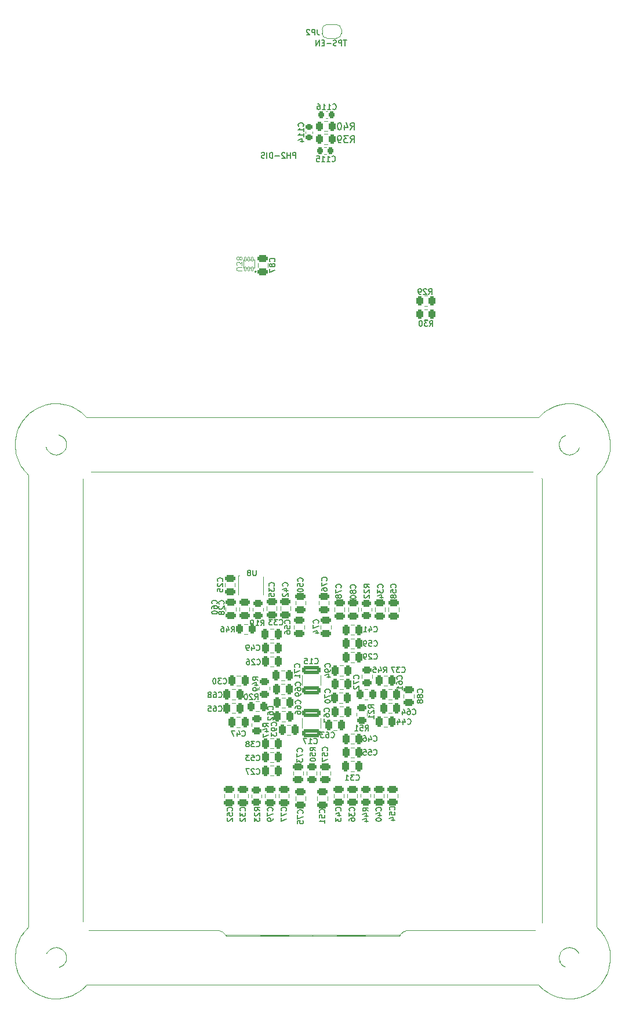
<source format=gbo>
G04 #@! TF.GenerationSoftware,KiCad,Pcbnew,8.0.1-8.0.1-1~ubuntu22.04.1*
G04 #@! TF.CreationDate,2025-01-07T16:49:49+01:00*
G04 #@! TF.ProjectId,nerdqaxe+,6e657264-7161-4786-952b-2e6b69636164,rev?*
G04 #@! TF.SameCoordinates,Original*
G04 #@! TF.FileFunction,Legend,Bot*
G04 #@! TF.FilePolarity,Positive*
%FSLAX46Y46*%
G04 Gerber Fmt 4.6, Leading zero omitted, Abs format (unit mm)*
G04 Created by KiCad (PCBNEW 8.0.1-8.0.1-1~ubuntu22.04.1) date 2025-01-07 16:49:49*
%MOMM*%
%LPD*%
G01*
G04 APERTURE LIST*
G04 Aperture macros list*
%AMRoundRect*
0 Rectangle with rounded corners*
0 $1 Rounding radius*
0 $2 $3 $4 $5 $6 $7 $8 $9 X,Y pos of 4 corners*
0 Add a 4 corners polygon primitive as box body*
4,1,4,$2,$3,$4,$5,$6,$7,$8,$9,$2,$3,0*
0 Add four circle primitives for the rounded corners*
1,1,$1+$1,$2,$3*
1,1,$1+$1,$4,$5*
1,1,$1+$1,$6,$7*
1,1,$1+$1,$8,$9*
0 Add four rect primitives between the rounded corners*
20,1,$1+$1,$2,$3,$4,$5,0*
20,1,$1+$1,$4,$5,$6,$7,0*
20,1,$1+$1,$6,$7,$8,$9,0*
20,1,$1+$1,$8,$9,$2,$3,0*%
%AMFreePoly0*
4,1,19,0.500000,-0.750000,0.000000,-0.750000,0.000000,-0.744911,-0.071157,-0.744911,-0.207708,-0.704816,-0.327430,-0.627875,-0.420627,-0.520320,-0.479746,-0.390866,-0.500000,-0.250000,-0.500000,0.250000,-0.479746,0.390866,-0.420627,0.520320,-0.327430,0.627875,-0.207708,0.704816,-0.071157,0.744911,0.000000,0.744911,0.000000,0.750000,0.500000,0.750000,0.500000,-0.750000,0.500000,-0.750000,
$1*%
%AMFreePoly1*
4,1,19,0.000000,0.744911,0.071157,0.744911,0.207708,0.704816,0.327430,0.627875,0.420627,0.520320,0.479746,0.390866,0.500000,0.250000,0.500000,-0.250000,0.479746,-0.390866,0.420627,-0.520320,0.327430,-0.627875,0.207708,-0.704816,0.071157,-0.744911,0.000000,-0.744911,0.000000,-0.750000,-0.500000,-0.750000,-0.500000,0.750000,0.000000,0.750000,0.000000,0.744911,0.000000,0.744911,
$1*%
G04 Aperture macros list end*
%ADD10C,0.027881*%
%ADD11C,0.204515*%
%ADD12C,0.150000*%
%ADD13C,0.100000*%
%ADD14C,0.120000*%
%ADD15C,1.500000*%
%ADD16C,0.800000*%
%ADD17C,6.400000*%
%ADD18C,4.000000*%
%ADD19C,1.700000*%
%ADD20R,1.000000X1.000000*%
%ADD21O,1.000000X1.000000*%
%ADD22C,1.100000*%
%ADD23R,2.030000X1.730000*%
%ADD24O,2.030000X1.730000*%
%ADD25R,2.600000X2.600000*%
%ADD26C,2.600000*%
%ADD27RoundRect,0.250000X-0.250000X-0.475000X0.250000X-0.475000X0.250000X0.475000X-0.250000X0.475000X0*%
%ADD28RoundRect,0.250000X0.250000X0.475000X-0.250000X0.475000X-0.250000X-0.475000X0.250000X-0.475000X0*%
%ADD29RoundRect,0.250000X-0.450000X0.262500X-0.450000X-0.262500X0.450000X-0.262500X0.450000X0.262500X0*%
%ADD30RoundRect,0.250000X0.262500X0.450000X-0.262500X0.450000X-0.262500X-0.450000X0.262500X-0.450000X0*%
%ADD31RoundRect,0.250000X0.475000X-0.250000X0.475000X0.250000X-0.475000X0.250000X-0.475000X-0.250000X0*%
%ADD32RoundRect,0.250000X0.450000X-0.262500X0.450000X0.262500X-0.450000X0.262500X-0.450000X-0.262500X0*%
%ADD33RoundRect,0.225000X-0.225000X-0.250000X0.225000X-0.250000X0.225000X0.250000X-0.225000X0.250000X0*%
%ADD34RoundRect,0.250000X-0.475000X0.250000X-0.475000X-0.250000X0.475000X-0.250000X0.475000X0.250000X0*%
%ADD35RoundRect,0.250000X-0.262500X-0.450000X0.262500X-0.450000X0.262500X0.450000X-0.262500X0.450000X0*%
%ADD36RoundRect,0.225000X0.250000X-0.225000X0.250000X0.225000X-0.250000X0.225000X-0.250000X-0.225000X0*%
%ADD37R,1.000000X0.900000*%
%ADD38RoundRect,0.250000X1.100000X-0.325000X1.100000X0.325000X-1.100000X0.325000X-1.100000X-0.325000X0*%
%ADD39RoundRect,0.225000X0.225000X0.250000X-0.225000X0.250000X-0.225000X-0.250000X0.225000X-0.250000X0*%
%ADD40RoundRect,0.050000X0.100000X-0.285000X0.100000X0.285000X-0.100000X0.285000X-0.100000X-0.285000X0*%
%ADD41FreePoly0,0.000000*%
%ADD42FreePoly1,0.000000*%
%ADD43RoundRect,0.250000X-1.100000X0.325000X-1.100000X-0.325000X1.100000X-0.325000X1.100000X0.325000X0*%
G04 APERTURE END LIST*
D10*
X56662405Y-88768373D02*
X56677631Y-88780058D01*
X58331933Y-88899386D02*
X58471798Y-88792097D01*
X132642708Y-168526853D02*
X132596319Y-168527561D01*
X133829369Y-86851691D02*
X133911730Y-87050335D01*
X61810500Y-91946319D02*
X61799878Y-91960128D01*
X52480263Y-165699454D02*
X52289409Y-165328015D01*
X61907875Y-158302187D02*
X61921684Y-158312810D01*
X134415609Y-81928087D02*
X133975339Y-81781849D01*
X131150710Y-88151905D02*
X131158195Y-88169963D01*
X81838465Y-158767106D02*
X82008428Y-158895640D01*
X128347131Y-92029176D02*
X128241258Y-91891081D01*
D11*
X86830972Y-62347600D02*
G75*
G02*
X86626458Y-62347600I-102257J0D01*
G01*
X86626458Y-62347600D02*
G75*
G02*
X86830972Y-62347600I102257J0D01*
G01*
D10*
X134855880Y-168076806D02*
X135309559Y-167843107D01*
X137170136Y-91399960D02*
X137461941Y-90981427D01*
X56415251Y-86681020D02*
X56403566Y-86696246D01*
X131642032Y-161359035D02*
X131626509Y-161370720D01*
X133591156Y-163609623D02*
X133420408Y-163740636D01*
X137332450Y-84039518D02*
X137359786Y-84076698D01*
X62386957Y-158529866D02*
X62559398Y-158552528D01*
X58642469Y-161490048D02*
X58773482Y-161660719D01*
X55653960Y-81942605D02*
X55698221Y-81928087D01*
X131158195Y-163118502D02*
X131083323Y-162937917D01*
X138230419Y-160745045D02*
X138244052Y-160789306D01*
X136018009Y-82745324D02*
X136055479Y-82772589D01*
X137461941Y-90981427D02*
X137435419Y-91019315D01*
X81734717Y-158714701D02*
X81714180Y-158705140D01*
X130815168Y-168276512D02*
X130770833Y-168262702D01*
X52055711Y-164874428D02*
X52289409Y-165328015D01*
X56216961Y-87014218D02*
X56209525Y-87032276D01*
X58133289Y-163930427D02*
X58151348Y-163922991D01*
X61620709Y-157876219D02*
X61627436Y-157892153D01*
X57013661Y-88974098D02*
X57194600Y-89049165D01*
X55742128Y-168237562D02*
X55698221Y-168223045D01*
X136528492Y-92070250D02*
X136881377Y-91701644D01*
X136725436Y-83341255D02*
X136758260Y-83374186D01*
X132725200Y-86127579D02*
X132919184Y-86153074D01*
X131083323Y-162161754D02*
X131165684Y-161963110D01*
X62386957Y-158529866D02*
X62300559Y-158518536D01*
X61694005Y-92097869D02*
X61810500Y-91946319D01*
X57981385Y-168532518D02*
X58486316Y-168459222D01*
X57517529Y-81623571D02*
X57053673Y-81628528D01*
X133896756Y-88188022D02*
X133904245Y-88169963D01*
X51599999Y-162151131D02*
X51659840Y-161737910D01*
X51604956Y-162614988D02*
X51609913Y-163078844D01*
X53296438Y-91768566D02*
X53264570Y-91734928D01*
X130770833Y-81888429D02*
X130327482Y-82024754D01*
X56108964Y-162355795D02*
X56083470Y-162549835D01*
X61620709Y-157876219D02*
X61627436Y-157892153D01*
X58761443Y-88505993D02*
X58880770Y-88350548D01*
X58331933Y-163847925D02*
X58471798Y-163740636D01*
X131626509Y-88780058D02*
X131781735Y-88899386D01*
X57369166Y-164020720D02*
X57388641Y-164023198D01*
X137633284Y-165699454D02*
X137387157Y-166036547D01*
X129493550Y-82431602D02*
X129074896Y-82723371D01*
X132317839Y-164020720D02*
X132337240Y-164023198D01*
X138508804Y-162614988D02*
X138503740Y-163078844D01*
X57757247Y-89077138D02*
X57776368Y-89074660D01*
X61560160Y-92597842D02*
X61584946Y-92408051D01*
X138058120Y-85276350D02*
X137824492Y-84822763D01*
X59786175Y-168126024D02*
X59387117Y-168248893D01*
X131471284Y-88661084D02*
X131340267Y-88490413D01*
X128241258Y-158260051D02*
X128283607Y-158204813D01*
X131233071Y-86851691D02*
X131364087Y-86681020D01*
X58487378Y-88780058D02*
X58331933Y-88899386D01*
X132744601Y-161078951D02*
X132725200Y-161076472D01*
X56083470Y-162549835D02*
X56106485Y-162724401D01*
X62473000Y-91609581D02*
X62559398Y-91598250D01*
X57407761Y-86125101D02*
X57388641Y-86127579D01*
X59081539Y-87601297D02*
X59053212Y-87814458D01*
X131980570Y-161169244D02*
X131962493Y-161176679D01*
X108591956Y-158625470D02*
X108605411Y-158621221D01*
X98357376Y-83603989D02*
X62051635Y-83603989D01*
X137387157Y-166036547D02*
X137359786Y-166074080D01*
X132705803Y-89077138D02*
X132725200Y-89074660D01*
X131340267Y-163438952D02*
X131352179Y-163454532D01*
X131781735Y-86302853D02*
X131980570Y-86220705D01*
X136725436Y-83341255D02*
X136758260Y-83374186D01*
X134030194Y-162549835D02*
X134007210Y-162375270D01*
X58151348Y-86228141D02*
X58331933Y-86302853D01*
X131962493Y-88974098D02*
X132143256Y-89049165D01*
X57776368Y-161076472D02*
X57970408Y-161101967D01*
X138508804Y-87536144D02*
X138503740Y-87072288D01*
X128241258Y-91891081D02*
X128357718Y-92042985D01*
X56595836Y-168445766D02*
X56138353Y-168369283D01*
X52006138Y-160345987D02*
X52189202Y-159970653D01*
X96371682Y-159392426D02*
X107705920Y-159393843D01*
X138508804Y-87536144D02*
X138513832Y-88000000D01*
X138508804Y-162614988D02*
X138513832Y-162151131D01*
X60161509Y-82207818D02*
X60203292Y-82228355D01*
X52480263Y-165699454D02*
X52781238Y-166111614D01*
X108591956Y-158625470D02*
X108707814Y-158592894D01*
X51599999Y-162151131D02*
X51605310Y-162661373D01*
X129952211Y-167942960D02*
X129910514Y-167922777D01*
X56134458Y-162937917D02*
X56202089Y-163100443D01*
X51686396Y-86614451D02*
X51609913Y-87072288D01*
X133975339Y-81781849D02*
X134371582Y-81913216D01*
X137700667Y-159512108D02*
X137408863Y-159093576D01*
X133911730Y-161999227D02*
X133904245Y-161981169D01*
X136528492Y-128376027D02*
X136528492Y-158080882D01*
X133896756Y-163136560D02*
X133979117Y-162937917D01*
X136791049Y-166744016D02*
X136758260Y-166776946D01*
X57194600Y-161101967D02*
X57407761Y-161073994D01*
X52055711Y-85276350D02*
X51894600Y-85760744D01*
X137904056Y-159929225D02*
X138107444Y-160345987D01*
X62559398Y-91598250D02*
X84217941Y-91598250D01*
X56209525Y-161981169D02*
X56134458Y-162161754D01*
X136055479Y-167378543D02*
X136430197Y-167104832D01*
X135680754Y-82498878D02*
X135227074Y-82265534D01*
X51599999Y-88000000D02*
X51673295Y-88504931D01*
X138350597Y-163993809D02*
X138434835Y-163490649D01*
X128034294Y-158418682D02*
X128089496Y-158376192D01*
X57388641Y-89074660D02*
X57582681Y-89100154D01*
X62300559Y-91632596D02*
X62236469Y-91659153D01*
X60245074Y-167902240D02*
X60203292Y-167922777D01*
X57776368Y-161076472D02*
X57582681Y-161050978D01*
X62490351Y-91607456D02*
X62473000Y-91609581D01*
X127620860Y-158541197D02*
X127534639Y-158552528D01*
X138440606Y-161645847D02*
X138447263Y-161691878D01*
X56216961Y-87014218D02*
X56209525Y-87032276D01*
X79886020Y-91598250D02*
X84217941Y-91598250D01*
X53264570Y-158415850D02*
X53585374Y-158080882D01*
X128473293Y-92274913D02*
X128466636Y-92258625D01*
X82319318Y-159238044D02*
X82407840Y-159393843D01*
X56415251Y-161629559D02*
X56403566Y-161645139D01*
X133435931Y-86422181D02*
X133280705Y-86302853D01*
X133099947Y-161176679D02*
X133280705Y-161251746D01*
X56111797Y-162336320D02*
X56108964Y-162355795D01*
X51604602Y-87582530D02*
X51604956Y-87536144D01*
X58440284Y-81685183D02*
X57981385Y-81618614D01*
X57031719Y-86220705D02*
X57013661Y-86228141D01*
X104840174Y-159237690D02*
X95056951Y-159246542D01*
X137924416Y-90180125D02*
X137904056Y-90221907D01*
X107806233Y-159213258D02*
X107820503Y-159190950D01*
X81508455Y-158621221D02*
X81521910Y-158625470D01*
X51763233Y-86156969D02*
X51894600Y-85760744D01*
X58151348Y-86228141D02*
X57970408Y-86153074D01*
X56138353Y-168369283D02*
X56641868Y-168453556D01*
X137170136Y-91399960D02*
X136881377Y-91701644D01*
X130327482Y-168126024D02*
X129952211Y-167942960D01*
X56134458Y-162161754D02*
X56111797Y-162336320D01*
X131214184Y-168399381D02*
X131719217Y-168472677D01*
X58151348Y-88974098D02*
X58331933Y-88899386D01*
X130770833Y-168262702D02*
X131214184Y-168399381D01*
X138380695Y-88918152D02*
X138453920Y-88413222D01*
X81838465Y-158767106D02*
X81833862Y-158764273D01*
X131642032Y-86410142D02*
X131626509Y-86422181D01*
X57582681Y-89100154D02*
X57369166Y-89071827D01*
X58948047Y-163136560D02*
X58955483Y-163118502D01*
X138453920Y-88413222D02*
X138447263Y-88458899D01*
X128466636Y-92258625D02*
X128499920Y-92339003D01*
X82102970Y-158969290D02*
X81969832Y-158866959D01*
X128430767Y-166900169D02*
X128397234Y-166867947D01*
X54804147Y-82308025D02*
X54845576Y-82286779D01*
X61694005Y-158052909D02*
X61620709Y-157876219D01*
X131673306Y-81685183D02*
X132132424Y-81618614D01*
X58955483Y-88169963D02*
X58948047Y-88188022D01*
X56111797Y-87387781D02*
X56108964Y-87407256D01*
X56391527Y-163438952D02*
X56403566Y-163454532D01*
X57582681Y-89100154D02*
X57757247Y-89077138D01*
X81508455Y-158621221D02*
X81415683Y-158595019D01*
X131471284Y-161490048D02*
X131364087Y-161629559D01*
X127793265Y-91632596D02*
X127970026Y-91705539D01*
X138427186Y-163536326D02*
X138503740Y-163078844D01*
X131032246Y-87601297D02*
X131060339Y-87387781D01*
X133081870Y-88981534D02*
X133099947Y-88974098D01*
X51604956Y-162614988D02*
X51599999Y-162151131D01*
X129151015Y-167480521D02*
X129112954Y-167453964D01*
X51609913Y-163078844D02*
X51694186Y-163582004D01*
X62059779Y-158418682D02*
X61907875Y-158302187D01*
X57563915Y-168527915D02*
X57517529Y-168527561D01*
X136528492Y-128376027D02*
X136528492Y-92070250D01*
X128283607Y-158204813D02*
X128294195Y-158191003D01*
X58394607Y-81678455D02*
X58440284Y-81685183D01*
X61990731Y-91785209D02*
X62059779Y-91732095D01*
X128241258Y-158260051D02*
X128089496Y-158376192D01*
X59053212Y-87814458D02*
X59056044Y-87794983D01*
X57582681Y-86102085D02*
X57407761Y-86125101D01*
X58761443Y-161645139D02*
X58642469Y-161490048D01*
X133829369Y-88350548D02*
X133698353Y-88521219D01*
X55257735Y-82074326D02*
X54804147Y-82308025D01*
X53232347Y-158449488D02*
X53264570Y-158415850D01*
X131471284Y-163609623D02*
X131340267Y-163438952D01*
X56550159Y-81712802D02*
X56595836Y-81705012D01*
X57053673Y-81628528D02*
X56550159Y-81712802D01*
X132919184Y-86153074D02*
X132744601Y-86130412D01*
X51733136Y-88918152D02*
X51883270Y-89405733D01*
X56833075Y-161251746D02*
X57031719Y-161169244D01*
X133280705Y-86302853D02*
X133451454Y-86433866D01*
X131471284Y-161490048D02*
X131642032Y-161359035D01*
X132337240Y-161076472D02*
X132143256Y-161101967D01*
X130726497Y-81901885D02*
X130770833Y-81888429D01*
X136092963Y-167350924D02*
X136055479Y-167378543D01*
X53585374Y-158080882D02*
X53585374Y-125075566D01*
X58487378Y-86422181D02*
X58642469Y-86541155D01*
X137359786Y-84076698D02*
X137086288Y-83702072D01*
X133081870Y-163930427D02*
X133099947Y-163922991D01*
X134007210Y-162375270D02*
X134004657Y-162355795D01*
X122604662Y-158552528D02*
X121372185Y-158552528D01*
X131471284Y-86541155D02*
X131642032Y-86410142D01*
X56284238Y-86851691D02*
X56415251Y-86681020D01*
X109047278Y-158552528D02*
X122604662Y-158552528D01*
X53585374Y-125075566D02*
X53585374Y-121775105D01*
X135309559Y-167843107D02*
X135268315Y-167864353D01*
X58899537Y-81751751D02*
X59298595Y-81874620D01*
X54020903Y-82799854D02*
X54058082Y-82772589D01*
X133563534Y-168437976D02*
X133517775Y-168445766D01*
X136881377Y-91701644D02*
X136849296Y-91734928D01*
X61571490Y-157639333D02*
X61560160Y-157553290D01*
X56111797Y-87387781D02*
X56108964Y-87407256D01*
X133722173Y-161660719D02*
X133710261Y-161645139D01*
X56138353Y-81781849D02*
X56550159Y-81712802D01*
X54433062Y-82498878D02*
X54020903Y-82799854D01*
X53296438Y-91768566D02*
X53264570Y-91734928D01*
X131781735Y-161251746D02*
X131980570Y-161169244D01*
X131781731Y-86302853D02*
X131642032Y-86410142D01*
X137924416Y-90180125D02*
X137904056Y-90221907D01*
X134030194Y-87601297D02*
X134002101Y-87814458D01*
X59058523Y-162375270D02*
X59056044Y-162355795D01*
X56693210Y-86410142D02*
X56677631Y-86422181D01*
X55742128Y-168237562D02*
X55698221Y-168223045D01*
X58880770Y-163299441D02*
X58948047Y-163136560D01*
X53388146Y-166809522D02*
X53355570Y-166776946D01*
X107794371Y-159238044D02*
X104840174Y-159237690D01*
X135268315Y-167864353D02*
X135680754Y-167651899D01*
X132725200Y-164023198D02*
X132919184Y-163997704D01*
X127534639Y-158552528D02*
X121372185Y-158552528D01*
X57194600Y-89049165D02*
X57369166Y-89071827D01*
X131233071Y-88350548D02*
X131340267Y-88490413D01*
X131158195Y-88169963D02*
X131233071Y-88350548D01*
X53355570Y-83374186D02*
X53027330Y-83702072D01*
X138453920Y-88413222D02*
X138447263Y-88458899D01*
X128034294Y-91732095D02*
X127970026Y-91705539D01*
X138509300Y-162568602D02*
X138508804Y-162614988D01*
X57517529Y-168527561D02*
X57981385Y-168532518D01*
X56677631Y-86422181D02*
X56833075Y-86302853D01*
X55257735Y-168076806D02*
X55742128Y-168237562D01*
X52412986Y-90638669D02*
X52704755Y-91057556D01*
X61810500Y-91946319D02*
X61799878Y-91960128D01*
X62059779Y-91732095D02*
X62004541Y-91774586D01*
X132725200Y-89074660D02*
X132531220Y-89100154D01*
X132919184Y-163997704D02*
X133081870Y-163930427D01*
X56415251Y-161629559D02*
X56403566Y-161645139D01*
X133911730Y-87050335D02*
X133904245Y-87032276D01*
X131083323Y-87213215D02*
X131165684Y-87014218D01*
X108944876Y-158561734D02*
X108965342Y-158559964D01*
X131158195Y-163118502D02*
X131233071Y-163299441D01*
X128062160Y-83603989D02*
X128363738Y-83315053D01*
X58502604Y-86433866D02*
X58487378Y-86422181D01*
X59053212Y-87814458D02*
X59056044Y-87794983D01*
X53683456Y-167104832D02*
X54095616Y-167405808D01*
X56522540Y-86541155D02*
X56693210Y-86410142D01*
X137904056Y-90221907D02*
X138107444Y-89804791D01*
X128732344Y-167188751D02*
X128430767Y-166900169D01*
X58440284Y-168465949D02*
X57981385Y-168532518D01*
X81521910Y-158625470D02*
X81714180Y-158705140D01*
X62051635Y-83603989D02*
X95056951Y-83603989D01*
X132337240Y-164023198D02*
X132143256Y-163997704D01*
X79886020Y-91598250D02*
X62559398Y-91598250D01*
X131962493Y-161176679D02*
X132143256Y-161101967D01*
X108399509Y-158705140D02*
X108591956Y-158625470D01*
X129074896Y-82723371D02*
X129112957Y-82696814D01*
X134855880Y-168076806D02*
X134459637Y-168208527D01*
X56106485Y-162724401D02*
X56108964Y-162743876D01*
X56138353Y-81781849D02*
X55653960Y-81942605D01*
X54058082Y-82772589D02*
X53683456Y-83045945D01*
X128400067Y-158052909D02*
X128426695Y-157988465D01*
X127793265Y-91632596D02*
X127724324Y-91623390D01*
X134007210Y-87426377D02*
X134004657Y-87407256D01*
X56391527Y-88490413D02*
X56403566Y-88505993D01*
X51678960Y-86660483D02*
X51686396Y-86614451D01*
X53585374Y-92070250D02*
X53296438Y-91768566D01*
X131340267Y-88490413D02*
X131352179Y-88505993D01*
X138257720Y-89317210D02*
X138244052Y-89361472D01*
X132919184Y-161101967D02*
X132744601Y-161078951D01*
X52268164Y-84864191D02*
X52055711Y-85276350D01*
X136791049Y-166744016D02*
X136758260Y-166776946D01*
X137359786Y-166074080D02*
X137086288Y-166448706D01*
X62236469Y-91659153D02*
X62220535Y-91665881D01*
X81405769Y-158592894D02*
X81415683Y-158595019D01*
X52268164Y-165286941D02*
X52480263Y-165699454D01*
X133280705Y-88899386D02*
X133280709Y-88899386D01*
X131610986Y-163716912D02*
X131626509Y-163728951D01*
X131083323Y-87989024D02*
X131150710Y-88151905D01*
X132744601Y-86130412D02*
X132725200Y-86127579D01*
X56202089Y-88151905D02*
X56209525Y-88169963D01*
X56995602Y-88966663D02*
X57013661Y-88974098D01*
X60203292Y-167922777D02*
X60620054Y-167719176D01*
X133118023Y-161184469D02*
X133099947Y-161176679D01*
X52006138Y-89804791D02*
X51883270Y-89405733D01*
X81148346Y-158559964D02*
X81168884Y-158561734D01*
X131032246Y-162549835D02*
X131060339Y-162336320D01*
X81969832Y-158866959D02*
X82008428Y-158895640D01*
X132705803Y-89077138D02*
X132725200Y-89074660D01*
X57013661Y-161176679D02*
X56833075Y-161251746D01*
X133979117Y-87989024D02*
X134002101Y-87814458D01*
X127970026Y-91705539D02*
X127953951Y-91698811D01*
X133829369Y-161800230D02*
X133911730Y-161999227D01*
X51894600Y-85760744D02*
X51909472Y-85716837D01*
X133975339Y-168369283D02*
X134459637Y-168208527D01*
X58761443Y-163454532D02*
X58642469Y-163609623D01*
X131364087Y-161629559D02*
X131352179Y-161645139D01*
X51599999Y-88000000D02*
X51604602Y-87582530D01*
X108399509Y-158705140D02*
X108379184Y-158714701D01*
X134004657Y-87794983D02*
X133979117Y-87989024D01*
X129112957Y-82696814D02*
X129493550Y-82431602D01*
X135227074Y-82265534D02*
X135268319Y-82286779D01*
X132143256Y-163997704D02*
X131944417Y-163915201D01*
X58486316Y-168459222D02*
X58440284Y-168465949D01*
X133904245Y-88169963D02*
X133896756Y-88188022D01*
X61594152Y-157811774D02*
X61620709Y-157876219D01*
X74897265Y-158552528D02*
X62559398Y-158552528D01*
X58169406Y-86235576D02*
X58151348Y-86228141D01*
X52943765Y-158750818D02*
X53232347Y-158449488D01*
X128473293Y-92274913D02*
X128466636Y-92258625D01*
X61594152Y-157811774D02*
X61569012Y-157622337D01*
X51686396Y-163536326D02*
X51609913Y-163078844D01*
X58502604Y-86433866D02*
X58487378Y-86422181D01*
X138447263Y-161691878D02*
X138380695Y-161232625D01*
X56522540Y-86541155D02*
X56415251Y-86681020D01*
X51609913Y-87072288D02*
X51604602Y-87582530D01*
X59030550Y-162161754D02*
X58962919Y-161999227D01*
X53585374Y-125075566D02*
X53585374Y-121775105D01*
X59056044Y-87794983D02*
X59081539Y-87601297D01*
X131781735Y-161251746D02*
X131642032Y-161359035D01*
X133451454Y-161382759D02*
X133435931Y-161370720D01*
X137408863Y-159093576D02*
X137435419Y-159131463D01*
X61852637Y-158260051D02*
X61736142Y-158108147D01*
X58880770Y-161800230D02*
X58773482Y-161660719D01*
X57582681Y-86102085D02*
X57795843Y-86130412D01*
X58955483Y-87032276D02*
X59030550Y-87213215D01*
X56403566Y-163454532D02*
X56284238Y-163299441D01*
X82102970Y-158969290D02*
X82097304Y-158963625D01*
X130327482Y-168126024D02*
X130815168Y-168276512D01*
X57970408Y-163997704D02*
X57757247Y-164025677D01*
X52246919Y-84905265D02*
X52268164Y-84864191D01*
X59056044Y-87407256D02*
X59081539Y-87601297D01*
X81066552Y-158552528D02*
X74897265Y-158552528D01*
X134004657Y-162355795D02*
X133979117Y-162161754D01*
X59030550Y-87989024D02*
X58955483Y-88169963D01*
X51909472Y-85716837D02*
X52055711Y-85276350D01*
X59387117Y-168248893D02*
X59342856Y-168262702D01*
X58331933Y-86302853D02*
X58502604Y-86433866D01*
X128397270Y-83283185D02*
X128062160Y-83603989D01*
X131055230Y-87775862D02*
X131057783Y-87794983D01*
X58761443Y-88505993D02*
X58642469Y-88661084D01*
X133710261Y-163454532D02*
X133591156Y-163609623D01*
X52209739Y-90221907D02*
X52006138Y-89804791D01*
X133280705Y-88899386D02*
X133081870Y-88981534D01*
X51659840Y-161737910D02*
X51666567Y-161691878D01*
X108279827Y-158764273D02*
X108143750Y-158866959D01*
X131083323Y-162937917D02*
X131055230Y-162724401D01*
X51869814Y-160789306D02*
X51733136Y-161232625D01*
X137387157Y-166036547D02*
X137359786Y-166074080D01*
X109047278Y-158552528D02*
X108965342Y-158559964D01*
X137408863Y-159093576D02*
X137435419Y-159131463D01*
X133904245Y-163118502D02*
X133829369Y-163299441D01*
X138204358Y-85716837D02*
X138058120Y-85276350D01*
X128522617Y-92511445D02*
X128533948Y-92597842D01*
X132143256Y-86153074D02*
X132356637Y-86125101D01*
X133517775Y-168445766D02*
X133975339Y-168369283D01*
X133904245Y-161981169D02*
X133979117Y-162161754D01*
X133451454Y-161382759D02*
X133435931Y-161370720D01*
X133911730Y-161999227D02*
X133904245Y-161981169D01*
X56677631Y-163728951D02*
X56522540Y-163609623D01*
X132356637Y-86125101D02*
X132337240Y-86127579D01*
X131962493Y-86228141D02*
X132143256Y-86153074D01*
X138107444Y-89804791D02*
X138257720Y-89317210D01*
X82097304Y-158963625D02*
X82277889Y-159170767D01*
X128103270Y-158365923D02*
X128241258Y-158260051D01*
X57970408Y-161101967D02*
X57795843Y-161078951D01*
X127970026Y-91705539D02*
X127953951Y-91698811D01*
X128294195Y-158191003D02*
X128400067Y-158052909D01*
X52753974Y-166074080D02*
X53027330Y-166448706D01*
X132549930Y-81623217D02*
X132596319Y-81623571D01*
X133710261Y-88505993D02*
X133829369Y-88350548D01*
X137086288Y-166448706D02*
X136791049Y-166744016D01*
X56108964Y-162743876D02*
X56134458Y-162937917D01*
X133435931Y-88780058D02*
X133280705Y-88899386D01*
X137332450Y-84039518D02*
X137359786Y-84076698D01*
X131083323Y-87213215D02*
X131060339Y-87387781D01*
X62300559Y-158518536D02*
X62369606Y-158527742D01*
X133698353Y-88521219D02*
X133710261Y-88505993D01*
X134004657Y-87407256D02*
X134030194Y-87601297D01*
X132725200Y-161076472D02*
X132919184Y-161101967D01*
X52189202Y-159970653D02*
X52209739Y-159929225D01*
X52678199Y-159131463D02*
X52412986Y-159512108D01*
X128426695Y-157988465D02*
X128433351Y-157972531D01*
X134004657Y-162743876D02*
X134030194Y-162549835D01*
X56106485Y-162724401D02*
X56108964Y-162743876D01*
X61799878Y-91960128D02*
X61852637Y-91891081D01*
X131060339Y-87387781D02*
X131057783Y-87407256D01*
X56677631Y-88780058D02*
X56522540Y-88661084D01*
X58331933Y-163847925D02*
X58133289Y-163930427D01*
X81833862Y-158764273D02*
X81734717Y-158714701D01*
X134004657Y-87794983D02*
X134030194Y-87601297D01*
X133710261Y-161645139D02*
X133829369Y-161800230D01*
X59298595Y-81874620D02*
X59342856Y-81888429D01*
X131032246Y-87601297D02*
X131055230Y-87775862D01*
X56106485Y-87775862D02*
X56108964Y-87794983D01*
X136018009Y-82745324D02*
X136055479Y-82772589D01*
X82277889Y-159170767D02*
X82247438Y-159135004D01*
X61381345Y-82962381D02*
X61683028Y-83250963D01*
X61569012Y-157622337D02*
X61571490Y-157639333D01*
X60203292Y-82228355D02*
X60620054Y-82431602D01*
X131673302Y-168465949D02*
X131214184Y-168399381D01*
X52209739Y-90221907D02*
X52412986Y-90638669D01*
X128732379Y-82962381D02*
X128363738Y-83315053D01*
X128089496Y-158376192D02*
X128103270Y-158365923D01*
X59342856Y-168262702D02*
X58899537Y-168399381D01*
X135268315Y-167864353D02*
X134855880Y-168076806D01*
X128433351Y-157972531D02*
X128400067Y-158052909D01*
X58394607Y-81678455D02*
X58440284Y-81685183D01*
X56284238Y-163299441D02*
X56202089Y-163100443D01*
X61736142Y-158108147D02*
X61746764Y-158121956D01*
X52704755Y-91057556D02*
X52678199Y-91019315D01*
X133904245Y-163118502D02*
X133896756Y-163136560D01*
X61683028Y-83250963D02*
X61716313Y-83283185D01*
X56284238Y-163299441D02*
X56391527Y-163438952D01*
X131158195Y-161981169D02*
X131233071Y-161800230D01*
X53264570Y-91734928D02*
X53585374Y-92070250D01*
X133979117Y-87213215D02*
X133911730Y-87050335D01*
X56134458Y-87989024D02*
X56106485Y-87775862D01*
X56662405Y-163716912D02*
X56677631Y-163728951D01*
X136817216Y-158382211D02*
X136849296Y-158415850D01*
X57471143Y-81623925D02*
X57517529Y-81623571D01*
X56833075Y-86302853D02*
X56693210Y-86410142D01*
X133979117Y-87989024D02*
X133904245Y-88169963D01*
X133979117Y-162161754D02*
X134007210Y-162375270D01*
X54845576Y-82286779D02*
X55257735Y-82074326D01*
X131610986Y-88768373D02*
X131626509Y-88780058D01*
X57388641Y-86127579D02*
X57582681Y-86102085D01*
X108698112Y-158595019D02*
X108605411Y-158621221D01*
X133829369Y-86851691D02*
X133722173Y-86711826D01*
X57757247Y-89077138D02*
X57776368Y-89074660D01*
X137700667Y-90638669D02*
X137924416Y-90180125D01*
X56403566Y-161645139D02*
X56284238Y-161800230D01*
X128062160Y-83603989D02*
X95056951Y-83603989D01*
X129868820Y-82248538D02*
X129910517Y-82228355D01*
X133280709Y-86302853D02*
X133118023Y-86235576D01*
X59056044Y-87794983D02*
X59030550Y-87989024D01*
X91756490Y-166547143D02*
X95056951Y-166547143D01*
X57471143Y-81623925D02*
X57517529Y-81623571D01*
X58642469Y-163609623D02*
X58749758Y-163470112D01*
X128433351Y-157972531D02*
X128499920Y-157811774D01*
X108143750Y-158866959D02*
X108105225Y-158895640D01*
X56134458Y-87989024D02*
X56202089Y-88151905D01*
X127620860Y-158541197D02*
X127793265Y-158518536D01*
X138058120Y-85276350D02*
X138189734Y-85672575D01*
X61381345Y-82962381D02*
X60962812Y-82670257D01*
X96371682Y-159392426D02*
X104840174Y-159237690D01*
X131150710Y-88151905D02*
X131158195Y-88169963D01*
X93739387Y-159392426D02*
X85255421Y-159237690D01*
X133060214Y-168522249D02*
X132642708Y-168526853D01*
X133975339Y-168369283D02*
X133563534Y-168437976D01*
X133829369Y-161800230D02*
X133722173Y-161660719D01*
X54845576Y-167864353D02*
X54433062Y-167651899D01*
X131083323Y-162161754D02*
X131060339Y-162336320D01*
X131626509Y-163728951D02*
X131781735Y-163847925D01*
X54095616Y-167405808D02*
X54058082Y-167378543D01*
X51666567Y-161691878D02*
X51733136Y-161232625D01*
X85255421Y-159237690D02*
X95056951Y-159246542D01*
X127724324Y-91623390D02*
X127707080Y-91620912D01*
X61716313Y-166867947D02*
X61381345Y-167188751D01*
X62220535Y-91665881D02*
X62059779Y-91732095D01*
X121372185Y-158552528D02*
X122604662Y-158552528D01*
X132337240Y-89074660D02*
X132531220Y-89100154D01*
X57194600Y-86153074D02*
X57407761Y-86125101D01*
X128186056Y-91848591D02*
X128172282Y-91837968D01*
X56108964Y-87794983D02*
X56134458Y-87989024D01*
X138509300Y-162568602D02*
X138508804Y-162614988D01*
X57194600Y-163997704D02*
X57369166Y-164020720D01*
X136881377Y-91701644D02*
X136849296Y-91734928D01*
X131165684Y-87014218D02*
X131158195Y-87032276D01*
X58169406Y-161184469D02*
X58151348Y-161176679D01*
X57194600Y-163997704D02*
X56995602Y-163915201D01*
X133591156Y-161490048D02*
X133722173Y-161660719D01*
X58642469Y-86541155D02*
X58773482Y-86711826D01*
X138513832Y-88000000D02*
X138453920Y-88413222D01*
X58761443Y-163454532D02*
X58880770Y-163299441D01*
X136758260Y-166776946D02*
X137086288Y-166448706D01*
X133435931Y-163728951D02*
X133591156Y-163609623D01*
X132317839Y-89071827D02*
X132337240Y-89074660D01*
X52704755Y-91057556D02*
X52678199Y-91019315D01*
X53585374Y-158080882D02*
X53232347Y-158449488D01*
X61627436Y-157892153D02*
X61694005Y-158052909D01*
X130770833Y-81888429D02*
X131214184Y-81751751D01*
X131352179Y-163454532D02*
X131471284Y-163609623D01*
X132919184Y-163997704D02*
X132705803Y-164025677D01*
X128089496Y-158376192D02*
X128103270Y-158365923D01*
X56403566Y-163454532D02*
X56522540Y-163609623D01*
X131060339Y-162336320D02*
X131057783Y-162355795D01*
X129493550Y-167719176D02*
X129151015Y-167480521D01*
X76131264Y-158552528D02*
X74897265Y-158552528D01*
X56083470Y-162549835D02*
X56111797Y-162336320D01*
X52189202Y-159970653D02*
X52209739Y-159929225D01*
X133451454Y-86433866D02*
X133435931Y-86422181D01*
X137086288Y-83702072D02*
X137332450Y-84039518D01*
X108016526Y-158963625D02*
X108105225Y-158895640D01*
X137435419Y-159131463D02*
X137700667Y-159512108D01*
X52268164Y-84864191D02*
X52480263Y-84451678D01*
X81415683Y-158595019D02*
X81148346Y-158559964D01*
X131626509Y-86422181D02*
X131781735Y-86302853D01*
X132596319Y-168527561D02*
X132132424Y-168532518D01*
X132132424Y-81618614D02*
X131627391Y-81691910D01*
X133081870Y-88981534D02*
X133099947Y-88974098D01*
X58133289Y-163930427D02*
X58151348Y-163922991D01*
X58955483Y-87032276D02*
X58880770Y-86851691D01*
X128357718Y-92042985D02*
X128347131Y-92029176D01*
X56662405Y-88768373D02*
X56677631Y-88780058D01*
X128062125Y-166547143D02*
X128430767Y-166900169D01*
X133517778Y-81705012D02*
X133975339Y-81781849D01*
X131980570Y-86220705D02*
X131962493Y-86228141D01*
X55257735Y-168076806D02*
X54886650Y-167885598D01*
X56833075Y-161251746D02*
X56693210Y-161359035D01*
X52006138Y-89804791D02*
X52229922Y-90263690D01*
X132531220Y-161050978D02*
X132744601Y-161078951D01*
X136758260Y-166776946D02*
X136430197Y-167104832D01*
X58487378Y-88780058D02*
X58642469Y-88661084D01*
X128533948Y-114249658D02*
X128533948Y-109919153D01*
X133099947Y-161176679D02*
X132919184Y-161101967D01*
X52781238Y-166111614D02*
X52753974Y-166074080D01*
X56209525Y-163118502D02*
X56134458Y-162937917D01*
X52055711Y-164874428D02*
X51923990Y-164478202D01*
X137883731Y-159887442D02*
X137904056Y-159929225D01*
X59342856Y-81888429D02*
X59786175Y-82024754D01*
X127793265Y-158518536D02*
X127603615Y-158543322D01*
X136528492Y-158080882D02*
X136528492Y-125075566D01*
X51763233Y-163993809D02*
X51694186Y-163582004D01*
X138434835Y-163490649D02*
X138427186Y-163536326D01*
X138189734Y-85672575D02*
X138204358Y-85716837D01*
X61852637Y-91891081D02*
X62004541Y-91774586D01*
X62490351Y-91607456D02*
X62473000Y-91609581D01*
X134004657Y-162355795D02*
X134030194Y-162549835D01*
X59030550Y-162161754D02*
X59058523Y-162375270D01*
X108010684Y-158969290D02*
X108016526Y-158963625D01*
X131944417Y-163915201D02*
X131962493Y-163922991D01*
X56108964Y-87407256D02*
X56083470Y-87601297D01*
X129910517Y-82228355D02*
X130327482Y-82024754D01*
X51909472Y-164434295D02*
X51763233Y-163993809D01*
X56403566Y-86696246D02*
X56522540Y-86541155D01*
X61660721Y-92178247D02*
X61694005Y-92097869D01*
X81415683Y-158595019D02*
X81405769Y-158592894D01*
X136849296Y-158415850D02*
X137170136Y-158750818D01*
X51694186Y-163582004D02*
X51686396Y-163536326D01*
X60161509Y-82207818D02*
X60203292Y-82228355D01*
X132531220Y-89100154D02*
X132317839Y-89071827D01*
X127857568Y-158491979D02*
X127873608Y-158485251D01*
X137170136Y-158750818D02*
X136817216Y-158382211D01*
X134415609Y-168223045D02*
X134855880Y-168076806D01*
X131944417Y-88966663D02*
X131962493Y-88974098D01*
X137845702Y-165286941D02*
X137633284Y-165699454D01*
X127603615Y-158543322D02*
X127620860Y-158541197D01*
X137086288Y-83702072D02*
X136725436Y-83341255D01*
X108605411Y-158621221D02*
X108379184Y-158714701D01*
X62140157Y-158451967D02*
X62059779Y-158418682D01*
X108105225Y-158895640D02*
X108143750Y-158866959D01*
X62140157Y-158451967D02*
X62300559Y-158518536D01*
X62004541Y-91774586D02*
X61990731Y-91785209D01*
X57407761Y-161073994D02*
X57388641Y-161076472D01*
X132531220Y-164048693D02*
X132317839Y-164020720D01*
X128533948Y-157553290D02*
X128508985Y-157743081D01*
X51894600Y-85760744D02*
X51909472Y-85716837D01*
X57776368Y-164023198D02*
X57970408Y-163997704D01*
X138427186Y-163536326D02*
X138350597Y-163993809D01*
X128533948Y-109919153D02*
X128533948Y-114249658D01*
X129112954Y-167453964D02*
X128732344Y-167188751D01*
X108105225Y-158895640D02*
X108275330Y-158767106D01*
X133911730Y-87050335D02*
X133904245Y-87032276D01*
X127953951Y-91698811D02*
X127793265Y-91632596D01*
X138440606Y-161645847D02*
X138447263Y-161691878D01*
X127603615Y-158543322D02*
X127620860Y-158541197D01*
X138419503Y-86568774D02*
X138427186Y-86614451D01*
X133517778Y-81705012D02*
X133060214Y-81628528D01*
X53683456Y-83045945D02*
X54020903Y-82799854D01*
X128499920Y-157811774D02*
X128508985Y-157743081D01*
X138434835Y-163490649D02*
X138427186Y-163536326D01*
X95056951Y-166547143D02*
X128062125Y-166547143D01*
X95056951Y-159393489D02*
X96371682Y-159392426D01*
X133904245Y-87032276D02*
X133979117Y-87213215D01*
X128363738Y-83315053D02*
X128397270Y-83283185D01*
X62300559Y-91632596D02*
X62490351Y-91607456D01*
X56677631Y-161370720D02*
X56522540Y-161490048D01*
X52678199Y-91019315D02*
X52943765Y-91399960D01*
X138513832Y-162151131D02*
X138509300Y-162568602D01*
X54058082Y-82772589D02*
X54433062Y-82498878D01*
X82407840Y-159393843D02*
X93739387Y-159392426D01*
X133420408Y-163740636D02*
X133435931Y-163728951D01*
X132337240Y-89074660D02*
X132143256Y-89049165D01*
X134002101Y-162763351D02*
X134004657Y-162743876D01*
X62123869Y-158445239D02*
X62140157Y-158451967D01*
X127953951Y-91698811D02*
X128034294Y-91732095D01*
X61560160Y-135901474D02*
X61560160Y-92597842D01*
X136092963Y-167350924D02*
X136055479Y-167378543D01*
X107820503Y-159190950D02*
X107794371Y-159238044D01*
X59342856Y-81888429D02*
X58899537Y-81751751D01*
X104840174Y-159237690D02*
X96371682Y-159392426D01*
X134855880Y-82074326D02*
X134371582Y-81913216D01*
X129493550Y-167719176D02*
X129952211Y-167942960D01*
X56216961Y-161963110D02*
X56209525Y-161981169D01*
X128524883Y-92528795D02*
X128522617Y-92511445D01*
X132337240Y-86127579D02*
X132143256Y-86153074D01*
X128430767Y-166900169D02*
X128397234Y-166867947D01*
X128186056Y-91848591D02*
X128172282Y-91837968D01*
X134007210Y-162375270D02*
X134004657Y-162355795D01*
X128732344Y-167188751D02*
X129151015Y-167480521D01*
X59081539Y-162549835D02*
X59053212Y-162763351D01*
X56138353Y-168369283D02*
X55742128Y-168237562D01*
X85255421Y-159237690D02*
X82319318Y-159238044D01*
X138419503Y-86568774D02*
X138427186Y-86614451D01*
X58331933Y-161251746D02*
X58169406Y-161184469D01*
X52055711Y-85276350D02*
X52246919Y-84905265D01*
X58642469Y-88661084D02*
X58471798Y-88792097D01*
X58642469Y-88661084D02*
X58749758Y-88521219D01*
X133472020Y-81697576D02*
X133517778Y-81705012D01*
X51678960Y-86660483D02*
X51686396Y-86614451D01*
X58642469Y-86541155D02*
X58502604Y-86433866D01*
X81405769Y-158592894D02*
X81521910Y-158625470D01*
X133280705Y-161251746D02*
X133118023Y-161184469D01*
X132143256Y-86153074D02*
X131980570Y-86220705D01*
X133420408Y-88792097D02*
X133435931Y-88780058D01*
X137866947Y-165245513D02*
X137845702Y-165286941D01*
X131471284Y-86541155D02*
X131364087Y-86681020D01*
X138107444Y-160345987D02*
X137883731Y-159887442D01*
X51909472Y-164434295D02*
X52055711Y-164874428D01*
X137633284Y-165699454D02*
X137866947Y-165245513D01*
X56209525Y-87032276D02*
X56134458Y-87213215D01*
X56522540Y-88661084D02*
X56662405Y-88768373D01*
X61907875Y-158302187D02*
X61921684Y-158312810D01*
X62051635Y-83603989D02*
X61683028Y-83250963D01*
X59030550Y-162937917D02*
X59053212Y-162763351D01*
X56403566Y-161645139D02*
X56522540Y-161490048D01*
X131781735Y-163847925D02*
X131610986Y-163716912D01*
X132143256Y-163997704D02*
X132317839Y-164020720D01*
X131944417Y-88966663D02*
X131962493Y-88974098D01*
X132531220Y-164048693D02*
X132705803Y-164025677D01*
X130815168Y-168276512D02*
X130770833Y-168262702D01*
X132337240Y-164023198D02*
X132531220Y-164048693D01*
X133435931Y-163728951D02*
X133280705Y-163847925D01*
X82008428Y-158895640D02*
X81969832Y-158866959D01*
X58761443Y-86696246D02*
X58642469Y-86541155D01*
X62059779Y-158418682D02*
X62123869Y-158445239D01*
X132531220Y-89100154D02*
X132705803Y-89077138D01*
X62559398Y-91598250D02*
X62490351Y-91607456D01*
X56108964Y-87794983D02*
X56083470Y-87601297D01*
X61667448Y-92162313D02*
X61660721Y-92178247D01*
X128103270Y-158365923D02*
X128034294Y-158418682D01*
X138058120Y-164874428D02*
X138218982Y-164390034D01*
X57970408Y-163997704D02*
X58133289Y-163930427D01*
X134459637Y-168208527D02*
X134415609Y-168223045D01*
X133710261Y-88505993D02*
X133591156Y-88661084D01*
X81714180Y-158705140D02*
X81734717Y-158714701D01*
X131057783Y-162743876D02*
X131083323Y-162937917D01*
X59058523Y-87426377D02*
X59056044Y-87407256D01*
X133979117Y-87213215D02*
X134007210Y-87426377D01*
X133829369Y-163299441D02*
X133698353Y-163470112D01*
X133829369Y-88350548D02*
X133896756Y-88188022D01*
X91756490Y-166547143D02*
X62051635Y-166547143D01*
X57795843Y-161078951D02*
X57776368Y-161076472D01*
X133099947Y-88974098D02*
X132919184Y-89049165D01*
X52229922Y-90263690D02*
X52209739Y-90221907D01*
X56677631Y-163728951D02*
X56833075Y-163847925D01*
X53027330Y-166448706D02*
X53388146Y-166809522D01*
X131340267Y-88490413D02*
X131352179Y-88505993D01*
X56677631Y-88780058D02*
X56833075Y-88899386D01*
X57031719Y-161169244D02*
X57013661Y-161176679D01*
X131642032Y-161359035D02*
X131626509Y-161370720D01*
X57981385Y-81618614D02*
X57471143Y-81623925D01*
X58487378Y-161370720D02*
X58331933Y-161251746D01*
X61749951Y-166835725D02*
X61716313Y-166867947D01*
X131673306Y-81685183D02*
X131214184Y-81751751D01*
X138508273Y-87489759D02*
X138508804Y-87536144D01*
X57776368Y-86127579D02*
X57970408Y-86153074D01*
X132356637Y-161073994D02*
X132337240Y-161076472D01*
X136758260Y-83374186D02*
X136430197Y-83045945D01*
X52753974Y-84076698D02*
X52480263Y-84451678D01*
X57053673Y-81628528D02*
X57471143Y-81623925D01*
X53027330Y-83702072D02*
X52726709Y-84114231D01*
X134030194Y-162549835D02*
X134002101Y-162763351D01*
X138204358Y-85716837D02*
X138350597Y-86156969D01*
X93739387Y-159392426D02*
X85255421Y-159237690D01*
X57776368Y-89074660D02*
X57970408Y-89049165D01*
X132143256Y-89049165D02*
X131944417Y-88966663D01*
X57776368Y-89074660D02*
X57582681Y-89100154D01*
X137435419Y-91019315D02*
X137170136Y-91399960D01*
X129112957Y-82696814D02*
X128732379Y-82962381D01*
X62220535Y-91665881D02*
X62300559Y-91632596D01*
X108707814Y-158592894D02*
X108698112Y-158595019D01*
X131150710Y-163100443D02*
X131158195Y-163118502D01*
X131626509Y-88780058D02*
X131471284Y-88661084D01*
X136055479Y-82772589D02*
X136430197Y-83045945D01*
X131610986Y-88768373D02*
X131626509Y-88780058D01*
X59786175Y-168126024D02*
X60245074Y-167902240D01*
X107794371Y-159238044D02*
X107705920Y-159393843D01*
X52289409Y-165328015D02*
X52268164Y-165286941D01*
X133979117Y-162937917D02*
X134002101Y-162763351D01*
X138380695Y-88918152D02*
X138257720Y-89317210D01*
X53355570Y-83374186D02*
X53683456Y-83045945D01*
X61560160Y-92597842D02*
X61560160Y-140231625D01*
X134415609Y-168223045D02*
X133975339Y-168369283D01*
X56522540Y-163609623D02*
X56391527Y-163438952D01*
X137904056Y-90221907D02*
X137700667Y-90638669D01*
X132531220Y-86102085D02*
X132744601Y-86130412D01*
X57981385Y-81618614D02*
X58394607Y-81678455D01*
X57970408Y-86153074D02*
X58169406Y-86235576D01*
X133060214Y-81628528D02*
X133472020Y-81697576D01*
X53355570Y-166776946D02*
X53027330Y-166448706D01*
X54433062Y-167651899D02*
X54886650Y-167885598D01*
X60962812Y-82670257D02*
X61000699Y-82696814D01*
X58331933Y-88899386D02*
X58133289Y-88981534D01*
X132531220Y-161050978D02*
X132356637Y-161073994D01*
X81714180Y-158705140D02*
X81838465Y-158767106D01*
X131626509Y-161370720D02*
X131471284Y-161490048D01*
X57388641Y-86127579D02*
X57194600Y-86153074D01*
X52726709Y-84114231D02*
X52753974Y-84076698D01*
X58440284Y-168465949D02*
X58899537Y-168399381D01*
X136055479Y-82772589D02*
X135680754Y-82498878D01*
X58642469Y-163609623D02*
X58471798Y-163740636D01*
X56284238Y-161800230D02*
X56216961Y-161963110D01*
X82319318Y-159238044D02*
X82407840Y-159393843D01*
X58899537Y-168399381D02*
X59387117Y-168248893D01*
X133099947Y-86228141D02*
X133280705Y-86302853D01*
X60245074Y-167902240D02*
X60203292Y-167922777D01*
X53232347Y-158449488D02*
X53264570Y-158415850D01*
X56833075Y-163847925D02*
X56662405Y-163716912D01*
X59058523Y-162375270D02*
X59056044Y-162355795D01*
X55257735Y-82074326D02*
X55653960Y-81942605D01*
X61038941Y-167427407D02*
X61000699Y-167453964D01*
X53683456Y-167104832D02*
X53388146Y-166809522D01*
X132596319Y-81623571D02*
X132132424Y-81618614D01*
X60620054Y-82431602D02*
X60962812Y-82670257D01*
X138427186Y-86614451D02*
X138503740Y-87072288D01*
X132725200Y-89074660D02*
X132919184Y-89049165D01*
X95056951Y-159246542D02*
X95056951Y-159393489D01*
X58486316Y-168459222D02*
X58440284Y-168465949D01*
X128347131Y-92029176D02*
X128400067Y-92097869D01*
X60203292Y-167922777D02*
X59786175Y-168126024D01*
X136430197Y-167104832D02*
X136791049Y-166744016D01*
X74897265Y-158552528D02*
X76131264Y-158552528D01*
X53264570Y-91734928D02*
X52943765Y-91399960D01*
X56391527Y-163438952D02*
X56403566Y-163454532D01*
X59056044Y-162743876D02*
X59030550Y-162937917D01*
X131352179Y-163454532D02*
X131233071Y-163299441D01*
X56202089Y-163100443D02*
X56209525Y-163118502D01*
X136528492Y-125075566D02*
X136528492Y-128376027D01*
X53388146Y-166809522D02*
X53355570Y-166776946D01*
X58880770Y-161800230D02*
X58962919Y-161999227D01*
X56693210Y-161359035D02*
X56677631Y-161370720D01*
X136528492Y-125075566D02*
X136528492Y-128376027D01*
X61569012Y-157622337D02*
X61571490Y-157639333D01*
X107866428Y-159134650D02*
X107806233Y-159213258D01*
X130327482Y-82024754D02*
X130726497Y-81901885D01*
X58471798Y-88792097D02*
X58487378Y-88780058D01*
X81734717Y-158714701D02*
X81508455Y-158621221D01*
X133979117Y-162161754D02*
X133911730Y-161999227D01*
X81168884Y-158561734D02*
X81405769Y-158592894D01*
X127873608Y-158485251D02*
X128034294Y-158418682D01*
X133060214Y-168522249D02*
X133563534Y-168437976D01*
X51869814Y-160789306D02*
X52006138Y-160345987D01*
X56995602Y-88966663D02*
X57013661Y-88974098D01*
X133451454Y-86433866D02*
X133435931Y-86422181D01*
X131626509Y-163728951D02*
X131471284Y-163609623D01*
X61582821Y-92425401D02*
X61560160Y-92597842D01*
X137435419Y-91019315D02*
X137700667Y-90638669D01*
X135268319Y-82286779D02*
X134855880Y-82074326D01*
X132642708Y-168526853D02*
X132596319Y-168527561D01*
X128397234Y-166867947D02*
X128732344Y-167188751D01*
X138508273Y-87489759D02*
X138508804Y-87536144D01*
X61667448Y-92162313D02*
X61660721Y-92178247D01*
X51673295Y-88504931D02*
X51666567Y-88458899D01*
X131642032Y-86410142D02*
X131626509Y-86422181D01*
X129910517Y-82228355D02*
X129493550Y-82431602D01*
X138503740Y-163078844D02*
X138434835Y-163490649D01*
X56677631Y-86422181D02*
X56522540Y-86541155D01*
X57388641Y-164023198D02*
X57194600Y-163997704D01*
X53322640Y-83406762D02*
X53355570Y-83374186D01*
X51923990Y-164478202D02*
X51909472Y-164434295D01*
X56111797Y-162336320D02*
X56108964Y-162355795D01*
X132725200Y-164023198D02*
X132531220Y-164048693D01*
X59030550Y-87989024D02*
X59053212Y-87814458D01*
X51694186Y-163582004D02*
X51686396Y-163536326D01*
X57970408Y-86153074D02*
X57795843Y-86130412D01*
X134371582Y-81913216D02*
X134415609Y-81928087D01*
X54020903Y-82799854D02*
X54058082Y-82772589D01*
X131471284Y-163609623D02*
X131610986Y-163716912D01*
X57517529Y-168527561D02*
X57053673Y-168522249D01*
X137435419Y-159131463D02*
X137170136Y-158750818D01*
X132356637Y-161073994D02*
X132337240Y-161076472D01*
X56833075Y-163847925D02*
X56995602Y-163915201D01*
X56833075Y-88899386D02*
X56662405Y-88768373D01*
X82307633Y-159213258D02*
X82247438Y-159135004D01*
X57053673Y-168522249D02*
X57563915Y-168527915D01*
X58880770Y-163299441D02*
X58749758Y-163470112D01*
X108275330Y-158767106D02*
X108279827Y-158764273D01*
X51856005Y-160833922D02*
X51869814Y-160789306D01*
X133896756Y-163136560D02*
X133904245Y-163118502D01*
X131233071Y-161800230D02*
X131165684Y-161963110D01*
X81833862Y-158764273D02*
X81838465Y-158767106D01*
X131057783Y-162743876D02*
X131032246Y-162549835D01*
X133118023Y-86235576D02*
X133099947Y-86228141D01*
X58948047Y-163136560D02*
X59030550Y-162937917D01*
X132705803Y-164025677D02*
X132725200Y-164023198D01*
X128533948Y-109919153D02*
X128533948Y-92597842D01*
X134459637Y-168208527D02*
X134415609Y-168223045D01*
X58773482Y-86711826D02*
X58761443Y-86696246D01*
X131364087Y-86681020D02*
X131352179Y-86696246D01*
X56216961Y-161963110D02*
X56209525Y-161981169D01*
X51604956Y-87536144D02*
X51599999Y-88000000D01*
X135309559Y-167843107D02*
X135268315Y-167864353D01*
X108944876Y-158561734D02*
X109047278Y-158552528D01*
X62051635Y-166547143D02*
X61749951Y-166835725D01*
X136849296Y-91734928D02*
X136528492Y-92070250D01*
X128499920Y-92339003D02*
X128473293Y-92274913D01*
X107806233Y-159213258D02*
X107820503Y-159190950D01*
X128172282Y-91837968D02*
X128034294Y-91732095D01*
X58749758Y-163470112D02*
X58761443Y-163454532D01*
X128533948Y-92597842D02*
X128533948Y-114249658D01*
X131233071Y-86851691D02*
X131165684Y-87014218D01*
X61852637Y-158260051D02*
X61907875Y-158302187D01*
X132132424Y-168532518D02*
X132642708Y-168526853D01*
X133698353Y-163470112D02*
X133710261Y-163454532D01*
X60962812Y-82670257D02*
X61000699Y-82696814D01*
X138350597Y-163993809D02*
X138218982Y-164390034D01*
X52229922Y-90263690D02*
X52209739Y-90221907D01*
X122604662Y-158552528D02*
X127534639Y-158552528D01*
X58151348Y-161176679D02*
X58331933Y-161251746D01*
X61381345Y-167188751D02*
X61038941Y-167427407D01*
X133081870Y-163930427D02*
X133099947Y-163922991D01*
X133975339Y-81781849D02*
X133472020Y-81697576D01*
X133710261Y-86696246D02*
X133829369Y-86851691D01*
X59030550Y-87213215D02*
X58962919Y-87050335D01*
X59081539Y-87601297D02*
X59058523Y-87426377D01*
X128397234Y-166867947D02*
X128062125Y-166547143D01*
X51673295Y-88504931D02*
X51666567Y-88458899D01*
X132143256Y-161101967D02*
X132356637Y-161073994D01*
X133280709Y-88899386D02*
X133420408Y-88792097D01*
X131364087Y-161629559D02*
X131352179Y-161645139D01*
X52943765Y-158750818D02*
X52651642Y-159169705D01*
X138107444Y-160345987D02*
X138230419Y-160745045D01*
X61627436Y-157892153D02*
X61594152Y-157811774D01*
X58133289Y-88981534D02*
X58151348Y-88974098D01*
X138218982Y-164390034D02*
X138204358Y-164434295D01*
X135680754Y-167651899D02*
X135309559Y-167843107D01*
X58962919Y-87050335D02*
X58955483Y-87032276D01*
X54886650Y-167885598D02*
X54845576Y-167864353D01*
X133099947Y-163922991D02*
X133280705Y-163847925D01*
X58749758Y-163470112D02*
X58761443Y-163454532D01*
X59081539Y-162549835D02*
X59058523Y-162375270D01*
X128511251Y-157725731D02*
X128499920Y-157811774D01*
X131352179Y-88505993D02*
X131471284Y-88661084D01*
X134371582Y-81913216D02*
X134415609Y-81928087D01*
X58948047Y-88188022D02*
X58955483Y-88169963D01*
X133710261Y-161645139D02*
X133591156Y-161490048D01*
X56522540Y-161490048D02*
X56415251Y-161629559D01*
X57369166Y-89071827D02*
X57388641Y-89074660D01*
X95056951Y-159393489D02*
X93739387Y-159392426D01*
X55698221Y-168223045D02*
X55257735Y-168076806D01*
X131352179Y-161645139D02*
X131233071Y-161800230D01*
X129952211Y-167942960D02*
X129910514Y-167922777D01*
X52480263Y-84451678D02*
X52726709Y-84114231D01*
X138503740Y-163078844D02*
X138509300Y-162568602D01*
X138244052Y-160789306D02*
X138380695Y-161232625D01*
X58471798Y-163740636D02*
X58487378Y-163728951D01*
X131471284Y-88661084D02*
X131610986Y-88768373D01*
X58773482Y-161660719D02*
X58761443Y-161645139D01*
X133698353Y-88521219D02*
X133710261Y-88505993D01*
X133280705Y-86302853D02*
X133280709Y-86302853D01*
X134002101Y-87814458D02*
X134004657Y-87794983D01*
X128499920Y-92339003D02*
X128524883Y-92528795D01*
X54433062Y-82498878D02*
X54804147Y-82308025D01*
X57517529Y-81623571D02*
X57981385Y-81618614D01*
X59030550Y-162937917D02*
X58955483Y-163118502D01*
X62369606Y-158527742D02*
X62386957Y-158529866D01*
X61921684Y-158312810D02*
X61852637Y-158260051D01*
X58151348Y-163922991D02*
X57970408Y-163997704D01*
X58761443Y-161645139D02*
X58880770Y-161800230D01*
X137824492Y-84822763D02*
X137845702Y-84864191D01*
X57582681Y-164048693D02*
X57757247Y-164025677D01*
X133722173Y-86711826D02*
X133710261Y-86696246D01*
X131057783Y-162355795D02*
X131083323Y-162161754D01*
X61694005Y-158052909D02*
X61736142Y-158108147D01*
X57388641Y-161076472D02*
X57194600Y-161101967D01*
X61381345Y-167188751D02*
X61749951Y-166835725D01*
X52246919Y-84905265D02*
X52268164Y-84864191D01*
X57795843Y-161078951D02*
X57776368Y-161076472D01*
X52678199Y-159131463D02*
X52943765Y-158750818D01*
X58955483Y-161981169D02*
X58880770Y-161800230D01*
X132919184Y-86153074D02*
X133118023Y-86235576D01*
X133829369Y-163299441D02*
X133896756Y-163136560D01*
X61716313Y-83283185D02*
X61381345Y-82962381D01*
X62123869Y-158445239D02*
X62140157Y-158451967D01*
X131057783Y-87794983D02*
X131032246Y-87601297D01*
X131980570Y-86220705D02*
X131962493Y-86228141D01*
X59030550Y-87213215D02*
X59058523Y-87426377D01*
X132317839Y-164020720D02*
X132337240Y-164023198D01*
X133517775Y-168445766D02*
X133060214Y-168522249D01*
X60620054Y-82431602D02*
X60161509Y-82207818D01*
X51763233Y-86156969D02*
X51678960Y-86660483D01*
X131962493Y-163922991D02*
X132143256Y-163997704D01*
X56833075Y-86302853D02*
X57031719Y-86220705D01*
X57407761Y-86125101D02*
X57388641Y-86127579D01*
X51733136Y-88918152D02*
X51673295Y-88504931D01*
X57053673Y-168522249D02*
X56641868Y-168453556D01*
X131158195Y-87032276D02*
X131233071Y-86851691D01*
X82247438Y-159135004D02*
X82277889Y-159170767D01*
X137883731Y-159887442D02*
X137904056Y-159929225D01*
X56693210Y-86410142D02*
X56677631Y-86422181D01*
X56108964Y-162743876D02*
X56083470Y-162549835D01*
X131057783Y-87407256D02*
X131083323Y-87213215D01*
X56108964Y-162355795D02*
X56134458Y-162161754D01*
X133472020Y-81697576D02*
X133517778Y-81705012D01*
X133722173Y-86711826D02*
X133710261Y-86696246D01*
X138380695Y-161232625D02*
X138440606Y-161645847D01*
X84217941Y-91598250D02*
X127534639Y-91598250D01*
X138513832Y-88000000D02*
X138508273Y-87489759D01*
X57369166Y-164020720D02*
X57388641Y-164023198D01*
X58440284Y-81685183D02*
X58899537Y-81751751D01*
X59342856Y-168262702D02*
X59786175Y-168126024D01*
X56202089Y-163100443D02*
X56209525Y-163118502D01*
X108016526Y-158963625D02*
X108010684Y-158969290D01*
X133420408Y-88792097D02*
X133435931Y-88780058D01*
X57031719Y-86220705D02*
X57013661Y-86228141D01*
X138107444Y-89804791D02*
X137924416Y-90180125D01*
X108010684Y-158969290D02*
X107866428Y-159134650D01*
X131719217Y-168472677D02*
X131673302Y-168465949D01*
X138204358Y-164434295D02*
X138350597Y-163993809D01*
X129112954Y-167453964D02*
X129493550Y-167719176D01*
X53585374Y-121775105D02*
X53585374Y-158080882D01*
X55653960Y-81942605D02*
X55698221Y-81928087D01*
X95056951Y-83603989D02*
X98357376Y-83603989D01*
X131352179Y-88505993D02*
X131233071Y-88350548D01*
X56677631Y-161370720D02*
X56833075Y-161251746D01*
X138218982Y-164390034D02*
X138204358Y-164434295D01*
X81148346Y-158559964D02*
X81066552Y-158552528D01*
X57388641Y-89074660D02*
X57194600Y-89049165D01*
X131673302Y-168465949D02*
X132132424Y-168532518D01*
X138350597Y-86156969D02*
X138419503Y-86568774D01*
X62059779Y-91732095D02*
X62236469Y-91659153D01*
X132596319Y-81623571D02*
X133060214Y-81628528D01*
X132725200Y-161076472D02*
X132531220Y-161050978D01*
X57970408Y-89049165D02*
X58133289Y-88981534D01*
X132549930Y-81623217D02*
X132596319Y-81623571D01*
X57388641Y-164023198D02*
X57582681Y-164048693D01*
X56284238Y-88350548D02*
X56202089Y-88151905D01*
X128508985Y-157743081D02*
X128511251Y-157725731D01*
X98357376Y-83603989D02*
X128062160Y-83603989D01*
X132356637Y-86125101D02*
X132337240Y-86127579D01*
X131055230Y-87775862D02*
X131057783Y-87794983D01*
X58962919Y-161999227D02*
X58955483Y-161981169D01*
X56641868Y-168453556D02*
X56595836Y-168445766D01*
X132337240Y-161076472D02*
X132531220Y-161050978D01*
X138189734Y-85672575D02*
X138204358Y-85716837D01*
X56083470Y-87601297D02*
X56111797Y-87387781D01*
X56284238Y-86851691D02*
X56216961Y-87014218D01*
X137086288Y-166448706D02*
X137387157Y-166036547D01*
X61716313Y-166867947D02*
X62051635Y-166547143D01*
X134002101Y-87814458D02*
X134004657Y-87794983D01*
X56106485Y-87775862D02*
X56108964Y-87794983D01*
X131781735Y-88899386D02*
X131944417Y-88966663D01*
X138380695Y-161232625D02*
X138230419Y-160745045D01*
X61594152Y-92339003D02*
X61584946Y-92408051D01*
X108965342Y-158559964D02*
X108698112Y-158595019D01*
X53027330Y-83702072D02*
X53322640Y-83406762D01*
X61990731Y-91785209D02*
X61852637Y-91891081D01*
X108965342Y-158559964D02*
X108944876Y-158561734D01*
X58955483Y-163118502D02*
X58880770Y-163299441D01*
X57194600Y-86153074D02*
X57031719Y-86220705D01*
X136758260Y-83374186D02*
X137086288Y-83702072D01*
X57013661Y-163922991D02*
X57194600Y-163997704D01*
X131060339Y-87387781D02*
X131057783Y-87407256D01*
X57582681Y-164048693D02*
X57369166Y-164020720D01*
X134007210Y-87426377D02*
X134004657Y-87407256D01*
X61560160Y-140231625D02*
X61560160Y-157553290D01*
X51856005Y-160833922D02*
X51869814Y-160789306D01*
X56202089Y-88151905D02*
X56209525Y-88169963D01*
X57970408Y-161101967D02*
X58169406Y-161184469D01*
X59053212Y-162763351D02*
X59056044Y-162743876D01*
X128400067Y-92097869D02*
X128473293Y-92274913D01*
X58502604Y-161382759D02*
X58487378Y-161370720D01*
X131980570Y-161169244D02*
X131962493Y-161176679D01*
X131055230Y-162724401D02*
X131057783Y-162743876D01*
X138447263Y-88458899D02*
X138380695Y-88918152D01*
X137845702Y-165286941D02*
X138058120Y-164874428D01*
X57407761Y-161073994D02*
X57388641Y-161076472D01*
X56083470Y-87601297D02*
X56106485Y-87775862D01*
X56833075Y-88899386D02*
X56995602Y-88966663D01*
X51923990Y-164478202D02*
X51909472Y-164434295D01*
X61716313Y-83283185D02*
X62051635Y-83603989D01*
X131962493Y-161176679D02*
X131781735Y-161251746D01*
X58331933Y-86302853D02*
X58169406Y-86235576D01*
X59056044Y-162355795D02*
X59030550Y-162161754D01*
X56522540Y-88661084D02*
X56391527Y-88490413D01*
X133710261Y-163454532D02*
X133829369Y-163299441D01*
X127857568Y-158491979D02*
X127873608Y-158485251D01*
X52412986Y-159512108D02*
X52189202Y-159970653D01*
X82293469Y-159191304D02*
X82319318Y-159238044D01*
X132744601Y-86130412D02*
X132725200Y-86127579D01*
X76131264Y-158552528D02*
X81066552Y-158552528D01*
X108605411Y-158621221D02*
X108591956Y-158625470D01*
X133435931Y-86422181D02*
X133591156Y-86541155D01*
X132744601Y-161078951D02*
X132725200Y-161076472D01*
X58773482Y-86711826D02*
X58761443Y-86696246D01*
X58151348Y-161176679D02*
X57970408Y-161101967D01*
X132725200Y-86127579D02*
X132531220Y-86102085D01*
X136849296Y-158415850D02*
X136528492Y-158080882D01*
X51659840Y-161737910D02*
X51666567Y-161691878D01*
X51609913Y-87072288D02*
X51678960Y-86660483D01*
X58955483Y-161981169D02*
X59030550Y-162161754D01*
X107705920Y-159393843D02*
X107806233Y-159213258D01*
X133591156Y-88661084D02*
X133698353Y-88521219D01*
X131233071Y-163299441D02*
X131340267Y-163438952D01*
X129151015Y-167480521D02*
X129112954Y-167453964D01*
X133099947Y-88974098D02*
X133280705Y-88899386D01*
X54058082Y-167378543D02*
X54433062Y-167651899D01*
X129074896Y-82723371D02*
X129112957Y-82696814D01*
X62236469Y-91659153D02*
X62220535Y-91665881D01*
X133435931Y-161370720D02*
X133280705Y-161251746D01*
X59056044Y-162743876D02*
X59081539Y-162549835D01*
X61594152Y-92339003D02*
X61667448Y-92162313D01*
X52289409Y-165328015D02*
X52268164Y-165286941D01*
X95056951Y-83603989D02*
X98357376Y-83603989D01*
X131352179Y-161645139D02*
X131471284Y-161490048D01*
X62300559Y-158518536D02*
X62123869Y-158445239D01*
X137700667Y-159512108D02*
X137883731Y-159887442D01*
X138244052Y-160789306D02*
X138107444Y-160345987D01*
X136055479Y-167378543D02*
X135680754Y-167651899D01*
X52678199Y-91019315D02*
X52412986Y-90638669D01*
X131781735Y-163847925D02*
X131944417Y-163915201D01*
X59298595Y-81874620D02*
X59342856Y-81888429D01*
X133591156Y-86541155D02*
X133451454Y-86433866D01*
X53264570Y-158415850D02*
X52943765Y-158750818D01*
X52753974Y-166074080D02*
X52480263Y-165699454D01*
X57031719Y-161169244D02*
X57013661Y-161176679D01*
X58880770Y-88350548D02*
X58749758Y-88521219D01*
X54433062Y-167651899D02*
X54095616Y-167405808D01*
X51869814Y-89361472D02*
X51733136Y-88918152D01*
X135268319Y-82286779D02*
X135680754Y-82498878D01*
X131057783Y-87794983D02*
X131083323Y-87989024D01*
X130726497Y-81901885D02*
X130770833Y-81888429D01*
X53355570Y-166776946D02*
X53683456Y-167104832D01*
X137866947Y-165245513D02*
X137845702Y-165286941D01*
X138447263Y-161691878D02*
X138513832Y-162151131D01*
X58642469Y-161490048D02*
X58502604Y-161382759D01*
X53322640Y-83406762D02*
X53355570Y-83374186D01*
X58948047Y-88188022D02*
X59030550Y-87989024D01*
X56522540Y-161490048D02*
X56693210Y-161359035D01*
X81521910Y-158625470D02*
X81508455Y-158621221D01*
X128363738Y-83315053D02*
X128397270Y-83283185D01*
X108707814Y-158592894D02*
X108944876Y-158561734D01*
X129493550Y-82431602D02*
X129868820Y-82248538D01*
X51605310Y-162661373D02*
X51604956Y-162614988D01*
X61000699Y-82696814D02*
X61381345Y-82962381D01*
X61560160Y-157553290D02*
X61569012Y-157622337D01*
X51909472Y-85716837D02*
X51763233Y-86156969D01*
X138447263Y-88458899D02*
X138513832Y-88000000D01*
X54058082Y-167378543D02*
X53683456Y-167104832D01*
X56284238Y-88350548D02*
X56391527Y-88490413D01*
X55698221Y-168223045D02*
X56138353Y-168369283D01*
X57013661Y-88974098D02*
X56833075Y-88899386D01*
X127707080Y-91620912D02*
X127793265Y-91632596D01*
X131962493Y-86228141D02*
X131781735Y-86302853D01*
X133710261Y-86696246D02*
X133591156Y-86541155D01*
X56134458Y-87213215D02*
X56216961Y-87014218D01*
X58773482Y-161660719D02*
X58761443Y-161645139D01*
X57757247Y-164025677D02*
X57776368Y-164023198D01*
X108275330Y-158767106D02*
X108399509Y-158705140D01*
X135227074Y-82265534D02*
X135268319Y-82286779D01*
X56415251Y-86681020D02*
X56403566Y-86696246D01*
X58487378Y-163728951D02*
X58331933Y-163847925D01*
X81969832Y-158866959D02*
X81833862Y-158764273D01*
X134030194Y-87601297D02*
X134007210Y-87426377D01*
X131352179Y-86696246D02*
X131233071Y-86851691D01*
X57388641Y-161076472D02*
X57582681Y-161050978D01*
X107836189Y-159170413D02*
X108016526Y-158963625D01*
X134004657Y-87407256D02*
X133979117Y-87213215D01*
X56550159Y-81712802D02*
X56595836Y-81705012D01*
X82277889Y-159170767D02*
X82293469Y-159191304D01*
X56391527Y-88490413D02*
X56403566Y-88505993D01*
X57582681Y-161050978D02*
X57407761Y-161073994D01*
X58133289Y-88981534D02*
X58151348Y-88974098D01*
X128732379Y-82962381D02*
X129074896Y-82723371D01*
X51666567Y-161691878D02*
X51599999Y-162151131D01*
X56995602Y-163915201D02*
X57013661Y-163922991D01*
X95056951Y-166547143D02*
X91756490Y-166547143D01*
X137170136Y-158750818D02*
X137408863Y-159093576D01*
X131055230Y-162724401D02*
X131057783Y-162743876D01*
X62559398Y-158552528D02*
X76131264Y-158552528D01*
X58331933Y-161251746D02*
X58502604Y-161382759D01*
X56209525Y-88169963D02*
X56134458Y-87989024D01*
X133280705Y-161251746D02*
X133451454Y-161382759D01*
X132596319Y-168527561D02*
X133060214Y-168522249D01*
X58151348Y-88974098D02*
X57970408Y-89049165D01*
X56403566Y-88505993D02*
X56284238Y-88350548D01*
X128357718Y-92042985D02*
X128347131Y-92029176D01*
X107820503Y-159190950D02*
X107836189Y-159170413D01*
X61584946Y-92408051D02*
X61582821Y-92425401D01*
X133563534Y-168437976D02*
X133517775Y-168445766D01*
X62004541Y-91774586D02*
X61990731Y-91785209D01*
X59053212Y-162763351D02*
X59056044Y-162743876D01*
X57981385Y-168532518D02*
X57563915Y-168527915D01*
X61749951Y-166835725D02*
X61716313Y-166867947D01*
X58880770Y-86851691D02*
X58962919Y-87050335D01*
X61560160Y-157553290D02*
X61560160Y-135901474D01*
X84217941Y-91598250D02*
X79886020Y-91598250D01*
X131626509Y-161370720D02*
X131781735Y-161251746D01*
X62473000Y-91609581D02*
X62300559Y-91632596D01*
X58955483Y-163118502D02*
X58948047Y-163136560D01*
X127534639Y-158552528D02*
X127603615Y-158543322D01*
X136430197Y-167104832D02*
X136092963Y-167350924D01*
X121372185Y-158552528D02*
X109047278Y-158552528D01*
X137824492Y-84822763D02*
X137845702Y-84864191D01*
X82293469Y-159191304D02*
X82307633Y-159213258D01*
X56662405Y-163716912D02*
X56677631Y-163728951D01*
X57970408Y-89049165D02*
X57757247Y-89077138D01*
X51666567Y-88458899D02*
X51599999Y-88000000D01*
X133435931Y-88780058D02*
X133591156Y-88661084D01*
X61852637Y-91891081D02*
X61810500Y-91946319D01*
X128533948Y-157553290D02*
X128533948Y-109919153D01*
X129910514Y-167922777D02*
X129493550Y-167719176D01*
X133118023Y-86235576D02*
X133099947Y-86228141D01*
X131610986Y-163716912D02*
X131626509Y-163728951D01*
X108379184Y-158714701D02*
X108279827Y-158764273D01*
X58962919Y-161999227D02*
X58955483Y-161981169D01*
X137904056Y-159929225D02*
X137700667Y-159512108D01*
X58955483Y-88169963D02*
X58880770Y-88350548D01*
X131214184Y-168399381D02*
X130815168Y-168276512D01*
X131962493Y-163922991D02*
X131781735Y-163847925D01*
X133979117Y-162937917D02*
X133904245Y-163118502D01*
X138503740Y-87072288D02*
X138419503Y-86568774D01*
X57013661Y-86228141D02*
X57194600Y-86153074D01*
X51733136Y-161232625D02*
X51856005Y-160833922D01*
X60620054Y-167719176D02*
X60245074Y-167902240D01*
X59058523Y-87426377D02*
X59056044Y-87407256D01*
X56522540Y-163609623D02*
X56662405Y-163716912D01*
X107836189Y-159170413D02*
X107866428Y-159134650D01*
X131340267Y-163438952D02*
X131352179Y-163454532D01*
X108279827Y-158764273D02*
X108275330Y-158767106D01*
X136430197Y-83045945D02*
X136725436Y-83341255D01*
X131214184Y-81751751D02*
X131627391Y-81691910D01*
X82407840Y-159393843D02*
X82307633Y-159213258D01*
X52651642Y-159169705D02*
X52678199Y-159131463D01*
X131233071Y-161800230D02*
X131364087Y-161629559D01*
X54095616Y-167405808D02*
X54058082Y-167378543D01*
X82247438Y-159135004D02*
X82102970Y-158969290D01*
X138513832Y-162151131D02*
X138440606Y-161645847D01*
X53683456Y-83045945D02*
X53322640Y-83406762D01*
X57582681Y-161050978D02*
X57795843Y-161078951D01*
X131781735Y-86302853D02*
X131781731Y-86302853D01*
X128499920Y-157811774D02*
X128426695Y-157988465D01*
X131962493Y-88974098D02*
X131781735Y-88899386D01*
X56403566Y-88505993D02*
X56522540Y-88661084D01*
X131060339Y-162336320D02*
X131057783Y-162355795D01*
X133722173Y-161660719D02*
X133710261Y-161645139D01*
X128508985Y-157743081D02*
X128511251Y-157725731D01*
X61921684Y-158312810D02*
X62059779Y-158418682D01*
X127724324Y-91623390D02*
X127707080Y-91620912D01*
X61000699Y-82696814D02*
X60620054Y-82431602D01*
X61683028Y-83250963D02*
X61716313Y-83283185D01*
X54845576Y-167864353D02*
X55257735Y-168076806D01*
X55698221Y-81928087D02*
X55257735Y-82074326D01*
X52006138Y-160345987D02*
X51856005Y-160833922D01*
X59786175Y-82024754D02*
X59298595Y-81874620D01*
X61571490Y-157639333D02*
X61594152Y-157811774D01*
X128241258Y-91891081D02*
X128186056Y-91848591D01*
X132337240Y-86127579D02*
X132531220Y-86102085D01*
X133420408Y-163740636D02*
X133435931Y-163728951D01*
X134415609Y-81928087D02*
X134855880Y-82074326D01*
X107866428Y-159134650D02*
X107836189Y-159170413D01*
X133904245Y-87032276D02*
X133829369Y-86851691D01*
X81168884Y-158561734D02*
X81148346Y-158559964D01*
X58899537Y-168399381D02*
X58486316Y-168459222D01*
X133896756Y-88188022D02*
X133979117Y-87989024D01*
X56134458Y-87213215D02*
X56111797Y-87387781D01*
X58962919Y-87050335D02*
X58955483Y-87032276D01*
X51733136Y-161232625D02*
X51659840Y-161737910D01*
X61560160Y-135901474D02*
X61560160Y-140231625D01*
X133591156Y-88661084D02*
X133420408Y-88792097D01*
X51666567Y-88458899D02*
X51733136Y-88918152D01*
X62051635Y-166547143D02*
X95056951Y-166547143D01*
X52412986Y-159512108D02*
X52651642Y-159169705D01*
X57563915Y-168527915D02*
X57517529Y-168527561D01*
X138230419Y-160745045D02*
X138244052Y-160789306D01*
X127707080Y-91620912D02*
X127534639Y-91598250D01*
X58899537Y-81751751D02*
X58394607Y-81678455D01*
X128511251Y-157725731D02*
X128533948Y-157553290D01*
X137633284Y-84451678D02*
X137824492Y-84822763D01*
X51686396Y-163536326D02*
X51763233Y-163993809D01*
X127873608Y-158485251D02*
X127793265Y-158518536D01*
X131364087Y-86681020D02*
X131352179Y-86696246D01*
X130770833Y-168262702D02*
X130327482Y-168126024D01*
X107705920Y-159393843D02*
X107794371Y-159238044D01*
X56209525Y-88169963D02*
X56284238Y-88350548D01*
X54845576Y-82286779D02*
X54433062Y-82498878D01*
X58487378Y-163728951D02*
X58642469Y-163609623D01*
X132143256Y-89049165D02*
X132317839Y-89071827D01*
X136528492Y-158080882D02*
X136817216Y-158382211D01*
X57757247Y-164025677D02*
X57776368Y-164023198D01*
X56134458Y-162161754D02*
X56216961Y-161963110D01*
X132132424Y-81618614D02*
X132549930Y-81623217D01*
X133591156Y-86541155D02*
X133722173Y-86711826D01*
X58761443Y-86696246D02*
X58880770Y-86851691D01*
X57013661Y-161176679D02*
X57194600Y-161101967D01*
X62369606Y-158527742D02*
X62386957Y-158529866D01*
X128034294Y-91732095D02*
X128186056Y-91848591D01*
X135680754Y-167651899D02*
X136092963Y-167350924D01*
X131352179Y-86696246D02*
X131471284Y-86541155D01*
X57776368Y-86127579D02*
X57582681Y-86102085D01*
X82307633Y-159213258D02*
X82293469Y-159191304D01*
X131627391Y-81691910D02*
X131673306Y-81685183D01*
X61746764Y-158121956D02*
X61852637Y-158260051D01*
X131083323Y-162937917D02*
X131150710Y-163100443D01*
X52726709Y-84114231D02*
X52753974Y-84076698D01*
X131057783Y-87407256D02*
X131032246Y-87601297D01*
X133280705Y-163847925D02*
X133081870Y-163930427D01*
X52943765Y-91399960D02*
X53296438Y-91768566D01*
X58169406Y-86235576D02*
X58151348Y-86228141D01*
X138244052Y-89361472D02*
X138107444Y-89804791D01*
X61582821Y-92425401D02*
X61594152Y-92339003D01*
X132919184Y-89049165D02*
X132705803Y-89077138D01*
X134004657Y-162743876D02*
X133979117Y-162937917D01*
X108379184Y-158714701D02*
X108399509Y-158705140D01*
X132705803Y-164025677D02*
X132725200Y-164023198D01*
X128172282Y-91837968D02*
X128241258Y-91891081D01*
X52209739Y-159929225D02*
X52412986Y-159512108D01*
X137359786Y-166074080D02*
X137633284Y-165699454D01*
X61038941Y-167427407D02*
X61000699Y-167453964D01*
X56403566Y-86696246D02*
X56284238Y-86851691D01*
X128426695Y-157988465D02*
X128433351Y-157972531D01*
X56209525Y-87032276D02*
X56284238Y-86851691D01*
X137845702Y-84864191D02*
X137633284Y-84451678D01*
X130327482Y-82024754D02*
X129868820Y-82248538D01*
X128283607Y-158204813D02*
X128294195Y-158191003D01*
X51883270Y-89405733D02*
X51869814Y-89361472D01*
X133099947Y-86228141D02*
X132919184Y-86153074D01*
X51604602Y-87582530D02*
X51604956Y-87536144D01*
X61746764Y-158121956D02*
X61694005Y-158052909D01*
X133060214Y-81628528D02*
X132549930Y-81623217D01*
X57013661Y-163922991D02*
X56833075Y-163847925D01*
X136528492Y-92070250D02*
X136528492Y-125075566D01*
X134855880Y-82074326D02*
X135227074Y-82265534D01*
X128062125Y-166547143D02*
X91756490Y-166547143D01*
X57369166Y-89071827D02*
X57388641Y-89074660D01*
X128034294Y-158418682D02*
X127857568Y-158491979D01*
X132143256Y-161101967D02*
X131980570Y-161169244D01*
X57194600Y-161101967D02*
X57031719Y-161169244D01*
X127534639Y-91598250D02*
X127724324Y-91623390D01*
X61799878Y-91960128D02*
X61694005Y-92097869D01*
X58471798Y-88792097D02*
X58487378Y-88780058D01*
X131057783Y-162355795D02*
X131032246Y-162549835D01*
X133904245Y-88169963D02*
X133829369Y-88350548D01*
X132919184Y-89049165D02*
X133081870Y-88981534D01*
X52753974Y-84076698D02*
X53027330Y-83702072D01*
X131944417Y-163915201D02*
X131962493Y-163922991D01*
X56108964Y-87407256D02*
X56134458Y-87213215D01*
X128294195Y-158191003D02*
X128241258Y-158260051D01*
X56134458Y-162937917D02*
X56106485Y-162724401D01*
X137845702Y-84864191D02*
X138058120Y-85276350D01*
X58749758Y-88521219D02*
X58761443Y-88505993D01*
X133698353Y-163470112D02*
X133710261Y-163454532D01*
X131233071Y-88350548D02*
X131150710Y-88151905D01*
X132919184Y-161101967D02*
X133118023Y-161184469D01*
X51883270Y-89405733D02*
X51869814Y-89361472D01*
X51686396Y-86614451D02*
X51763233Y-86156969D01*
X131165684Y-161963110D02*
X131158195Y-161981169D01*
X137461941Y-90981427D02*
X137435419Y-91019315D01*
X129910514Y-167922777D02*
X130327482Y-168126024D01*
X136817216Y-158382211D02*
X136849296Y-158415850D01*
X138427186Y-86614451D02*
X138350597Y-86156969D01*
X58471798Y-163740636D02*
X58487378Y-163728951D01*
X60620054Y-167719176D02*
X61038941Y-167427407D01*
X135680754Y-82498878D02*
X136018009Y-82745324D01*
X61584946Y-92408051D02*
X61582821Y-92425401D01*
X128533948Y-114249658D02*
X128533948Y-157553290D01*
X138244052Y-89361472D02*
X138380695Y-88918152D01*
X128524883Y-92528795D02*
X128522617Y-92511445D01*
X52781238Y-166111614D02*
X52753974Y-166074080D01*
X58487378Y-161370720D02*
X58642469Y-161490048D01*
X131083323Y-87989024D02*
X131055230Y-87775862D01*
X138503740Y-87072288D02*
X138508273Y-87489759D01*
X133118023Y-161184469D02*
X133099947Y-161176679D01*
X59056044Y-162355795D02*
X59081539Y-162549835D01*
X54804147Y-82308025D02*
X54845576Y-82286779D01*
X58749758Y-88521219D02*
X58761443Y-88505993D01*
X53585374Y-92070250D02*
X53585374Y-125075566D01*
X56595836Y-168445766D02*
X57053673Y-168522249D01*
X52480263Y-84451678D02*
X52246919Y-84905265D01*
X138257720Y-89317210D02*
X138244052Y-89361472D01*
X131165684Y-161963110D02*
X131158195Y-161981169D01*
X56595836Y-81705012D02*
X56138353Y-81781849D01*
X136849296Y-91734928D02*
X137170136Y-91399960D01*
X56209525Y-163118502D02*
X56284238Y-163299441D01*
X133435931Y-161370720D02*
X133591156Y-161490048D01*
X58151348Y-163922991D02*
X58331933Y-163847925D01*
X131032246Y-162549835D02*
X131055230Y-162724401D01*
X57776368Y-164023198D02*
X57582681Y-164048693D01*
X56595836Y-81705012D02*
X57053673Y-81628528D01*
X61736142Y-158108147D02*
X61746764Y-158121956D01*
X129868820Y-82248538D02*
X129910517Y-82228355D01*
X138204358Y-164434295D02*
X138058120Y-164874428D01*
X53027330Y-166448706D02*
X52781238Y-166111614D01*
X61694005Y-92097869D02*
X61667448Y-92162313D01*
X58487378Y-86422181D02*
X58331933Y-86302853D01*
X59056044Y-87407256D02*
X59030550Y-87213215D01*
X61000699Y-167453964D02*
X61381345Y-167188751D01*
X133591156Y-163609623D02*
X133698353Y-163470112D01*
X127793265Y-158518536D02*
X127857568Y-158491979D01*
X108698112Y-158595019D02*
X108707814Y-158592894D01*
X133904245Y-161981169D02*
X133829369Y-161800230D01*
X60203292Y-82228355D02*
X59786175Y-82024754D01*
X128400067Y-92097869D02*
X128357718Y-92042985D01*
X53585374Y-121775105D02*
X53585374Y-92070250D01*
X51604956Y-87536144D02*
X51609913Y-87072288D01*
X56284238Y-161800230D02*
X56415251Y-161629559D01*
X128400067Y-158052909D02*
X128283607Y-158204813D01*
X57194600Y-89049165D02*
X56995602Y-88966663D01*
X127534639Y-91598250D02*
X79886020Y-91598250D01*
X55698221Y-81928087D02*
X56138353Y-81781849D01*
X128522617Y-92511445D02*
X128499920Y-92339003D01*
X56995602Y-163915201D02*
X57013661Y-163922991D01*
X54886650Y-167885598D02*
X54845576Y-167864353D01*
X82008428Y-158895640D02*
X82097304Y-158963625D01*
X137633284Y-84451678D02*
X137332450Y-84039518D01*
X81066552Y-158552528D02*
X81168884Y-158561734D01*
X51869814Y-89361472D02*
X52006138Y-89804791D01*
X61660721Y-92178247D02*
X61594152Y-92339003D01*
X128397270Y-83283185D02*
X128732379Y-82962381D01*
X58502604Y-161382759D02*
X58487378Y-161370720D01*
X61560160Y-140231625D02*
X61560160Y-135901474D01*
X59387117Y-168248893D02*
X59342856Y-168262702D01*
X131214184Y-81751751D02*
X130726497Y-81901885D01*
X51609913Y-163078844D02*
X51605310Y-162661373D01*
X128466636Y-92258625D02*
X128400067Y-92097869D01*
X137700667Y-90638669D02*
X137461941Y-90981427D01*
X58880770Y-88350548D02*
X58948047Y-88188022D01*
X128533948Y-92597842D02*
X128524883Y-92528795D01*
X52209739Y-159929225D02*
X52006138Y-160345987D01*
X134002101Y-162763351D02*
X134004657Y-162743876D01*
X57013661Y-86228141D02*
X56833075Y-86302853D01*
X131158195Y-161981169D02*
X131083323Y-162161754D01*
X131627391Y-81691910D02*
X131673306Y-81685183D01*
X136430197Y-83045945D02*
X136018009Y-82745324D01*
X132132424Y-168532518D02*
X131719217Y-168472677D01*
X57795843Y-86130412D02*
X57776368Y-86127579D01*
X58880770Y-86851691D02*
X58773482Y-86711826D01*
X57795843Y-86130412D02*
X57776368Y-86127579D01*
X132531220Y-86102085D02*
X132356637Y-86125101D01*
X133099947Y-163922991D02*
X132919184Y-163997704D01*
X133280709Y-163847925D02*
X133420408Y-163740636D01*
X138058120Y-164874428D02*
X137866947Y-165245513D01*
X52268164Y-165286941D02*
X52055711Y-164874428D01*
X95056951Y-159246542D02*
X95056951Y-159393489D01*
X58169406Y-161184469D02*
X58151348Y-161176679D01*
X132317839Y-89071827D02*
X132337240Y-89074660D01*
X62559398Y-158552528D02*
X62369606Y-158527742D01*
X82097304Y-158963625D02*
X82102970Y-158969290D01*
X59786175Y-82024754D02*
X60161509Y-82207818D01*
X52412986Y-90638669D02*
X52229922Y-90263690D01*
X56209525Y-161981169D02*
X56284238Y-161800230D01*
X131165684Y-87014218D02*
X131158195Y-87032276D01*
X133280705Y-163847925D02*
X133280709Y-163847925D01*
X131719217Y-168472677D02*
X131673302Y-168465949D01*
X52943765Y-91399960D02*
X52704755Y-91057556D01*
X51605310Y-162661373D02*
X51604956Y-162614988D01*
X52651642Y-159169705D02*
X52678199Y-159131463D01*
X138350597Y-86156969D02*
X138189734Y-85672575D01*
X131150710Y-163100443D02*
X131158195Y-163118502D01*
X56693210Y-161359035D02*
X56677631Y-161370720D01*
X131158195Y-88169963D02*
X131083323Y-87989024D01*
X131781735Y-88899386D02*
X131610986Y-88768373D01*
X131233071Y-163299441D02*
X131150710Y-163100443D01*
X108143750Y-158866959D02*
X108010684Y-158969290D01*
X131158195Y-87032276D02*
X131083323Y-87213215D01*
X61000699Y-167453964D02*
X60620054Y-167719176D01*
X133591156Y-161490048D02*
X133451454Y-161382759D01*
X131626509Y-86422181D02*
X131471284Y-86541155D01*
X56641868Y-168453556D02*
X56595836Y-168445766D01*
X51763233Y-163993809D02*
X51923990Y-164478202D01*
X137359786Y-84076698D02*
X137633284Y-84451678D01*
D12*
X92590839Y-45744295D02*
X92590839Y-44944295D01*
X92590839Y-44944295D02*
X92286077Y-44944295D01*
X92286077Y-44944295D02*
X92209887Y-44982390D01*
X92209887Y-44982390D02*
X92171792Y-45020485D01*
X92171792Y-45020485D02*
X92133696Y-45096676D01*
X92133696Y-45096676D02*
X92133696Y-45210961D01*
X92133696Y-45210961D02*
X92171792Y-45287152D01*
X92171792Y-45287152D02*
X92209887Y-45325247D01*
X92209887Y-45325247D02*
X92286077Y-45363342D01*
X92286077Y-45363342D02*
X92590839Y-45363342D01*
X91790839Y-45744295D02*
X91790839Y-44944295D01*
X91790839Y-45325247D02*
X91333696Y-45325247D01*
X91333696Y-45744295D02*
X91333696Y-44944295D01*
X90990840Y-45020485D02*
X90952744Y-44982390D01*
X90952744Y-44982390D02*
X90876554Y-44944295D01*
X90876554Y-44944295D02*
X90686078Y-44944295D01*
X90686078Y-44944295D02*
X90609887Y-44982390D01*
X90609887Y-44982390D02*
X90571792Y-45020485D01*
X90571792Y-45020485D02*
X90533697Y-45096676D01*
X90533697Y-45096676D02*
X90533697Y-45172866D01*
X90533697Y-45172866D02*
X90571792Y-45287152D01*
X90571792Y-45287152D02*
X91028935Y-45744295D01*
X91028935Y-45744295D02*
X90533697Y-45744295D01*
X90190839Y-45439533D02*
X89581316Y-45439533D01*
X89200363Y-45744295D02*
X89200363Y-44944295D01*
X89200363Y-44944295D02*
X89009887Y-44944295D01*
X89009887Y-44944295D02*
X88895601Y-44982390D01*
X88895601Y-44982390D02*
X88819411Y-45058580D01*
X88819411Y-45058580D02*
X88781316Y-45134771D01*
X88781316Y-45134771D02*
X88743220Y-45287152D01*
X88743220Y-45287152D02*
X88743220Y-45401438D01*
X88743220Y-45401438D02*
X88781316Y-45553819D01*
X88781316Y-45553819D02*
X88819411Y-45630009D01*
X88819411Y-45630009D02*
X88895601Y-45706200D01*
X88895601Y-45706200D02*
X89009887Y-45744295D01*
X89009887Y-45744295D02*
X89200363Y-45744295D01*
X88400363Y-45744295D02*
X88400363Y-44944295D01*
X88057507Y-45706200D02*
X87943221Y-45744295D01*
X87943221Y-45744295D02*
X87752745Y-45744295D01*
X87752745Y-45744295D02*
X87676554Y-45706200D01*
X87676554Y-45706200D02*
X87638459Y-45668104D01*
X87638459Y-45668104D02*
X87600364Y-45591914D01*
X87600364Y-45591914D02*
X87600364Y-45515723D01*
X87600364Y-45515723D02*
X87638459Y-45439533D01*
X87638459Y-45439533D02*
X87676554Y-45401438D01*
X87676554Y-45401438D02*
X87752745Y-45363342D01*
X87752745Y-45363342D02*
X87905126Y-45325247D01*
X87905126Y-45325247D02*
X87981316Y-45287152D01*
X87981316Y-45287152D02*
X88019411Y-45249057D01*
X88019411Y-45249057D02*
X88057507Y-45172866D01*
X88057507Y-45172866D02*
X88057507Y-45096676D01*
X88057507Y-45096676D02*
X88019411Y-45020485D01*
X88019411Y-45020485D02*
X87981316Y-44982390D01*
X87981316Y-44982390D02*
X87905126Y-44944295D01*
X87905126Y-44944295D02*
X87714649Y-44944295D01*
X87714649Y-44944295D02*
X87600364Y-44982390D01*
X100025125Y-28544295D02*
X99567982Y-28544295D01*
X99796554Y-29344295D02*
X99796554Y-28544295D01*
X99301315Y-29344295D02*
X99301315Y-28544295D01*
X99301315Y-28544295D02*
X98996553Y-28544295D01*
X98996553Y-28544295D02*
X98920363Y-28582390D01*
X98920363Y-28582390D02*
X98882268Y-28620485D01*
X98882268Y-28620485D02*
X98844172Y-28696676D01*
X98844172Y-28696676D02*
X98844172Y-28810961D01*
X98844172Y-28810961D02*
X98882268Y-28887152D01*
X98882268Y-28887152D02*
X98920363Y-28925247D01*
X98920363Y-28925247D02*
X98996553Y-28963342D01*
X98996553Y-28963342D02*
X99301315Y-28963342D01*
X98539411Y-29306200D02*
X98425125Y-29344295D01*
X98425125Y-29344295D02*
X98234649Y-29344295D01*
X98234649Y-29344295D02*
X98158458Y-29306200D01*
X98158458Y-29306200D02*
X98120363Y-29268104D01*
X98120363Y-29268104D02*
X98082268Y-29191914D01*
X98082268Y-29191914D02*
X98082268Y-29115723D01*
X98082268Y-29115723D02*
X98120363Y-29039533D01*
X98120363Y-29039533D02*
X98158458Y-29001438D01*
X98158458Y-29001438D02*
X98234649Y-28963342D01*
X98234649Y-28963342D02*
X98387030Y-28925247D01*
X98387030Y-28925247D02*
X98463220Y-28887152D01*
X98463220Y-28887152D02*
X98501315Y-28849057D01*
X98501315Y-28849057D02*
X98539411Y-28772866D01*
X98539411Y-28772866D02*
X98539411Y-28696676D01*
X98539411Y-28696676D02*
X98501315Y-28620485D01*
X98501315Y-28620485D02*
X98463220Y-28582390D01*
X98463220Y-28582390D02*
X98387030Y-28544295D01*
X98387030Y-28544295D02*
X98196553Y-28544295D01*
X98196553Y-28544295D02*
X98082268Y-28582390D01*
X97739410Y-29039533D02*
X97129887Y-29039533D01*
X96748934Y-28925247D02*
X96482268Y-28925247D01*
X96367982Y-29344295D02*
X96748934Y-29344295D01*
X96748934Y-29344295D02*
X96748934Y-28544295D01*
X96748934Y-28544295D02*
X96367982Y-28544295D01*
X96025124Y-29344295D02*
X96025124Y-28544295D01*
X96025124Y-28544295D02*
X95567981Y-29344295D01*
X95567981Y-29344295D02*
X95567981Y-28544295D01*
X89746104Y-128665714D02*
X89784200Y-128627618D01*
X89784200Y-128627618D02*
X89822295Y-128513333D01*
X89822295Y-128513333D02*
X89822295Y-128437142D01*
X89822295Y-128437142D02*
X89784200Y-128322856D01*
X89784200Y-128322856D02*
X89708009Y-128246666D01*
X89708009Y-128246666D02*
X89631819Y-128208571D01*
X89631819Y-128208571D02*
X89479438Y-128170475D01*
X89479438Y-128170475D02*
X89365152Y-128170475D01*
X89365152Y-128170475D02*
X89212771Y-128208571D01*
X89212771Y-128208571D02*
X89136580Y-128246666D01*
X89136580Y-128246666D02*
X89060390Y-128322856D01*
X89060390Y-128322856D02*
X89022295Y-128437142D01*
X89022295Y-128437142D02*
X89022295Y-128513333D01*
X89022295Y-128513333D02*
X89060390Y-128627618D01*
X89060390Y-128627618D02*
X89098485Y-128665714D01*
X89822295Y-129046666D02*
X89822295Y-129199047D01*
X89822295Y-129199047D02*
X89784200Y-129275237D01*
X89784200Y-129275237D02*
X89746104Y-129313333D01*
X89746104Y-129313333D02*
X89631819Y-129389523D01*
X89631819Y-129389523D02*
X89479438Y-129427618D01*
X89479438Y-129427618D02*
X89174676Y-129427618D01*
X89174676Y-129427618D02*
X89098485Y-129389523D01*
X89098485Y-129389523D02*
X89060390Y-129351428D01*
X89060390Y-129351428D02*
X89022295Y-129275237D01*
X89022295Y-129275237D02*
X89022295Y-129122856D01*
X89022295Y-129122856D02*
X89060390Y-129046666D01*
X89060390Y-129046666D02*
X89098485Y-129008571D01*
X89098485Y-129008571D02*
X89174676Y-128970475D01*
X89174676Y-128970475D02*
X89365152Y-128970475D01*
X89365152Y-128970475D02*
X89441342Y-129008571D01*
X89441342Y-129008571D02*
X89479438Y-129046666D01*
X89479438Y-129046666D02*
X89517533Y-129122856D01*
X89517533Y-129122856D02*
X89517533Y-129275237D01*
X89517533Y-129275237D02*
X89479438Y-129351428D01*
X89479438Y-129351428D02*
X89441342Y-129389523D01*
X89441342Y-129389523D02*
X89365152Y-129427618D01*
X89022295Y-129694285D02*
X89022295Y-130189523D01*
X89022295Y-130189523D02*
X89327057Y-129922857D01*
X89327057Y-129922857D02*
X89327057Y-130037142D01*
X89327057Y-130037142D02*
X89365152Y-130113333D01*
X89365152Y-130113333D02*
X89403247Y-130151428D01*
X89403247Y-130151428D02*
X89479438Y-130189523D01*
X89479438Y-130189523D02*
X89669914Y-130189523D01*
X89669914Y-130189523D02*
X89746104Y-130151428D01*
X89746104Y-130151428D02*
X89784200Y-130113333D01*
X89784200Y-130113333D02*
X89822295Y-130037142D01*
X89822295Y-130037142D02*
X89822295Y-129808571D01*
X89822295Y-129808571D02*
X89784200Y-129732380D01*
X89784200Y-129732380D02*
X89746104Y-129694285D01*
X108914285Y-128386104D02*
X108952381Y-128424200D01*
X108952381Y-128424200D02*
X109066666Y-128462295D01*
X109066666Y-128462295D02*
X109142857Y-128462295D01*
X109142857Y-128462295D02*
X109257143Y-128424200D01*
X109257143Y-128424200D02*
X109333333Y-128348009D01*
X109333333Y-128348009D02*
X109371428Y-128271819D01*
X109371428Y-128271819D02*
X109409524Y-128119438D01*
X109409524Y-128119438D02*
X109409524Y-128005152D01*
X109409524Y-128005152D02*
X109371428Y-127852771D01*
X109371428Y-127852771D02*
X109333333Y-127776580D01*
X109333333Y-127776580D02*
X109257143Y-127700390D01*
X109257143Y-127700390D02*
X109142857Y-127662295D01*
X109142857Y-127662295D02*
X109066666Y-127662295D01*
X109066666Y-127662295D02*
X108952381Y-127700390D01*
X108952381Y-127700390D02*
X108914285Y-127738485D01*
X108228571Y-127928961D02*
X108228571Y-128462295D01*
X108419047Y-127624200D02*
X108609524Y-128195628D01*
X108609524Y-128195628D02*
X108114285Y-128195628D01*
X107466666Y-127928961D02*
X107466666Y-128462295D01*
X107657142Y-127624200D02*
X107847619Y-128195628D01*
X107847619Y-128195628D02*
X107352380Y-128195628D01*
X87103295Y-122040714D02*
X86722342Y-121774047D01*
X87103295Y-121583571D02*
X86303295Y-121583571D01*
X86303295Y-121583571D02*
X86303295Y-121888333D01*
X86303295Y-121888333D02*
X86341390Y-121964523D01*
X86341390Y-121964523D02*
X86379485Y-122002618D01*
X86379485Y-122002618D02*
X86455676Y-122040714D01*
X86455676Y-122040714D02*
X86569961Y-122040714D01*
X86569961Y-122040714D02*
X86646152Y-122002618D01*
X86646152Y-122002618D02*
X86684247Y-121964523D01*
X86684247Y-121964523D02*
X86722342Y-121888333D01*
X86722342Y-121888333D02*
X86722342Y-121583571D01*
X86569961Y-122726428D02*
X87103295Y-122726428D01*
X86265200Y-122535952D02*
X86836628Y-122345475D01*
X86836628Y-122345475D02*
X86836628Y-122840714D01*
X87103295Y-123183571D02*
X87103295Y-123335952D01*
X87103295Y-123335952D02*
X87065200Y-123412142D01*
X87065200Y-123412142D02*
X87027104Y-123450238D01*
X87027104Y-123450238D02*
X86912819Y-123526428D01*
X86912819Y-123526428D02*
X86760438Y-123564523D01*
X86760438Y-123564523D02*
X86455676Y-123564523D01*
X86455676Y-123564523D02*
X86379485Y-123526428D01*
X86379485Y-123526428D02*
X86341390Y-123488333D01*
X86341390Y-123488333D02*
X86303295Y-123412142D01*
X86303295Y-123412142D02*
X86303295Y-123259761D01*
X86303295Y-123259761D02*
X86341390Y-123183571D01*
X86341390Y-123183571D02*
X86379485Y-123145476D01*
X86379485Y-123145476D02*
X86455676Y-123107380D01*
X86455676Y-123107380D02*
X86646152Y-123107380D01*
X86646152Y-123107380D02*
X86722342Y-123145476D01*
X86722342Y-123145476D02*
X86760438Y-123183571D01*
X86760438Y-123183571D02*
X86798533Y-123259761D01*
X86798533Y-123259761D02*
X86798533Y-123412142D01*
X86798533Y-123412142D02*
X86760438Y-123488333D01*
X86760438Y-123488333D02*
X86722342Y-123526428D01*
X86722342Y-123526428D02*
X86646152Y-123564523D01*
X100592857Y-43504819D02*
X100926190Y-43028628D01*
X101164285Y-43504819D02*
X101164285Y-42504819D01*
X101164285Y-42504819D02*
X100783333Y-42504819D01*
X100783333Y-42504819D02*
X100688095Y-42552438D01*
X100688095Y-42552438D02*
X100640476Y-42600057D01*
X100640476Y-42600057D02*
X100592857Y-42695295D01*
X100592857Y-42695295D02*
X100592857Y-42838152D01*
X100592857Y-42838152D02*
X100640476Y-42933390D01*
X100640476Y-42933390D02*
X100688095Y-42981009D01*
X100688095Y-42981009D02*
X100783333Y-43028628D01*
X100783333Y-43028628D02*
X101164285Y-43028628D01*
X100259523Y-42504819D02*
X99640476Y-42504819D01*
X99640476Y-42504819D02*
X99973809Y-42885771D01*
X99973809Y-42885771D02*
X99830952Y-42885771D01*
X99830952Y-42885771D02*
X99735714Y-42933390D01*
X99735714Y-42933390D02*
X99688095Y-42981009D01*
X99688095Y-42981009D02*
X99640476Y-43076247D01*
X99640476Y-43076247D02*
X99640476Y-43314342D01*
X99640476Y-43314342D02*
X99688095Y-43409580D01*
X99688095Y-43409580D02*
X99735714Y-43457200D01*
X99735714Y-43457200D02*
X99830952Y-43504819D01*
X99830952Y-43504819D02*
X100116666Y-43504819D01*
X100116666Y-43504819D02*
X100211904Y-43457200D01*
X100211904Y-43457200D02*
X100259523Y-43409580D01*
X99164285Y-43504819D02*
X98973809Y-43504819D01*
X98973809Y-43504819D02*
X98878571Y-43457200D01*
X98878571Y-43457200D02*
X98830952Y-43409580D01*
X98830952Y-43409580D02*
X98735714Y-43266723D01*
X98735714Y-43266723D02*
X98688095Y-43076247D01*
X98688095Y-43076247D02*
X98688095Y-42695295D01*
X98688095Y-42695295D02*
X98735714Y-42600057D01*
X98735714Y-42600057D02*
X98783333Y-42552438D01*
X98783333Y-42552438D02*
X98878571Y-42504819D01*
X98878571Y-42504819D02*
X99069047Y-42504819D01*
X99069047Y-42504819D02*
X99164285Y-42552438D01*
X99164285Y-42552438D02*
X99211904Y-42600057D01*
X99211904Y-42600057D02*
X99259523Y-42695295D01*
X99259523Y-42695295D02*
X99259523Y-42933390D01*
X99259523Y-42933390D02*
X99211904Y-43028628D01*
X99211904Y-43028628D02*
X99164285Y-43076247D01*
X99164285Y-43076247D02*
X99069047Y-43123866D01*
X99069047Y-43123866D02*
X98878571Y-43123866D01*
X98878571Y-43123866D02*
X98783333Y-43076247D01*
X98783333Y-43076247D02*
X98735714Y-43028628D01*
X98735714Y-43028628D02*
X98688095Y-42933390D01*
X101286104Y-108585714D02*
X101324200Y-108547618D01*
X101324200Y-108547618D02*
X101362295Y-108433333D01*
X101362295Y-108433333D02*
X101362295Y-108357142D01*
X101362295Y-108357142D02*
X101324200Y-108242856D01*
X101324200Y-108242856D02*
X101248009Y-108166666D01*
X101248009Y-108166666D02*
X101171819Y-108128571D01*
X101171819Y-108128571D02*
X101019438Y-108090475D01*
X101019438Y-108090475D02*
X100905152Y-108090475D01*
X100905152Y-108090475D02*
X100752771Y-108128571D01*
X100752771Y-108128571D02*
X100676580Y-108166666D01*
X100676580Y-108166666D02*
X100600390Y-108242856D01*
X100600390Y-108242856D02*
X100562295Y-108357142D01*
X100562295Y-108357142D02*
X100562295Y-108433333D01*
X100562295Y-108433333D02*
X100600390Y-108547618D01*
X100600390Y-108547618D02*
X100638485Y-108585714D01*
X100905152Y-109042856D02*
X100867057Y-108966666D01*
X100867057Y-108966666D02*
X100828961Y-108928571D01*
X100828961Y-108928571D02*
X100752771Y-108890475D01*
X100752771Y-108890475D02*
X100714676Y-108890475D01*
X100714676Y-108890475D02*
X100638485Y-108928571D01*
X100638485Y-108928571D02*
X100600390Y-108966666D01*
X100600390Y-108966666D02*
X100562295Y-109042856D01*
X100562295Y-109042856D02*
X100562295Y-109195237D01*
X100562295Y-109195237D02*
X100600390Y-109271428D01*
X100600390Y-109271428D02*
X100638485Y-109309523D01*
X100638485Y-109309523D02*
X100714676Y-109347618D01*
X100714676Y-109347618D02*
X100752771Y-109347618D01*
X100752771Y-109347618D02*
X100828961Y-109309523D01*
X100828961Y-109309523D02*
X100867057Y-109271428D01*
X100867057Y-109271428D02*
X100905152Y-109195237D01*
X100905152Y-109195237D02*
X100905152Y-109042856D01*
X100905152Y-109042856D02*
X100943247Y-108966666D01*
X100943247Y-108966666D02*
X100981342Y-108928571D01*
X100981342Y-108928571D02*
X101057533Y-108890475D01*
X101057533Y-108890475D02*
X101209914Y-108890475D01*
X101209914Y-108890475D02*
X101286104Y-108928571D01*
X101286104Y-108928571D02*
X101324200Y-108966666D01*
X101324200Y-108966666D02*
X101362295Y-109042856D01*
X101362295Y-109042856D02*
X101362295Y-109195237D01*
X101362295Y-109195237D02*
X101324200Y-109271428D01*
X101324200Y-109271428D02*
X101286104Y-109309523D01*
X101286104Y-109309523D02*
X101209914Y-109347618D01*
X101209914Y-109347618D02*
X101057533Y-109347618D01*
X101057533Y-109347618D02*
X100981342Y-109309523D01*
X100981342Y-109309523D02*
X100943247Y-109271428D01*
X100943247Y-109271428D02*
X100905152Y-109195237D01*
X100562295Y-109842857D02*
X100562295Y-109919047D01*
X100562295Y-109919047D02*
X100600390Y-109995238D01*
X100600390Y-109995238D02*
X100638485Y-110033333D01*
X100638485Y-110033333D02*
X100714676Y-110071428D01*
X100714676Y-110071428D02*
X100867057Y-110109523D01*
X100867057Y-110109523D02*
X101057533Y-110109523D01*
X101057533Y-110109523D02*
X101209914Y-110071428D01*
X101209914Y-110071428D02*
X101286104Y-110033333D01*
X101286104Y-110033333D02*
X101324200Y-109995238D01*
X101324200Y-109995238D02*
X101362295Y-109919047D01*
X101362295Y-109919047D02*
X101362295Y-109842857D01*
X101362295Y-109842857D02*
X101324200Y-109766666D01*
X101324200Y-109766666D02*
X101286104Y-109728571D01*
X101286104Y-109728571D02*
X101209914Y-109690476D01*
X101209914Y-109690476D02*
X101057533Y-109652380D01*
X101057533Y-109652380D02*
X100867057Y-109652380D01*
X100867057Y-109652380D02*
X100714676Y-109690476D01*
X100714676Y-109690476D02*
X100638485Y-109728571D01*
X100638485Y-109728571D02*
X100600390Y-109766666D01*
X100600390Y-109766666D02*
X100562295Y-109842857D01*
X96786104Y-141385714D02*
X96824200Y-141347618D01*
X96824200Y-141347618D02*
X96862295Y-141233333D01*
X96862295Y-141233333D02*
X96862295Y-141157142D01*
X96862295Y-141157142D02*
X96824200Y-141042856D01*
X96824200Y-141042856D02*
X96748009Y-140966666D01*
X96748009Y-140966666D02*
X96671819Y-140928571D01*
X96671819Y-140928571D02*
X96519438Y-140890475D01*
X96519438Y-140890475D02*
X96405152Y-140890475D01*
X96405152Y-140890475D02*
X96252771Y-140928571D01*
X96252771Y-140928571D02*
X96176580Y-140966666D01*
X96176580Y-140966666D02*
X96100390Y-141042856D01*
X96100390Y-141042856D02*
X96062295Y-141157142D01*
X96062295Y-141157142D02*
X96062295Y-141233333D01*
X96062295Y-141233333D02*
X96100390Y-141347618D01*
X96100390Y-141347618D02*
X96138485Y-141385714D01*
X96062295Y-142109523D02*
X96062295Y-141728571D01*
X96062295Y-141728571D02*
X96443247Y-141690475D01*
X96443247Y-141690475D02*
X96405152Y-141728571D01*
X96405152Y-141728571D02*
X96367057Y-141804761D01*
X96367057Y-141804761D02*
X96367057Y-141995237D01*
X96367057Y-141995237D02*
X96405152Y-142071428D01*
X96405152Y-142071428D02*
X96443247Y-142109523D01*
X96443247Y-142109523D02*
X96519438Y-142147618D01*
X96519438Y-142147618D02*
X96709914Y-142147618D01*
X96709914Y-142147618D02*
X96786104Y-142109523D01*
X96786104Y-142109523D02*
X96824200Y-142071428D01*
X96824200Y-142071428D02*
X96862295Y-141995237D01*
X96862295Y-141995237D02*
X96862295Y-141804761D01*
X96862295Y-141804761D02*
X96824200Y-141728571D01*
X96824200Y-141728571D02*
X96786104Y-141690475D01*
X96862295Y-142909523D02*
X96862295Y-142452380D01*
X96862295Y-142680952D02*
X96062295Y-142680952D01*
X96062295Y-142680952D02*
X96176580Y-142604761D01*
X96176580Y-142604761D02*
X96252771Y-142528571D01*
X96252771Y-142528571D02*
X96290866Y-142452380D01*
X105416285Y-120885295D02*
X105682952Y-120504342D01*
X105873428Y-120885295D02*
X105873428Y-120085295D01*
X105873428Y-120085295D02*
X105568666Y-120085295D01*
X105568666Y-120085295D02*
X105492476Y-120123390D01*
X105492476Y-120123390D02*
X105454381Y-120161485D01*
X105454381Y-120161485D02*
X105416285Y-120237676D01*
X105416285Y-120237676D02*
X105416285Y-120351961D01*
X105416285Y-120351961D02*
X105454381Y-120428152D01*
X105454381Y-120428152D02*
X105492476Y-120466247D01*
X105492476Y-120466247D02*
X105568666Y-120504342D01*
X105568666Y-120504342D02*
X105873428Y-120504342D01*
X104730571Y-120351961D02*
X104730571Y-120885295D01*
X104921047Y-120047200D02*
X105111524Y-120618628D01*
X105111524Y-120618628D02*
X104616285Y-120618628D01*
X103930571Y-120085295D02*
X104311523Y-120085295D01*
X104311523Y-120085295D02*
X104349619Y-120466247D01*
X104349619Y-120466247D02*
X104311523Y-120428152D01*
X104311523Y-120428152D02*
X104235333Y-120390057D01*
X104235333Y-120390057D02*
X104044857Y-120390057D01*
X104044857Y-120390057D02*
X103968666Y-120428152D01*
X103968666Y-120428152D02*
X103930571Y-120466247D01*
X103930571Y-120466247D02*
X103892476Y-120542438D01*
X103892476Y-120542438D02*
X103892476Y-120732914D01*
X103892476Y-120732914D02*
X103930571Y-120809104D01*
X103930571Y-120809104D02*
X103968666Y-120847200D01*
X103968666Y-120847200D02*
X104044857Y-120885295D01*
X104044857Y-120885295D02*
X104235333Y-120885295D01*
X104235333Y-120885295D02*
X104311523Y-120847200D01*
X104311523Y-120847200D02*
X104349619Y-120809104D01*
X97995237Y-38586104D02*
X98033333Y-38624200D01*
X98033333Y-38624200D02*
X98147618Y-38662295D01*
X98147618Y-38662295D02*
X98223809Y-38662295D01*
X98223809Y-38662295D02*
X98338095Y-38624200D01*
X98338095Y-38624200D02*
X98414285Y-38548009D01*
X98414285Y-38548009D02*
X98452380Y-38471819D01*
X98452380Y-38471819D02*
X98490476Y-38319438D01*
X98490476Y-38319438D02*
X98490476Y-38205152D01*
X98490476Y-38205152D02*
X98452380Y-38052771D01*
X98452380Y-38052771D02*
X98414285Y-37976580D01*
X98414285Y-37976580D02*
X98338095Y-37900390D01*
X98338095Y-37900390D02*
X98223809Y-37862295D01*
X98223809Y-37862295D02*
X98147618Y-37862295D01*
X98147618Y-37862295D02*
X98033333Y-37900390D01*
X98033333Y-37900390D02*
X97995237Y-37938485D01*
X97233333Y-38662295D02*
X97690476Y-38662295D01*
X97461904Y-38662295D02*
X97461904Y-37862295D01*
X97461904Y-37862295D02*
X97538095Y-37976580D01*
X97538095Y-37976580D02*
X97614285Y-38052771D01*
X97614285Y-38052771D02*
X97690476Y-38090866D01*
X96471428Y-38662295D02*
X96928571Y-38662295D01*
X96699999Y-38662295D02*
X96699999Y-37862295D01*
X96699999Y-37862295D02*
X96776190Y-37976580D01*
X96776190Y-37976580D02*
X96852380Y-38052771D01*
X96852380Y-38052771D02*
X96928571Y-38090866D01*
X95785713Y-37862295D02*
X95938094Y-37862295D01*
X95938094Y-37862295D02*
X96014285Y-37900390D01*
X96014285Y-37900390D02*
X96052380Y-37938485D01*
X96052380Y-37938485D02*
X96128570Y-38052771D01*
X96128570Y-38052771D02*
X96166666Y-38205152D01*
X96166666Y-38205152D02*
X96166666Y-38509914D01*
X96166666Y-38509914D02*
X96128570Y-38586104D01*
X96128570Y-38586104D02*
X96090475Y-38624200D01*
X96090475Y-38624200D02*
X96014285Y-38662295D01*
X96014285Y-38662295D02*
X95861904Y-38662295D01*
X95861904Y-38662295D02*
X95785713Y-38624200D01*
X95785713Y-38624200D02*
X95747618Y-38586104D01*
X95747618Y-38586104D02*
X95709523Y-38509914D01*
X95709523Y-38509914D02*
X95709523Y-38319438D01*
X95709523Y-38319438D02*
X95747618Y-38243247D01*
X95747618Y-38243247D02*
X95785713Y-38205152D01*
X95785713Y-38205152D02*
X95861904Y-38167057D01*
X95861904Y-38167057D02*
X96014285Y-38167057D01*
X96014285Y-38167057D02*
X96090475Y-38205152D01*
X96090475Y-38205152D02*
X96128570Y-38243247D01*
X96128570Y-38243247D02*
X96166666Y-38319438D01*
X93586104Y-141485714D02*
X93624200Y-141447618D01*
X93624200Y-141447618D02*
X93662295Y-141333333D01*
X93662295Y-141333333D02*
X93662295Y-141257142D01*
X93662295Y-141257142D02*
X93624200Y-141142856D01*
X93624200Y-141142856D02*
X93548009Y-141066666D01*
X93548009Y-141066666D02*
X93471819Y-141028571D01*
X93471819Y-141028571D02*
X93319438Y-140990475D01*
X93319438Y-140990475D02*
X93205152Y-140990475D01*
X93205152Y-140990475D02*
X93052771Y-141028571D01*
X93052771Y-141028571D02*
X92976580Y-141066666D01*
X92976580Y-141066666D02*
X92900390Y-141142856D01*
X92900390Y-141142856D02*
X92862295Y-141257142D01*
X92862295Y-141257142D02*
X92862295Y-141333333D01*
X92862295Y-141333333D02*
X92900390Y-141447618D01*
X92900390Y-141447618D02*
X92938485Y-141485714D01*
X92862295Y-141752380D02*
X92862295Y-142285714D01*
X92862295Y-142285714D02*
X93662295Y-141942856D01*
X92862295Y-142971428D02*
X92862295Y-142590476D01*
X92862295Y-142590476D02*
X93243247Y-142552380D01*
X93243247Y-142552380D02*
X93205152Y-142590476D01*
X93205152Y-142590476D02*
X93167057Y-142666666D01*
X93167057Y-142666666D02*
X93167057Y-142857142D01*
X93167057Y-142857142D02*
X93205152Y-142933333D01*
X93205152Y-142933333D02*
X93243247Y-142971428D01*
X93243247Y-142971428D02*
X93319438Y-143009523D01*
X93319438Y-143009523D02*
X93509914Y-143009523D01*
X93509914Y-143009523D02*
X93586104Y-142971428D01*
X93586104Y-142971428D02*
X93624200Y-142933333D01*
X93624200Y-142933333D02*
X93662295Y-142857142D01*
X93662295Y-142857142D02*
X93662295Y-142666666D01*
X93662295Y-142666666D02*
X93624200Y-142590476D01*
X93624200Y-142590476D02*
X93586104Y-142552380D01*
X93123104Y-120135714D02*
X93161200Y-120097618D01*
X93161200Y-120097618D02*
X93199295Y-119983333D01*
X93199295Y-119983333D02*
X93199295Y-119907142D01*
X93199295Y-119907142D02*
X93161200Y-119792856D01*
X93161200Y-119792856D02*
X93085009Y-119716666D01*
X93085009Y-119716666D02*
X93008819Y-119678571D01*
X93008819Y-119678571D02*
X92856438Y-119640475D01*
X92856438Y-119640475D02*
X92742152Y-119640475D01*
X92742152Y-119640475D02*
X92589771Y-119678571D01*
X92589771Y-119678571D02*
X92513580Y-119716666D01*
X92513580Y-119716666D02*
X92437390Y-119792856D01*
X92437390Y-119792856D02*
X92399295Y-119907142D01*
X92399295Y-119907142D02*
X92399295Y-119983333D01*
X92399295Y-119983333D02*
X92437390Y-120097618D01*
X92437390Y-120097618D02*
X92475485Y-120135714D01*
X92399295Y-120402380D02*
X92399295Y-120935714D01*
X92399295Y-120935714D02*
X93199295Y-120592856D01*
X93199295Y-121659523D02*
X93199295Y-121202380D01*
X93199295Y-121430952D02*
X92399295Y-121430952D01*
X92399295Y-121430952D02*
X92513580Y-121354761D01*
X92513580Y-121354761D02*
X92589771Y-121278571D01*
X92589771Y-121278571D02*
X92627866Y-121202380D01*
X103182295Y-141155714D02*
X102801342Y-140889047D01*
X103182295Y-140698571D02*
X102382295Y-140698571D01*
X102382295Y-140698571D02*
X102382295Y-141003333D01*
X102382295Y-141003333D02*
X102420390Y-141079523D01*
X102420390Y-141079523D02*
X102458485Y-141117618D01*
X102458485Y-141117618D02*
X102534676Y-141155714D01*
X102534676Y-141155714D02*
X102648961Y-141155714D01*
X102648961Y-141155714D02*
X102725152Y-141117618D01*
X102725152Y-141117618D02*
X102763247Y-141079523D01*
X102763247Y-141079523D02*
X102801342Y-141003333D01*
X102801342Y-141003333D02*
X102801342Y-140698571D01*
X102648961Y-141841428D02*
X103182295Y-141841428D01*
X102344200Y-141650952D02*
X102915628Y-141460475D01*
X102915628Y-141460475D02*
X102915628Y-141955714D01*
X102648961Y-142603333D02*
X103182295Y-142603333D01*
X102344200Y-142412857D02*
X102915628Y-142222380D01*
X102915628Y-142222380D02*
X102915628Y-142717619D01*
X105286104Y-108485714D02*
X105324200Y-108447618D01*
X105324200Y-108447618D02*
X105362295Y-108333333D01*
X105362295Y-108333333D02*
X105362295Y-108257142D01*
X105362295Y-108257142D02*
X105324200Y-108142856D01*
X105324200Y-108142856D02*
X105248009Y-108066666D01*
X105248009Y-108066666D02*
X105171819Y-108028571D01*
X105171819Y-108028571D02*
X105019438Y-107990475D01*
X105019438Y-107990475D02*
X104905152Y-107990475D01*
X104905152Y-107990475D02*
X104752771Y-108028571D01*
X104752771Y-108028571D02*
X104676580Y-108066666D01*
X104676580Y-108066666D02*
X104600390Y-108142856D01*
X104600390Y-108142856D02*
X104562295Y-108257142D01*
X104562295Y-108257142D02*
X104562295Y-108333333D01*
X104562295Y-108333333D02*
X104600390Y-108447618D01*
X104600390Y-108447618D02*
X104638485Y-108485714D01*
X104562295Y-108752380D02*
X104562295Y-109247618D01*
X104562295Y-109247618D02*
X104867057Y-108980952D01*
X104867057Y-108980952D02*
X104867057Y-109095237D01*
X104867057Y-109095237D02*
X104905152Y-109171428D01*
X104905152Y-109171428D02*
X104943247Y-109209523D01*
X104943247Y-109209523D02*
X105019438Y-109247618D01*
X105019438Y-109247618D02*
X105209914Y-109247618D01*
X105209914Y-109247618D02*
X105286104Y-109209523D01*
X105286104Y-109209523D02*
X105324200Y-109171428D01*
X105324200Y-109171428D02*
X105362295Y-109095237D01*
X105362295Y-109095237D02*
X105362295Y-108866666D01*
X105362295Y-108866666D02*
X105324200Y-108790475D01*
X105324200Y-108790475D02*
X105286104Y-108752380D01*
X104828961Y-109933333D02*
X105362295Y-109933333D01*
X104524200Y-109742857D02*
X105095628Y-109552380D01*
X105095628Y-109552380D02*
X105095628Y-110047619D01*
X88632295Y-128805714D02*
X88251342Y-128539047D01*
X88632295Y-128348571D02*
X87832295Y-128348571D01*
X87832295Y-128348571D02*
X87832295Y-128653333D01*
X87832295Y-128653333D02*
X87870390Y-128729523D01*
X87870390Y-128729523D02*
X87908485Y-128767618D01*
X87908485Y-128767618D02*
X87984676Y-128805714D01*
X87984676Y-128805714D02*
X88098961Y-128805714D01*
X88098961Y-128805714D02*
X88175152Y-128767618D01*
X88175152Y-128767618D02*
X88213247Y-128729523D01*
X88213247Y-128729523D02*
X88251342Y-128653333D01*
X88251342Y-128653333D02*
X88251342Y-128348571D01*
X88098961Y-129491428D02*
X88632295Y-129491428D01*
X87794200Y-129300952D02*
X88365628Y-129110475D01*
X88365628Y-129110475D02*
X88365628Y-129605714D01*
X87832295Y-129834285D02*
X87832295Y-130367619D01*
X87832295Y-130367619D02*
X88632295Y-130024761D01*
X86620285Y-124822295D02*
X86886952Y-124441342D01*
X87077428Y-124822295D02*
X87077428Y-124022295D01*
X87077428Y-124022295D02*
X86772666Y-124022295D01*
X86772666Y-124022295D02*
X86696476Y-124060390D01*
X86696476Y-124060390D02*
X86658381Y-124098485D01*
X86658381Y-124098485D02*
X86620285Y-124174676D01*
X86620285Y-124174676D02*
X86620285Y-124288961D01*
X86620285Y-124288961D02*
X86658381Y-124365152D01*
X86658381Y-124365152D02*
X86696476Y-124403247D01*
X86696476Y-124403247D02*
X86772666Y-124441342D01*
X86772666Y-124441342D02*
X87077428Y-124441342D01*
X86315524Y-124098485D02*
X86277428Y-124060390D01*
X86277428Y-124060390D02*
X86201238Y-124022295D01*
X86201238Y-124022295D02*
X86010762Y-124022295D01*
X86010762Y-124022295D02*
X85934571Y-124060390D01*
X85934571Y-124060390D02*
X85896476Y-124098485D01*
X85896476Y-124098485D02*
X85858381Y-124174676D01*
X85858381Y-124174676D02*
X85858381Y-124250866D01*
X85858381Y-124250866D02*
X85896476Y-124365152D01*
X85896476Y-124365152D02*
X86353619Y-124822295D01*
X86353619Y-124822295D02*
X85858381Y-124822295D01*
X85363142Y-124022295D02*
X85286952Y-124022295D01*
X85286952Y-124022295D02*
X85210761Y-124060390D01*
X85210761Y-124060390D02*
X85172666Y-124098485D01*
X85172666Y-124098485D02*
X85134571Y-124174676D01*
X85134571Y-124174676D02*
X85096476Y-124327057D01*
X85096476Y-124327057D02*
X85096476Y-124517533D01*
X85096476Y-124517533D02*
X85134571Y-124669914D01*
X85134571Y-124669914D02*
X85172666Y-124746104D01*
X85172666Y-124746104D02*
X85210761Y-124784200D01*
X85210761Y-124784200D02*
X85286952Y-124822295D01*
X85286952Y-124822295D02*
X85363142Y-124822295D01*
X85363142Y-124822295D02*
X85439333Y-124784200D01*
X85439333Y-124784200D02*
X85477428Y-124746104D01*
X85477428Y-124746104D02*
X85515523Y-124669914D01*
X85515523Y-124669914D02*
X85553619Y-124517533D01*
X85553619Y-124517533D02*
X85553619Y-124327057D01*
X85553619Y-124327057D02*
X85515523Y-124174676D01*
X85515523Y-124174676D02*
X85477428Y-124098485D01*
X85477428Y-124098485D02*
X85439333Y-124060390D01*
X85439333Y-124060390D02*
X85363142Y-124022295D01*
X86864285Y-133686104D02*
X86902381Y-133724200D01*
X86902381Y-133724200D02*
X87016666Y-133762295D01*
X87016666Y-133762295D02*
X87092857Y-133762295D01*
X87092857Y-133762295D02*
X87207143Y-133724200D01*
X87207143Y-133724200D02*
X87283333Y-133648009D01*
X87283333Y-133648009D02*
X87321428Y-133571819D01*
X87321428Y-133571819D02*
X87359524Y-133419438D01*
X87359524Y-133419438D02*
X87359524Y-133305152D01*
X87359524Y-133305152D02*
X87321428Y-133152771D01*
X87321428Y-133152771D02*
X87283333Y-133076580D01*
X87283333Y-133076580D02*
X87207143Y-133000390D01*
X87207143Y-133000390D02*
X87092857Y-132962295D01*
X87092857Y-132962295D02*
X87016666Y-132962295D01*
X87016666Y-132962295D02*
X86902381Y-133000390D01*
X86902381Y-133000390D02*
X86864285Y-133038485D01*
X86140476Y-132962295D02*
X86521428Y-132962295D01*
X86521428Y-132962295D02*
X86559524Y-133343247D01*
X86559524Y-133343247D02*
X86521428Y-133305152D01*
X86521428Y-133305152D02*
X86445238Y-133267057D01*
X86445238Y-133267057D02*
X86254762Y-133267057D01*
X86254762Y-133267057D02*
X86178571Y-133305152D01*
X86178571Y-133305152D02*
X86140476Y-133343247D01*
X86140476Y-133343247D02*
X86102381Y-133419438D01*
X86102381Y-133419438D02*
X86102381Y-133609914D01*
X86102381Y-133609914D02*
X86140476Y-133686104D01*
X86140476Y-133686104D02*
X86178571Y-133724200D01*
X86178571Y-133724200D02*
X86254762Y-133762295D01*
X86254762Y-133762295D02*
X86445238Y-133762295D01*
X86445238Y-133762295D02*
X86521428Y-133724200D01*
X86521428Y-133724200D02*
X86559524Y-133686104D01*
X85835714Y-132962295D02*
X85340476Y-132962295D01*
X85340476Y-132962295D02*
X85607142Y-133267057D01*
X85607142Y-133267057D02*
X85492857Y-133267057D01*
X85492857Y-133267057D02*
X85416666Y-133305152D01*
X85416666Y-133305152D02*
X85378571Y-133343247D01*
X85378571Y-133343247D02*
X85340476Y-133419438D01*
X85340476Y-133419438D02*
X85340476Y-133609914D01*
X85340476Y-133609914D02*
X85378571Y-133686104D01*
X85378571Y-133686104D02*
X85416666Y-133724200D01*
X85416666Y-133724200D02*
X85492857Y-133762295D01*
X85492857Y-133762295D02*
X85721428Y-133762295D01*
X85721428Y-133762295D02*
X85797619Y-133724200D01*
X85797619Y-133724200D02*
X85835714Y-133686104D01*
X89186104Y-141085714D02*
X89224200Y-141047618D01*
X89224200Y-141047618D02*
X89262295Y-140933333D01*
X89262295Y-140933333D02*
X89262295Y-140857142D01*
X89262295Y-140857142D02*
X89224200Y-140742856D01*
X89224200Y-140742856D02*
X89148009Y-140666666D01*
X89148009Y-140666666D02*
X89071819Y-140628571D01*
X89071819Y-140628571D02*
X88919438Y-140590475D01*
X88919438Y-140590475D02*
X88805152Y-140590475D01*
X88805152Y-140590475D02*
X88652771Y-140628571D01*
X88652771Y-140628571D02*
X88576580Y-140666666D01*
X88576580Y-140666666D02*
X88500390Y-140742856D01*
X88500390Y-140742856D02*
X88462295Y-140857142D01*
X88462295Y-140857142D02*
X88462295Y-140933333D01*
X88462295Y-140933333D02*
X88500390Y-141047618D01*
X88500390Y-141047618D02*
X88538485Y-141085714D01*
X88462295Y-141352380D02*
X88462295Y-141885714D01*
X88462295Y-141885714D02*
X89262295Y-141542856D01*
X89262295Y-142228571D02*
X89262295Y-142380952D01*
X89262295Y-142380952D02*
X89224200Y-142457142D01*
X89224200Y-142457142D02*
X89186104Y-142495238D01*
X89186104Y-142495238D02*
X89071819Y-142571428D01*
X89071819Y-142571428D02*
X88919438Y-142609523D01*
X88919438Y-142609523D02*
X88614676Y-142609523D01*
X88614676Y-142609523D02*
X88538485Y-142571428D01*
X88538485Y-142571428D02*
X88500390Y-142533333D01*
X88500390Y-142533333D02*
X88462295Y-142457142D01*
X88462295Y-142457142D02*
X88462295Y-142304761D01*
X88462295Y-142304761D02*
X88500390Y-142228571D01*
X88500390Y-142228571D02*
X88538485Y-142190476D01*
X88538485Y-142190476D02*
X88614676Y-142152380D01*
X88614676Y-142152380D02*
X88805152Y-142152380D01*
X88805152Y-142152380D02*
X88881342Y-142190476D01*
X88881342Y-142190476D02*
X88919438Y-142228571D01*
X88919438Y-142228571D02*
X88957533Y-142304761D01*
X88957533Y-142304761D02*
X88957533Y-142457142D01*
X88957533Y-142457142D02*
X88919438Y-142533333D01*
X88919438Y-142533333D02*
X88881342Y-142571428D01*
X88881342Y-142571428D02*
X88805152Y-142609523D01*
X81046104Y-110845714D02*
X81084200Y-110807618D01*
X81084200Y-110807618D02*
X81122295Y-110693333D01*
X81122295Y-110693333D02*
X81122295Y-110617142D01*
X81122295Y-110617142D02*
X81084200Y-110502856D01*
X81084200Y-110502856D02*
X81008009Y-110426666D01*
X81008009Y-110426666D02*
X80931819Y-110388571D01*
X80931819Y-110388571D02*
X80779438Y-110350475D01*
X80779438Y-110350475D02*
X80665152Y-110350475D01*
X80665152Y-110350475D02*
X80512771Y-110388571D01*
X80512771Y-110388571D02*
X80436580Y-110426666D01*
X80436580Y-110426666D02*
X80360390Y-110502856D01*
X80360390Y-110502856D02*
X80322295Y-110617142D01*
X80322295Y-110617142D02*
X80322295Y-110693333D01*
X80322295Y-110693333D02*
X80360390Y-110807618D01*
X80360390Y-110807618D02*
X80398485Y-110845714D01*
X80322295Y-111531428D02*
X80322295Y-111379047D01*
X80322295Y-111379047D02*
X80360390Y-111302856D01*
X80360390Y-111302856D02*
X80398485Y-111264761D01*
X80398485Y-111264761D02*
X80512771Y-111188571D01*
X80512771Y-111188571D02*
X80665152Y-111150475D01*
X80665152Y-111150475D02*
X80969914Y-111150475D01*
X80969914Y-111150475D02*
X81046104Y-111188571D01*
X81046104Y-111188571D02*
X81084200Y-111226666D01*
X81084200Y-111226666D02*
X81122295Y-111302856D01*
X81122295Y-111302856D02*
X81122295Y-111455237D01*
X81122295Y-111455237D02*
X81084200Y-111531428D01*
X81084200Y-111531428D02*
X81046104Y-111569523D01*
X81046104Y-111569523D02*
X80969914Y-111607618D01*
X80969914Y-111607618D02*
X80779438Y-111607618D01*
X80779438Y-111607618D02*
X80703247Y-111569523D01*
X80703247Y-111569523D02*
X80665152Y-111531428D01*
X80665152Y-111531428D02*
X80627057Y-111455237D01*
X80627057Y-111455237D02*
X80627057Y-111302856D01*
X80627057Y-111302856D02*
X80665152Y-111226666D01*
X80665152Y-111226666D02*
X80703247Y-111188571D01*
X80703247Y-111188571D02*
X80779438Y-111150475D01*
X80322295Y-112102857D02*
X80322295Y-112179047D01*
X80322295Y-112179047D02*
X80360390Y-112255238D01*
X80360390Y-112255238D02*
X80398485Y-112293333D01*
X80398485Y-112293333D02*
X80474676Y-112331428D01*
X80474676Y-112331428D02*
X80627057Y-112369523D01*
X80627057Y-112369523D02*
X80817533Y-112369523D01*
X80817533Y-112369523D02*
X80969914Y-112331428D01*
X80969914Y-112331428D02*
X81046104Y-112293333D01*
X81046104Y-112293333D02*
X81084200Y-112255238D01*
X81084200Y-112255238D02*
X81122295Y-112179047D01*
X81122295Y-112179047D02*
X81122295Y-112102857D01*
X81122295Y-112102857D02*
X81084200Y-112026666D01*
X81084200Y-112026666D02*
X81046104Y-111988571D01*
X81046104Y-111988571D02*
X80969914Y-111950476D01*
X80969914Y-111950476D02*
X80817533Y-111912380D01*
X80817533Y-111912380D02*
X80627057Y-111912380D01*
X80627057Y-111912380D02*
X80474676Y-111950476D01*
X80474676Y-111950476D02*
X80398485Y-111988571D01*
X80398485Y-111988571D02*
X80360390Y-112026666D01*
X80360390Y-112026666D02*
X80322295Y-112102857D01*
X103994295Y-126104714D02*
X103613342Y-125838047D01*
X103994295Y-125647571D02*
X103194295Y-125647571D01*
X103194295Y-125647571D02*
X103194295Y-125952333D01*
X103194295Y-125952333D02*
X103232390Y-126028523D01*
X103232390Y-126028523D02*
X103270485Y-126066618D01*
X103270485Y-126066618D02*
X103346676Y-126104714D01*
X103346676Y-126104714D02*
X103460961Y-126104714D01*
X103460961Y-126104714D02*
X103537152Y-126066618D01*
X103537152Y-126066618D02*
X103575247Y-126028523D01*
X103575247Y-126028523D02*
X103613342Y-125952333D01*
X103613342Y-125952333D02*
X103613342Y-125647571D01*
X103270485Y-126409475D02*
X103232390Y-126447571D01*
X103232390Y-126447571D02*
X103194295Y-126523761D01*
X103194295Y-126523761D02*
X103194295Y-126714237D01*
X103194295Y-126714237D02*
X103232390Y-126790428D01*
X103232390Y-126790428D02*
X103270485Y-126828523D01*
X103270485Y-126828523D02*
X103346676Y-126866618D01*
X103346676Y-126866618D02*
X103422866Y-126866618D01*
X103422866Y-126866618D02*
X103537152Y-126828523D01*
X103537152Y-126828523D02*
X103994295Y-126371380D01*
X103994295Y-126371380D02*
X103994295Y-126866618D01*
X103994295Y-127628523D02*
X103994295Y-127171380D01*
X103994295Y-127399952D02*
X103194295Y-127399952D01*
X103194295Y-127399952D02*
X103308580Y-127323761D01*
X103308580Y-127323761D02*
X103384771Y-127247571D01*
X103384771Y-127247571D02*
X103422866Y-127171380D01*
X109634285Y-126976104D02*
X109672381Y-127014200D01*
X109672381Y-127014200D02*
X109786666Y-127052295D01*
X109786666Y-127052295D02*
X109862857Y-127052295D01*
X109862857Y-127052295D02*
X109977143Y-127014200D01*
X109977143Y-127014200D02*
X110053333Y-126938009D01*
X110053333Y-126938009D02*
X110091428Y-126861819D01*
X110091428Y-126861819D02*
X110129524Y-126709438D01*
X110129524Y-126709438D02*
X110129524Y-126595152D01*
X110129524Y-126595152D02*
X110091428Y-126442771D01*
X110091428Y-126442771D02*
X110053333Y-126366580D01*
X110053333Y-126366580D02*
X109977143Y-126290390D01*
X109977143Y-126290390D02*
X109862857Y-126252295D01*
X109862857Y-126252295D02*
X109786666Y-126252295D01*
X109786666Y-126252295D02*
X109672381Y-126290390D01*
X109672381Y-126290390D02*
X109634285Y-126328485D01*
X108948571Y-126252295D02*
X109100952Y-126252295D01*
X109100952Y-126252295D02*
X109177143Y-126290390D01*
X109177143Y-126290390D02*
X109215238Y-126328485D01*
X109215238Y-126328485D02*
X109291428Y-126442771D01*
X109291428Y-126442771D02*
X109329524Y-126595152D01*
X109329524Y-126595152D02*
X109329524Y-126899914D01*
X109329524Y-126899914D02*
X109291428Y-126976104D01*
X109291428Y-126976104D02*
X109253333Y-127014200D01*
X109253333Y-127014200D02*
X109177143Y-127052295D01*
X109177143Y-127052295D02*
X109024762Y-127052295D01*
X109024762Y-127052295D02*
X108948571Y-127014200D01*
X108948571Y-127014200D02*
X108910476Y-126976104D01*
X108910476Y-126976104D02*
X108872381Y-126899914D01*
X108872381Y-126899914D02*
X108872381Y-126709438D01*
X108872381Y-126709438D02*
X108910476Y-126633247D01*
X108910476Y-126633247D02*
X108948571Y-126595152D01*
X108948571Y-126595152D02*
X109024762Y-126557057D01*
X109024762Y-126557057D02*
X109177143Y-126557057D01*
X109177143Y-126557057D02*
X109253333Y-126595152D01*
X109253333Y-126595152D02*
X109291428Y-126633247D01*
X109291428Y-126633247D02*
X109329524Y-126709438D01*
X108186666Y-126518961D02*
X108186666Y-127052295D01*
X108377142Y-126214200D02*
X108567619Y-126785628D01*
X108567619Y-126785628D02*
X108072380Y-126785628D01*
X104014285Y-116986104D02*
X104052381Y-117024200D01*
X104052381Y-117024200D02*
X104166666Y-117062295D01*
X104166666Y-117062295D02*
X104242857Y-117062295D01*
X104242857Y-117062295D02*
X104357143Y-117024200D01*
X104357143Y-117024200D02*
X104433333Y-116948009D01*
X104433333Y-116948009D02*
X104471428Y-116871819D01*
X104471428Y-116871819D02*
X104509524Y-116719438D01*
X104509524Y-116719438D02*
X104509524Y-116605152D01*
X104509524Y-116605152D02*
X104471428Y-116452771D01*
X104471428Y-116452771D02*
X104433333Y-116376580D01*
X104433333Y-116376580D02*
X104357143Y-116300390D01*
X104357143Y-116300390D02*
X104242857Y-116262295D01*
X104242857Y-116262295D02*
X104166666Y-116262295D01*
X104166666Y-116262295D02*
X104052381Y-116300390D01*
X104052381Y-116300390D02*
X104014285Y-116338485D01*
X103290476Y-116262295D02*
X103671428Y-116262295D01*
X103671428Y-116262295D02*
X103709524Y-116643247D01*
X103709524Y-116643247D02*
X103671428Y-116605152D01*
X103671428Y-116605152D02*
X103595238Y-116567057D01*
X103595238Y-116567057D02*
X103404762Y-116567057D01*
X103404762Y-116567057D02*
X103328571Y-116605152D01*
X103328571Y-116605152D02*
X103290476Y-116643247D01*
X103290476Y-116643247D02*
X103252381Y-116719438D01*
X103252381Y-116719438D02*
X103252381Y-116909914D01*
X103252381Y-116909914D02*
X103290476Y-116986104D01*
X103290476Y-116986104D02*
X103328571Y-117024200D01*
X103328571Y-117024200D02*
X103404762Y-117062295D01*
X103404762Y-117062295D02*
X103595238Y-117062295D01*
X103595238Y-117062295D02*
X103671428Y-117024200D01*
X103671428Y-117024200D02*
X103709524Y-116986104D01*
X102871428Y-117062295D02*
X102719047Y-117062295D01*
X102719047Y-117062295D02*
X102642857Y-117024200D01*
X102642857Y-117024200D02*
X102604761Y-116986104D01*
X102604761Y-116986104D02*
X102528571Y-116871819D01*
X102528571Y-116871819D02*
X102490476Y-116719438D01*
X102490476Y-116719438D02*
X102490476Y-116414676D01*
X102490476Y-116414676D02*
X102528571Y-116338485D01*
X102528571Y-116338485D02*
X102566666Y-116300390D01*
X102566666Y-116300390D02*
X102642857Y-116262295D01*
X102642857Y-116262295D02*
X102795238Y-116262295D01*
X102795238Y-116262295D02*
X102871428Y-116300390D01*
X102871428Y-116300390D02*
X102909523Y-116338485D01*
X102909523Y-116338485D02*
X102947619Y-116414676D01*
X102947619Y-116414676D02*
X102947619Y-116605152D01*
X102947619Y-116605152D02*
X102909523Y-116681342D01*
X102909523Y-116681342D02*
X102871428Y-116719438D01*
X102871428Y-116719438D02*
X102795238Y-116757533D01*
X102795238Y-116757533D02*
X102642857Y-116757533D01*
X102642857Y-116757533D02*
X102566666Y-116719438D01*
X102566666Y-116719438D02*
X102528571Y-116681342D01*
X102528571Y-116681342D02*
X102490476Y-116605152D01*
X101374285Y-136556104D02*
X101412381Y-136594200D01*
X101412381Y-136594200D02*
X101526666Y-136632295D01*
X101526666Y-136632295D02*
X101602857Y-136632295D01*
X101602857Y-136632295D02*
X101717143Y-136594200D01*
X101717143Y-136594200D02*
X101793333Y-136518009D01*
X101793333Y-136518009D02*
X101831428Y-136441819D01*
X101831428Y-136441819D02*
X101869524Y-136289438D01*
X101869524Y-136289438D02*
X101869524Y-136175152D01*
X101869524Y-136175152D02*
X101831428Y-136022771D01*
X101831428Y-136022771D02*
X101793333Y-135946580D01*
X101793333Y-135946580D02*
X101717143Y-135870390D01*
X101717143Y-135870390D02*
X101602857Y-135832295D01*
X101602857Y-135832295D02*
X101526666Y-135832295D01*
X101526666Y-135832295D02*
X101412381Y-135870390D01*
X101412381Y-135870390D02*
X101374285Y-135908485D01*
X101107619Y-135832295D02*
X100612381Y-135832295D01*
X100612381Y-135832295D02*
X100879047Y-136137057D01*
X100879047Y-136137057D02*
X100764762Y-136137057D01*
X100764762Y-136137057D02*
X100688571Y-136175152D01*
X100688571Y-136175152D02*
X100650476Y-136213247D01*
X100650476Y-136213247D02*
X100612381Y-136289438D01*
X100612381Y-136289438D02*
X100612381Y-136479914D01*
X100612381Y-136479914D02*
X100650476Y-136556104D01*
X100650476Y-136556104D02*
X100688571Y-136594200D01*
X100688571Y-136594200D02*
X100764762Y-136632295D01*
X100764762Y-136632295D02*
X100993333Y-136632295D01*
X100993333Y-136632295D02*
X101069524Y-136594200D01*
X101069524Y-136594200D02*
X101107619Y-136556104D01*
X99850476Y-136632295D02*
X100307619Y-136632295D01*
X100079047Y-136632295D02*
X100079047Y-135832295D01*
X100079047Y-135832295D02*
X100155238Y-135946580D01*
X100155238Y-135946580D02*
X100231428Y-136022771D01*
X100231428Y-136022771D02*
X100307619Y-136060866D01*
X103974285Y-130876104D02*
X104012381Y-130914200D01*
X104012381Y-130914200D02*
X104126666Y-130952295D01*
X104126666Y-130952295D02*
X104202857Y-130952295D01*
X104202857Y-130952295D02*
X104317143Y-130914200D01*
X104317143Y-130914200D02*
X104393333Y-130838009D01*
X104393333Y-130838009D02*
X104431428Y-130761819D01*
X104431428Y-130761819D02*
X104469524Y-130609438D01*
X104469524Y-130609438D02*
X104469524Y-130495152D01*
X104469524Y-130495152D02*
X104431428Y-130342771D01*
X104431428Y-130342771D02*
X104393333Y-130266580D01*
X104393333Y-130266580D02*
X104317143Y-130190390D01*
X104317143Y-130190390D02*
X104202857Y-130152295D01*
X104202857Y-130152295D02*
X104126666Y-130152295D01*
X104126666Y-130152295D02*
X104012381Y-130190390D01*
X104012381Y-130190390D02*
X103974285Y-130228485D01*
X103288571Y-130418961D02*
X103288571Y-130952295D01*
X103479047Y-130114200D02*
X103669524Y-130685628D01*
X103669524Y-130685628D02*
X103174285Y-130685628D01*
X102526666Y-130152295D02*
X102679047Y-130152295D01*
X102679047Y-130152295D02*
X102755238Y-130190390D01*
X102755238Y-130190390D02*
X102793333Y-130228485D01*
X102793333Y-130228485D02*
X102869523Y-130342771D01*
X102869523Y-130342771D02*
X102907619Y-130495152D01*
X102907619Y-130495152D02*
X102907619Y-130799914D01*
X102907619Y-130799914D02*
X102869523Y-130876104D01*
X102869523Y-130876104D02*
X102831428Y-130914200D01*
X102831428Y-130914200D02*
X102755238Y-130952295D01*
X102755238Y-130952295D02*
X102602857Y-130952295D01*
X102602857Y-130952295D02*
X102526666Y-130914200D01*
X102526666Y-130914200D02*
X102488571Y-130876104D01*
X102488571Y-130876104D02*
X102450476Y-130799914D01*
X102450476Y-130799914D02*
X102450476Y-130609438D01*
X102450476Y-130609438D02*
X102488571Y-130533247D01*
X102488571Y-130533247D02*
X102526666Y-130495152D01*
X102526666Y-130495152D02*
X102602857Y-130457057D01*
X102602857Y-130457057D02*
X102755238Y-130457057D01*
X102755238Y-130457057D02*
X102831428Y-130495152D01*
X102831428Y-130495152D02*
X102869523Y-130533247D01*
X102869523Y-130533247D02*
X102907619Y-130609438D01*
X104014285Y-118886104D02*
X104052381Y-118924200D01*
X104052381Y-118924200D02*
X104166666Y-118962295D01*
X104166666Y-118962295D02*
X104242857Y-118962295D01*
X104242857Y-118962295D02*
X104357143Y-118924200D01*
X104357143Y-118924200D02*
X104433333Y-118848009D01*
X104433333Y-118848009D02*
X104471428Y-118771819D01*
X104471428Y-118771819D02*
X104509524Y-118619438D01*
X104509524Y-118619438D02*
X104509524Y-118505152D01*
X104509524Y-118505152D02*
X104471428Y-118352771D01*
X104471428Y-118352771D02*
X104433333Y-118276580D01*
X104433333Y-118276580D02*
X104357143Y-118200390D01*
X104357143Y-118200390D02*
X104242857Y-118162295D01*
X104242857Y-118162295D02*
X104166666Y-118162295D01*
X104166666Y-118162295D02*
X104052381Y-118200390D01*
X104052381Y-118200390D02*
X104014285Y-118238485D01*
X103709524Y-118238485D02*
X103671428Y-118200390D01*
X103671428Y-118200390D02*
X103595238Y-118162295D01*
X103595238Y-118162295D02*
X103404762Y-118162295D01*
X103404762Y-118162295D02*
X103328571Y-118200390D01*
X103328571Y-118200390D02*
X103290476Y-118238485D01*
X103290476Y-118238485D02*
X103252381Y-118314676D01*
X103252381Y-118314676D02*
X103252381Y-118390866D01*
X103252381Y-118390866D02*
X103290476Y-118505152D01*
X103290476Y-118505152D02*
X103747619Y-118962295D01*
X103747619Y-118962295D02*
X103252381Y-118962295D01*
X102871428Y-118962295D02*
X102719047Y-118962295D01*
X102719047Y-118962295D02*
X102642857Y-118924200D01*
X102642857Y-118924200D02*
X102604761Y-118886104D01*
X102604761Y-118886104D02*
X102528571Y-118771819D01*
X102528571Y-118771819D02*
X102490476Y-118619438D01*
X102490476Y-118619438D02*
X102490476Y-118314676D01*
X102490476Y-118314676D02*
X102528571Y-118238485D01*
X102528571Y-118238485D02*
X102566666Y-118200390D01*
X102566666Y-118200390D02*
X102642857Y-118162295D01*
X102642857Y-118162295D02*
X102795238Y-118162295D01*
X102795238Y-118162295D02*
X102871428Y-118200390D01*
X102871428Y-118200390D02*
X102909523Y-118238485D01*
X102909523Y-118238485D02*
X102947619Y-118314676D01*
X102947619Y-118314676D02*
X102947619Y-118505152D01*
X102947619Y-118505152D02*
X102909523Y-118581342D01*
X102909523Y-118581342D02*
X102871428Y-118619438D01*
X102871428Y-118619438D02*
X102795238Y-118657533D01*
X102795238Y-118657533D02*
X102642857Y-118657533D01*
X102642857Y-118657533D02*
X102566666Y-118619438D01*
X102566666Y-118619438D02*
X102528571Y-118581342D01*
X102528571Y-118581342D02*
X102490476Y-118505152D01*
X81314285Y-124486104D02*
X81352381Y-124524200D01*
X81352381Y-124524200D02*
X81466666Y-124562295D01*
X81466666Y-124562295D02*
X81542857Y-124562295D01*
X81542857Y-124562295D02*
X81657143Y-124524200D01*
X81657143Y-124524200D02*
X81733333Y-124448009D01*
X81733333Y-124448009D02*
X81771428Y-124371819D01*
X81771428Y-124371819D02*
X81809524Y-124219438D01*
X81809524Y-124219438D02*
X81809524Y-124105152D01*
X81809524Y-124105152D02*
X81771428Y-123952771D01*
X81771428Y-123952771D02*
X81733333Y-123876580D01*
X81733333Y-123876580D02*
X81657143Y-123800390D01*
X81657143Y-123800390D02*
X81542857Y-123762295D01*
X81542857Y-123762295D02*
X81466666Y-123762295D01*
X81466666Y-123762295D02*
X81352381Y-123800390D01*
X81352381Y-123800390D02*
X81314285Y-123838485D01*
X80628571Y-123762295D02*
X80780952Y-123762295D01*
X80780952Y-123762295D02*
X80857143Y-123800390D01*
X80857143Y-123800390D02*
X80895238Y-123838485D01*
X80895238Y-123838485D02*
X80971428Y-123952771D01*
X80971428Y-123952771D02*
X81009524Y-124105152D01*
X81009524Y-124105152D02*
X81009524Y-124409914D01*
X81009524Y-124409914D02*
X80971428Y-124486104D01*
X80971428Y-124486104D02*
X80933333Y-124524200D01*
X80933333Y-124524200D02*
X80857143Y-124562295D01*
X80857143Y-124562295D02*
X80704762Y-124562295D01*
X80704762Y-124562295D02*
X80628571Y-124524200D01*
X80628571Y-124524200D02*
X80590476Y-124486104D01*
X80590476Y-124486104D02*
X80552381Y-124409914D01*
X80552381Y-124409914D02*
X80552381Y-124219438D01*
X80552381Y-124219438D02*
X80590476Y-124143247D01*
X80590476Y-124143247D02*
X80628571Y-124105152D01*
X80628571Y-124105152D02*
X80704762Y-124067057D01*
X80704762Y-124067057D02*
X80857143Y-124067057D01*
X80857143Y-124067057D02*
X80933333Y-124105152D01*
X80933333Y-124105152D02*
X80971428Y-124143247D01*
X80971428Y-124143247D02*
X81009524Y-124219438D01*
X80095238Y-124105152D02*
X80171428Y-124067057D01*
X80171428Y-124067057D02*
X80209523Y-124028961D01*
X80209523Y-124028961D02*
X80247619Y-123952771D01*
X80247619Y-123952771D02*
X80247619Y-123914676D01*
X80247619Y-123914676D02*
X80209523Y-123838485D01*
X80209523Y-123838485D02*
X80171428Y-123800390D01*
X80171428Y-123800390D02*
X80095238Y-123762295D01*
X80095238Y-123762295D02*
X79942857Y-123762295D01*
X79942857Y-123762295D02*
X79866666Y-123800390D01*
X79866666Y-123800390D02*
X79828571Y-123838485D01*
X79828571Y-123838485D02*
X79790476Y-123914676D01*
X79790476Y-123914676D02*
X79790476Y-123952771D01*
X79790476Y-123952771D02*
X79828571Y-124028961D01*
X79828571Y-124028961D02*
X79866666Y-124067057D01*
X79866666Y-124067057D02*
X79942857Y-124105152D01*
X79942857Y-124105152D02*
X80095238Y-124105152D01*
X80095238Y-124105152D02*
X80171428Y-124143247D01*
X80171428Y-124143247D02*
X80209523Y-124181342D01*
X80209523Y-124181342D02*
X80247619Y-124257533D01*
X80247619Y-124257533D02*
X80247619Y-124409914D01*
X80247619Y-124409914D02*
X80209523Y-124486104D01*
X80209523Y-124486104D02*
X80171428Y-124524200D01*
X80171428Y-124524200D02*
X80095238Y-124562295D01*
X80095238Y-124562295D02*
X79942857Y-124562295D01*
X79942857Y-124562295D02*
X79866666Y-124524200D01*
X79866666Y-124524200D02*
X79828571Y-124486104D01*
X79828571Y-124486104D02*
X79790476Y-124409914D01*
X79790476Y-124409914D02*
X79790476Y-124257533D01*
X79790476Y-124257533D02*
X79828571Y-124181342D01*
X79828571Y-124181342D02*
X79866666Y-124143247D01*
X79866666Y-124143247D02*
X79942857Y-124105152D01*
X93504104Y-132454714D02*
X93542200Y-132416618D01*
X93542200Y-132416618D02*
X93580295Y-132302333D01*
X93580295Y-132302333D02*
X93580295Y-132226142D01*
X93580295Y-132226142D02*
X93542200Y-132111856D01*
X93542200Y-132111856D02*
X93466009Y-132035666D01*
X93466009Y-132035666D02*
X93389819Y-131997571D01*
X93389819Y-131997571D02*
X93237438Y-131959475D01*
X93237438Y-131959475D02*
X93123152Y-131959475D01*
X93123152Y-131959475D02*
X92970771Y-131997571D01*
X92970771Y-131997571D02*
X92894580Y-132035666D01*
X92894580Y-132035666D02*
X92818390Y-132111856D01*
X92818390Y-132111856D02*
X92780295Y-132226142D01*
X92780295Y-132226142D02*
X92780295Y-132302333D01*
X92780295Y-132302333D02*
X92818390Y-132416618D01*
X92818390Y-132416618D02*
X92856485Y-132454714D01*
X92780295Y-132721380D02*
X92780295Y-133254714D01*
X92780295Y-133254714D02*
X93580295Y-132911856D01*
X92780295Y-133483285D02*
X92780295Y-133978523D01*
X92780295Y-133978523D02*
X93085057Y-133711857D01*
X93085057Y-133711857D02*
X93085057Y-133826142D01*
X93085057Y-133826142D02*
X93123152Y-133902333D01*
X93123152Y-133902333D02*
X93161247Y-133940428D01*
X93161247Y-133940428D02*
X93237438Y-133978523D01*
X93237438Y-133978523D02*
X93427914Y-133978523D01*
X93427914Y-133978523D02*
X93504104Y-133940428D01*
X93504104Y-133940428D02*
X93542200Y-133902333D01*
X93542200Y-133902333D02*
X93580295Y-133826142D01*
X93580295Y-133826142D02*
X93580295Y-133597571D01*
X93580295Y-133597571D02*
X93542200Y-133521380D01*
X93542200Y-133521380D02*
X93504104Y-133483285D01*
X101136104Y-141085714D02*
X101174200Y-141047618D01*
X101174200Y-141047618D02*
X101212295Y-140933333D01*
X101212295Y-140933333D02*
X101212295Y-140857142D01*
X101212295Y-140857142D02*
X101174200Y-140742856D01*
X101174200Y-140742856D02*
X101098009Y-140666666D01*
X101098009Y-140666666D02*
X101021819Y-140628571D01*
X101021819Y-140628571D02*
X100869438Y-140590475D01*
X100869438Y-140590475D02*
X100755152Y-140590475D01*
X100755152Y-140590475D02*
X100602771Y-140628571D01*
X100602771Y-140628571D02*
X100526580Y-140666666D01*
X100526580Y-140666666D02*
X100450390Y-140742856D01*
X100450390Y-140742856D02*
X100412295Y-140857142D01*
X100412295Y-140857142D02*
X100412295Y-140933333D01*
X100412295Y-140933333D02*
X100450390Y-141047618D01*
X100450390Y-141047618D02*
X100488485Y-141085714D01*
X100412295Y-141352380D02*
X100412295Y-141847618D01*
X100412295Y-141847618D02*
X100717057Y-141580952D01*
X100717057Y-141580952D02*
X100717057Y-141695237D01*
X100717057Y-141695237D02*
X100755152Y-141771428D01*
X100755152Y-141771428D02*
X100793247Y-141809523D01*
X100793247Y-141809523D02*
X100869438Y-141847618D01*
X100869438Y-141847618D02*
X101059914Y-141847618D01*
X101059914Y-141847618D02*
X101136104Y-141809523D01*
X101136104Y-141809523D02*
X101174200Y-141771428D01*
X101174200Y-141771428D02*
X101212295Y-141695237D01*
X101212295Y-141695237D02*
X101212295Y-141466666D01*
X101212295Y-141466666D02*
X101174200Y-141390475D01*
X101174200Y-141390475D02*
X101136104Y-141352380D01*
X100412295Y-142533333D02*
X100412295Y-142380952D01*
X100412295Y-142380952D02*
X100450390Y-142304761D01*
X100450390Y-142304761D02*
X100488485Y-142266666D01*
X100488485Y-142266666D02*
X100602771Y-142190476D01*
X100602771Y-142190476D02*
X100755152Y-142152380D01*
X100755152Y-142152380D02*
X101059914Y-142152380D01*
X101059914Y-142152380D02*
X101136104Y-142190476D01*
X101136104Y-142190476D02*
X101174200Y-142228571D01*
X101174200Y-142228571D02*
X101212295Y-142304761D01*
X101212295Y-142304761D02*
X101212295Y-142457142D01*
X101212295Y-142457142D02*
X101174200Y-142533333D01*
X101174200Y-142533333D02*
X101136104Y-142571428D01*
X101136104Y-142571428D02*
X101059914Y-142609523D01*
X101059914Y-142609523D02*
X100869438Y-142609523D01*
X100869438Y-142609523D02*
X100793247Y-142571428D01*
X100793247Y-142571428D02*
X100755152Y-142533333D01*
X100755152Y-142533333D02*
X100717057Y-142457142D01*
X100717057Y-142457142D02*
X100717057Y-142304761D01*
X100717057Y-142304761D02*
X100755152Y-142228571D01*
X100755152Y-142228571D02*
X100793247Y-142190476D01*
X100793247Y-142190476D02*
X100869438Y-142152380D01*
X105036104Y-141085714D02*
X105074200Y-141047618D01*
X105074200Y-141047618D02*
X105112295Y-140933333D01*
X105112295Y-140933333D02*
X105112295Y-140857142D01*
X105112295Y-140857142D02*
X105074200Y-140742856D01*
X105074200Y-140742856D02*
X104998009Y-140666666D01*
X104998009Y-140666666D02*
X104921819Y-140628571D01*
X104921819Y-140628571D02*
X104769438Y-140590475D01*
X104769438Y-140590475D02*
X104655152Y-140590475D01*
X104655152Y-140590475D02*
X104502771Y-140628571D01*
X104502771Y-140628571D02*
X104426580Y-140666666D01*
X104426580Y-140666666D02*
X104350390Y-140742856D01*
X104350390Y-140742856D02*
X104312295Y-140857142D01*
X104312295Y-140857142D02*
X104312295Y-140933333D01*
X104312295Y-140933333D02*
X104350390Y-141047618D01*
X104350390Y-141047618D02*
X104388485Y-141085714D01*
X104578961Y-141771428D02*
X105112295Y-141771428D01*
X104274200Y-141580952D02*
X104845628Y-141390475D01*
X104845628Y-141390475D02*
X104845628Y-141885714D01*
X104312295Y-142342857D02*
X104312295Y-142419047D01*
X104312295Y-142419047D02*
X104350390Y-142495238D01*
X104350390Y-142495238D02*
X104388485Y-142533333D01*
X104388485Y-142533333D02*
X104464676Y-142571428D01*
X104464676Y-142571428D02*
X104617057Y-142609523D01*
X104617057Y-142609523D02*
X104807533Y-142609523D01*
X104807533Y-142609523D02*
X104959914Y-142571428D01*
X104959914Y-142571428D02*
X105036104Y-142533333D01*
X105036104Y-142533333D02*
X105074200Y-142495238D01*
X105074200Y-142495238D02*
X105112295Y-142419047D01*
X105112295Y-142419047D02*
X105112295Y-142342857D01*
X105112295Y-142342857D02*
X105074200Y-142266666D01*
X105074200Y-142266666D02*
X105036104Y-142228571D01*
X105036104Y-142228571D02*
X104959914Y-142190476D01*
X104959914Y-142190476D02*
X104807533Y-142152380D01*
X104807533Y-142152380D02*
X104617057Y-142152380D01*
X104617057Y-142152380D02*
X104464676Y-142190476D01*
X104464676Y-142190476D02*
X104388485Y-142228571D01*
X104388485Y-142228571D02*
X104350390Y-142266666D01*
X104350390Y-142266666D02*
X104312295Y-142342857D01*
X111066104Y-123835714D02*
X111104200Y-123797618D01*
X111104200Y-123797618D02*
X111142295Y-123683333D01*
X111142295Y-123683333D02*
X111142295Y-123607142D01*
X111142295Y-123607142D02*
X111104200Y-123492856D01*
X111104200Y-123492856D02*
X111028009Y-123416666D01*
X111028009Y-123416666D02*
X110951819Y-123378571D01*
X110951819Y-123378571D02*
X110799438Y-123340475D01*
X110799438Y-123340475D02*
X110685152Y-123340475D01*
X110685152Y-123340475D02*
X110532771Y-123378571D01*
X110532771Y-123378571D02*
X110456580Y-123416666D01*
X110456580Y-123416666D02*
X110380390Y-123492856D01*
X110380390Y-123492856D02*
X110342295Y-123607142D01*
X110342295Y-123607142D02*
X110342295Y-123683333D01*
X110342295Y-123683333D02*
X110380390Y-123797618D01*
X110380390Y-123797618D02*
X110418485Y-123835714D01*
X110685152Y-124292856D02*
X110647057Y-124216666D01*
X110647057Y-124216666D02*
X110608961Y-124178571D01*
X110608961Y-124178571D02*
X110532771Y-124140475D01*
X110532771Y-124140475D02*
X110494676Y-124140475D01*
X110494676Y-124140475D02*
X110418485Y-124178571D01*
X110418485Y-124178571D02*
X110380390Y-124216666D01*
X110380390Y-124216666D02*
X110342295Y-124292856D01*
X110342295Y-124292856D02*
X110342295Y-124445237D01*
X110342295Y-124445237D02*
X110380390Y-124521428D01*
X110380390Y-124521428D02*
X110418485Y-124559523D01*
X110418485Y-124559523D02*
X110494676Y-124597618D01*
X110494676Y-124597618D02*
X110532771Y-124597618D01*
X110532771Y-124597618D02*
X110608961Y-124559523D01*
X110608961Y-124559523D02*
X110647057Y-124521428D01*
X110647057Y-124521428D02*
X110685152Y-124445237D01*
X110685152Y-124445237D02*
X110685152Y-124292856D01*
X110685152Y-124292856D02*
X110723247Y-124216666D01*
X110723247Y-124216666D02*
X110761342Y-124178571D01*
X110761342Y-124178571D02*
X110837533Y-124140475D01*
X110837533Y-124140475D02*
X110989914Y-124140475D01*
X110989914Y-124140475D02*
X111066104Y-124178571D01*
X111066104Y-124178571D02*
X111104200Y-124216666D01*
X111104200Y-124216666D02*
X111142295Y-124292856D01*
X111142295Y-124292856D02*
X111142295Y-124445237D01*
X111142295Y-124445237D02*
X111104200Y-124521428D01*
X111104200Y-124521428D02*
X111066104Y-124559523D01*
X111066104Y-124559523D02*
X110989914Y-124597618D01*
X110989914Y-124597618D02*
X110837533Y-124597618D01*
X110837533Y-124597618D02*
X110761342Y-124559523D01*
X110761342Y-124559523D02*
X110723247Y-124521428D01*
X110723247Y-124521428D02*
X110685152Y-124445237D01*
X110685152Y-125054761D02*
X110647057Y-124978571D01*
X110647057Y-124978571D02*
X110608961Y-124940476D01*
X110608961Y-124940476D02*
X110532771Y-124902380D01*
X110532771Y-124902380D02*
X110494676Y-124902380D01*
X110494676Y-124902380D02*
X110418485Y-124940476D01*
X110418485Y-124940476D02*
X110380390Y-124978571D01*
X110380390Y-124978571D02*
X110342295Y-125054761D01*
X110342295Y-125054761D02*
X110342295Y-125207142D01*
X110342295Y-125207142D02*
X110380390Y-125283333D01*
X110380390Y-125283333D02*
X110418485Y-125321428D01*
X110418485Y-125321428D02*
X110494676Y-125359523D01*
X110494676Y-125359523D02*
X110532771Y-125359523D01*
X110532771Y-125359523D02*
X110608961Y-125321428D01*
X110608961Y-125321428D02*
X110647057Y-125283333D01*
X110647057Y-125283333D02*
X110685152Y-125207142D01*
X110685152Y-125207142D02*
X110685152Y-125054761D01*
X110685152Y-125054761D02*
X110723247Y-124978571D01*
X110723247Y-124978571D02*
X110761342Y-124940476D01*
X110761342Y-124940476D02*
X110837533Y-124902380D01*
X110837533Y-124902380D02*
X110989914Y-124902380D01*
X110989914Y-124902380D02*
X111066104Y-124940476D01*
X111066104Y-124940476D02*
X111104200Y-124978571D01*
X111104200Y-124978571D02*
X111142295Y-125054761D01*
X111142295Y-125054761D02*
X111142295Y-125207142D01*
X111142295Y-125207142D02*
X111104200Y-125283333D01*
X111104200Y-125283333D02*
X111066104Y-125321428D01*
X111066104Y-125321428D02*
X110989914Y-125359523D01*
X110989914Y-125359523D02*
X110837533Y-125359523D01*
X110837533Y-125359523D02*
X110761342Y-125321428D01*
X110761342Y-125321428D02*
X110723247Y-125283333D01*
X110723247Y-125283333D02*
X110685152Y-125207142D01*
X93250104Y-122802714D02*
X93288200Y-122764618D01*
X93288200Y-122764618D02*
X93326295Y-122650333D01*
X93326295Y-122650333D02*
X93326295Y-122574142D01*
X93326295Y-122574142D02*
X93288200Y-122459856D01*
X93288200Y-122459856D02*
X93212009Y-122383666D01*
X93212009Y-122383666D02*
X93135819Y-122345571D01*
X93135819Y-122345571D02*
X92983438Y-122307475D01*
X92983438Y-122307475D02*
X92869152Y-122307475D01*
X92869152Y-122307475D02*
X92716771Y-122345571D01*
X92716771Y-122345571D02*
X92640580Y-122383666D01*
X92640580Y-122383666D02*
X92564390Y-122459856D01*
X92564390Y-122459856D02*
X92526295Y-122574142D01*
X92526295Y-122574142D02*
X92526295Y-122650333D01*
X92526295Y-122650333D02*
X92564390Y-122764618D01*
X92564390Y-122764618D02*
X92602485Y-122802714D01*
X92526295Y-123488428D02*
X92526295Y-123336047D01*
X92526295Y-123336047D02*
X92564390Y-123259856D01*
X92564390Y-123259856D02*
X92602485Y-123221761D01*
X92602485Y-123221761D02*
X92716771Y-123145571D01*
X92716771Y-123145571D02*
X92869152Y-123107475D01*
X92869152Y-123107475D02*
X93173914Y-123107475D01*
X93173914Y-123107475D02*
X93250104Y-123145571D01*
X93250104Y-123145571D02*
X93288200Y-123183666D01*
X93288200Y-123183666D02*
X93326295Y-123259856D01*
X93326295Y-123259856D02*
X93326295Y-123412237D01*
X93326295Y-123412237D02*
X93288200Y-123488428D01*
X93288200Y-123488428D02*
X93250104Y-123526523D01*
X93250104Y-123526523D02*
X93173914Y-123564618D01*
X93173914Y-123564618D02*
X92983438Y-123564618D01*
X92983438Y-123564618D02*
X92907247Y-123526523D01*
X92907247Y-123526523D02*
X92869152Y-123488428D01*
X92869152Y-123488428D02*
X92831057Y-123412237D01*
X92831057Y-123412237D02*
X92831057Y-123259856D01*
X92831057Y-123259856D02*
X92869152Y-123183666D01*
X92869152Y-123183666D02*
X92907247Y-123145571D01*
X92907247Y-123145571D02*
X92983438Y-123107475D01*
X93326295Y-123945571D02*
X93326295Y-124097952D01*
X93326295Y-124097952D02*
X93288200Y-124174142D01*
X93288200Y-124174142D02*
X93250104Y-124212238D01*
X93250104Y-124212238D02*
X93135819Y-124288428D01*
X93135819Y-124288428D02*
X92983438Y-124326523D01*
X92983438Y-124326523D02*
X92678676Y-124326523D01*
X92678676Y-124326523D02*
X92602485Y-124288428D01*
X92602485Y-124288428D02*
X92564390Y-124250333D01*
X92564390Y-124250333D02*
X92526295Y-124174142D01*
X92526295Y-124174142D02*
X92526295Y-124021761D01*
X92526295Y-124021761D02*
X92564390Y-123945571D01*
X92564390Y-123945571D02*
X92602485Y-123907476D01*
X92602485Y-123907476D02*
X92678676Y-123869380D01*
X92678676Y-123869380D02*
X92869152Y-123869380D01*
X92869152Y-123869380D02*
X92945342Y-123907476D01*
X92945342Y-123907476D02*
X92983438Y-123945571D01*
X92983438Y-123945571D02*
X93021533Y-124021761D01*
X93021533Y-124021761D02*
X93021533Y-124174142D01*
X93021533Y-124174142D02*
X92983438Y-124250333D01*
X92983438Y-124250333D02*
X92945342Y-124288428D01*
X92945342Y-124288428D02*
X92869152Y-124326523D01*
X87362295Y-141085714D02*
X86981342Y-140819047D01*
X87362295Y-140628571D02*
X86562295Y-140628571D01*
X86562295Y-140628571D02*
X86562295Y-140933333D01*
X86562295Y-140933333D02*
X86600390Y-141009523D01*
X86600390Y-141009523D02*
X86638485Y-141047618D01*
X86638485Y-141047618D02*
X86714676Y-141085714D01*
X86714676Y-141085714D02*
X86828961Y-141085714D01*
X86828961Y-141085714D02*
X86905152Y-141047618D01*
X86905152Y-141047618D02*
X86943247Y-141009523D01*
X86943247Y-141009523D02*
X86981342Y-140933333D01*
X86981342Y-140933333D02*
X86981342Y-140628571D01*
X86638485Y-141390475D02*
X86600390Y-141428571D01*
X86600390Y-141428571D02*
X86562295Y-141504761D01*
X86562295Y-141504761D02*
X86562295Y-141695237D01*
X86562295Y-141695237D02*
X86600390Y-141771428D01*
X86600390Y-141771428D02*
X86638485Y-141809523D01*
X86638485Y-141809523D02*
X86714676Y-141847618D01*
X86714676Y-141847618D02*
X86790866Y-141847618D01*
X86790866Y-141847618D02*
X86905152Y-141809523D01*
X86905152Y-141809523D02*
X87362295Y-141352380D01*
X87362295Y-141352380D02*
X87362295Y-141847618D01*
X86562295Y-142114285D02*
X86562295Y-142609523D01*
X86562295Y-142609523D02*
X86867057Y-142342857D01*
X86867057Y-142342857D02*
X86867057Y-142457142D01*
X86867057Y-142457142D02*
X86905152Y-142533333D01*
X86905152Y-142533333D02*
X86943247Y-142571428D01*
X86943247Y-142571428D02*
X87019438Y-142609523D01*
X87019438Y-142609523D02*
X87209914Y-142609523D01*
X87209914Y-142609523D02*
X87286104Y-142571428D01*
X87286104Y-142571428D02*
X87324200Y-142533333D01*
X87324200Y-142533333D02*
X87362295Y-142457142D01*
X87362295Y-142457142D02*
X87362295Y-142228571D01*
X87362295Y-142228571D02*
X87324200Y-142152380D01*
X87324200Y-142152380D02*
X87286104Y-142114285D01*
X82014285Y-122486104D02*
X82052381Y-122524200D01*
X82052381Y-122524200D02*
X82166666Y-122562295D01*
X82166666Y-122562295D02*
X82242857Y-122562295D01*
X82242857Y-122562295D02*
X82357143Y-122524200D01*
X82357143Y-122524200D02*
X82433333Y-122448009D01*
X82433333Y-122448009D02*
X82471428Y-122371819D01*
X82471428Y-122371819D02*
X82509524Y-122219438D01*
X82509524Y-122219438D02*
X82509524Y-122105152D01*
X82509524Y-122105152D02*
X82471428Y-121952771D01*
X82471428Y-121952771D02*
X82433333Y-121876580D01*
X82433333Y-121876580D02*
X82357143Y-121800390D01*
X82357143Y-121800390D02*
X82242857Y-121762295D01*
X82242857Y-121762295D02*
X82166666Y-121762295D01*
X82166666Y-121762295D02*
X82052381Y-121800390D01*
X82052381Y-121800390D02*
X82014285Y-121838485D01*
X81747619Y-121762295D02*
X81252381Y-121762295D01*
X81252381Y-121762295D02*
X81519047Y-122067057D01*
X81519047Y-122067057D02*
X81404762Y-122067057D01*
X81404762Y-122067057D02*
X81328571Y-122105152D01*
X81328571Y-122105152D02*
X81290476Y-122143247D01*
X81290476Y-122143247D02*
X81252381Y-122219438D01*
X81252381Y-122219438D02*
X81252381Y-122409914D01*
X81252381Y-122409914D02*
X81290476Y-122486104D01*
X81290476Y-122486104D02*
X81328571Y-122524200D01*
X81328571Y-122524200D02*
X81404762Y-122562295D01*
X81404762Y-122562295D02*
X81633333Y-122562295D01*
X81633333Y-122562295D02*
X81709524Y-122524200D01*
X81709524Y-122524200D02*
X81747619Y-122486104D01*
X80757142Y-121762295D02*
X80680952Y-121762295D01*
X80680952Y-121762295D02*
X80604761Y-121800390D01*
X80604761Y-121800390D02*
X80566666Y-121838485D01*
X80566666Y-121838485D02*
X80528571Y-121914676D01*
X80528571Y-121914676D02*
X80490476Y-122067057D01*
X80490476Y-122067057D02*
X80490476Y-122257533D01*
X80490476Y-122257533D02*
X80528571Y-122409914D01*
X80528571Y-122409914D02*
X80566666Y-122486104D01*
X80566666Y-122486104D02*
X80604761Y-122524200D01*
X80604761Y-122524200D02*
X80680952Y-122562295D01*
X80680952Y-122562295D02*
X80757142Y-122562295D01*
X80757142Y-122562295D02*
X80833333Y-122524200D01*
X80833333Y-122524200D02*
X80871428Y-122486104D01*
X80871428Y-122486104D02*
X80909523Y-122409914D01*
X80909523Y-122409914D02*
X80947619Y-122257533D01*
X80947619Y-122257533D02*
X80947619Y-122067057D01*
X80947619Y-122067057D02*
X80909523Y-121914676D01*
X80909523Y-121914676D02*
X80871428Y-121838485D01*
X80871428Y-121838485D02*
X80833333Y-121800390D01*
X80833333Y-121800390D02*
X80757142Y-121762295D01*
X99161104Y-141085714D02*
X99199200Y-141047618D01*
X99199200Y-141047618D02*
X99237295Y-140933333D01*
X99237295Y-140933333D02*
X99237295Y-140857142D01*
X99237295Y-140857142D02*
X99199200Y-140742856D01*
X99199200Y-140742856D02*
X99123009Y-140666666D01*
X99123009Y-140666666D02*
X99046819Y-140628571D01*
X99046819Y-140628571D02*
X98894438Y-140590475D01*
X98894438Y-140590475D02*
X98780152Y-140590475D01*
X98780152Y-140590475D02*
X98627771Y-140628571D01*
X98627771Y-140628571D02*
X98551580Y-140666666D01*
X98551580Y-140666666D02*
X98475390Y-140742856D01*
X98475390Y-140742856D02*
X98437295Y-140857142D01*
X98437295Y-140857142D02*
X98437295Y-140933333D01*
X98437295Y-140933333D02*
X98475390Y-141047618D01*
X98475390Y-141047618D02*
X98513485Y-141085714D01*
X98703961Y-141771428D02*
X99237295Y-141771428D01*
X98399200Y-141580952D02*
X98970628Y-141390475D01*
X98970628Y-141390475D02*
X98970628Y-141885714D01*
X98437295Y-142114285D02*
X98437295Y-142609523D01*
X98437295Y-142609523D02*
X98742057Y-142342857D01*
X98742057Y-142342857D02*
X98742057Y-142457142D01*
X98742057Y-142457142D02*
X98780152Y-142533333D01*
X98780152Y-142533333D02*
X98818247Y-142571428D01*
X98818247Y-142571428D02*
X98894438Y-142609523D01*
X98894438Y-142609523D02*
X99084914Y-142609523D01*
X99084914Y-142609523D02*
X99161104Y-142571428D01*
X99161104Y-142571428D02*
X99199200Y-142533333D01*
X99199200Y-142533333D02*
X99237295Y-142457142D01*
X99237295Y-142457142D02*
X99237295Y-142228571D01*
X99237295Y-142228571D02*
X99199200Y-142152380D01*
X99199200Y-142152380D02*
X99161104Y-142114285D01*
X84754285Y-130126104D02*
X84792381Y-130164200D01*
X84792381Y-130164200D02*
X84906666Y-130202295D01*
X84906666Y-130202295D02*
X84982857Y-130202295D01*
X84982857Y-130202295D02*
X85097143Y-130164200D01*
X85097143Y-130164200D02*
X85173333Y-130088009D01*
X85173333Y-130088009D02*
X85211428Y-130011819D01*
X85211428Y-130011819D02*
X85249524Y-129859438D01*
X85249524Y-129859438D02*
X85249524Y-129745152D01*
X85249524Y-129745152D02*
X85211428Y-129592771D01*
X85211428Y-129592771D02*
X85173333Y-129516580D01*
X85173333Y-129516580D02*
X85097143Y-129440390D01*
X85097143Y-129440390D02*
X84982857Y-129402295D01*
X84982857Y-129402295D02*
X84906666Y-129402295D01*
X84906666Y-129402295D02*
X84792381Y-129440390D01*
X84792381Y-129440390D02*
X84754285Y-129478485D01*
X84068571Y-129668961D02*
X84068571Y-130202295D01*
X84259047Y-129364200D02*
X84449524Y-129935628D01*
X84449524Y-129935628D02*
X83954285Y-129935628D01*
X83725714Y-129402295D02*
X83192380Y-129402295D01*
X83192380Y-129402295D02*
X83535238Y-130202295D01*
X89236104Y-126335714D02*
X89274200Y-126297618D01*
X89274200Y-126297618D02*
X89312295Y-126183333D01*
X89312295Y-126183333D02*
X89312295Y-126107142D01*
X89312295Y-126107142D02*
X89274200Y-125992856D01*
X89274200Y-125992856D02*
X89198009Y-125916666D01*
X89198009Y-125916666D02*
X89121819Y-125878571D01*
X89121819Y-125878571D02*
X88969438Y-125840475D01*
X88969438Y-125840475D02*
X88855152Y-125840475D01*
X88855152Y-125840475D02*
X88702771Y-125878571D01*
X88702771Y-125878571D02*
X88626580Y-125916666D01*
X88626580Y-125916666D02*
X88550390Y-125992856D01*
X88550390Y-125992856D02*
X88512295Y-126107142D01*
X88512295Y-126107142D02*
X88512295Y-126183333D01*
X88512295Y-126183333D02*
X88550390Y-126297618D01*
X88550390Y-126297618D02*
X88588485Y-126335714D01*
X88512295Y-127021428D02*
X88512295Y-126869047D01*
X88512295Y-126869047D02*
X88550390Y-126792856D01*
X88550390Y-126792856D02*
X88588485Y-126754761D01*
X88588485Y-126754761D02*
X88702771Y-126678571D01*
X88702771Y-126678571D02*
X88855152Y-126640475D01*
X88855152Y-126640475D02*
X89159914Y-126640475D01*
X89159914Y-126640475D02*
X89236104Y-126678571D01*
X89236104Y-126678571D02*
X89274200Y-126716666D01*
X89274200Y-126716666D02*
X89312295Y-126792856D01*
X89312295Y-126792856D02*
X89312295Y-126945237D01*
X89312295Y-126945237D02*
X89274200Y-127021428D01*
X89274200Y-127021428D02*
X89236104Y-127059523D01*
X89236104Y-127059523D02*
X89159914Y-127097618D01*
X89159914Y-127097618D02*
X88969438Y-127097618D01*
X88969438Y-127097618D02*
X88893247Y-127059523D01*
X88893247Y-127059523D02*
X88855152Y-127021428D01*
X88855152Y-127021428D02*
X88817057Y-126945237D01*
X88817057Y-126945237D02*
X88817057Y-126792856D01*
X88817057Y-126792856D02*
X88855152Y-126716666D01*
X88855152Y-126716666D02*
X88893247Y-126678571D01*
X88893247Y-126678571D02*
X88969438Y-126640475D01*
X88588485Y-127402380D02*
X88550390Y-127440476D01*
X88550390Y-127440476D02*
X88512295Y-127516666D01*
X88512295Y-127516666D02*
X88512295Y-127707142D01*
X88512295Y-127707142D02*
X88550390Y-127783333D01*
X88550390Y-127783333D02*
X88588485Y-127821428D01*
X88588485Y-127821428D02*
X88664676Y-127859523D01*
X88664676Y-127859523D02*
X88740866Y-127859523D01*
X88740866Y-127859523D02*
X88855152Y-127821428D01*
X88855152Y-127821428D02*
X89312295Y-127364285D01*
X89312295Y-127364285D02*
X89312295Y-127859523D01*
X89486104Y-60885714D02*
X89524200Y-60847618D01*
X89524200Y-60847618D02*
X89562295Y-60733333D01*
X89562295Y-60733333D02*
X89562295Y-60657142D01*
X89562295Y-60657142D02*
X89524200Y-60542856D01*
X89524200Y-60542856D02*
X89448009Y-60466666D01*
X89448009Y-60466666D02*
X89371819Y-60428571D01*
X89371819Y-60428571D02*
X89219438Y-60390475D01*
X89219438Y-60390475D02*
X89105152Y-60390475D01*
X89105152Y-60390475D02*
X88952771Y-60428571D01*
X88952771Y-60428571D02*
X88876580Y-60466666D01*
X88876580Y-60466666D02*
X88800390Y-60542856D01*
X88800390Y-60542856D02*
X88762295Y-60657142D01*
X88762295Y-60657142D02*
X88762295Y-60733333D01*
X88762295Y-60733333D02*
X88800390Y-60847618D01*
X88800390Y-60847618D02*
X88838485Y-60885714D01*
X89105152Y-61342856D02*
X89067057Y-61266666D01*
X89067057Y-61266666D02*
X89028961Y-61228571D01*
X89028961Y-61228571D02*
X88952771Y-61190475D01*
X88952771Y-61190475D02*
X88914676Y-61190475D01*
X88914676Y-61190475D02*
X88838485Y-61228571D01*
X88838485Y-61228571D02*
X88800390Y-61266666D01*
X88800390Y-61266666D02*
X88762295Y-61342856D01*
X88762295Y-61342856D02*
X88762295Y-61495237D01*
X88762295Y-61495237D02*
X88800390Y-61571428D01*
X88800390Y-61571428D02*
X88838485Y-61609523D01*
X88838485Y-61609523D02*
X88914676Y-61647618D01*
X88914676Y-61647618D02*
X88952771Y-61647618D01*
X88952771Y-61647618D02*
X89028961Y-61609523D01*
X89028961Y-61609523D02*
X89067057Y-61571428D01*
X89067057Y-61571428D02*
X89105152Y-61495237D01*
X89105152Y-61495237D02*
X89105152Y-61342856D01*
X89105152Y-61342856D02*
X89143247Y-61266666D01*
X89143247Y-61266666D02*
X89181342Y-61228571D01*
X89181342Y-61228571D02*
X89257533Y-61190475D01*
X89257533Y-61190475D02*
X89409914Y-61190475D01*
X89409914Y-61190475D02*
X89486104Y-61228571D01*
X89486104Y-61228571D02*
X89524200Y-61266666D01*
X89524200Y-61266666D02*
X89562295Y-61342856D01*
X89562295Y-61342856D02*
X89562295Y-61495237D01*
X89562295Y-61495237D02*
X89524200Y-61571428D01*
X89524200Y-61571428D02*
X89486104Y-61609523D01*
X89486104Y-61609523D02*
X89409914Y-61647618D01*
X89409914Y-61647618D02*
X89257533Y-61647618D01*
X89257533Y-61647618D02*
X89181342Y-61609523D01*
X89181342Y-61609523D02*
X89143247Y-61571428D01*
X89143247Y-61571428D02*
X89105152Y-61495237D01*
X88762295Y-61914285D02*
X88762295Y-62447619D01*
X88762295Y-62447619D02*
X89562295Y-62104761D01*
X95485295Y-132327714D02*
X95104342Y-132061047D01*
X95485295Y-131870571D02*
X94685295Y-131870571D01*
X94685295Y-131870571D02*
X94685295Y-132175333D01*
X94685295Y-132175333D02*
X94723390Y-132251523D01*
X94723390Y-132251523D02*
X94761485Y-132289618D01*
X94761485Y-132289618D02*
X94837676Y-132327714D01*
X94837676Y-132327714D02*
X94951961Y-132327714D01*
X94951961Y-132327714D02*
X95028152Y-132289618D01*
X95028152Y-132289618D02*
X95066247Y-132251523D01*
X95066247Y-132251523D02*
X95104342Y-132175333D01*
X95104342Y-132175333D02*
X95104342Y-131870571D01*
X94685295Y-133051523D02*
X94685295Y-132670571D01*
X94685295Y-132670571D02*
X95066247Y-132632475D01*
X95066247Y-132632475D02*
X95028152Y-132670571D01*
X95028152Y-132670571D02*
X94990057Y-132746761D01*
X94990057Y-132746761D02*
X94990057Y-132937237D01*
X94990057Y-132937237D02*
X95028152Y-133013428D01*
X95028152Y-133013428D02*
X95066247Y-133051523D01*
X95066247Y-133051523D02*
X95142438Y-133089618D01*
X95142438Y-133089618D02*
X95332914Y-133089618D01*
X95332914Y-133089618D02*
X95409104Y-133051523D01*
X95409104Y-133051523D02*
X95447200Y-133013428D01*
X95447200Y-133013428D02*
X95485295Y-132937237D01*
X95485295Y-132937237D02*
X95485295Y-132746761D01*
X95485295Y-132746761D02*
X95447200Y-132670571D01*
X95447200Y-132670571D02*
X95409104Y-132632475D01*
X94685295Y-133584857D02*
X94685295Y-133661047D01*
X94685295Y-133661047D02*
X94723390Y-133737238D01*
X94723390Y-133737238D02*
X94761485Y-133775333D01*
X94761485Y-133775333D02*
X94837676Y-133813428D01*
X94837676Y-133813428D02*
X94990057Y-133851523D01*
X94990057Y-133851523D02*
X95180533Y-133851523D01*
X95180533Y-133851523D02*
X95332914Y-133813428D01*
X95332914Y-133813428D02*
X95409104Y-133775333D01*
X95409104Y-133775333D02*
X95447200Y-133737238D01*
X95447200Y-133737238D02*
X95485295Y-133661047D01*
X95485295Y-133661047D02*
X95485295Y-133584857D01*
X95485295Y-133584857D02*
X95447200Y-133508666D01*
X95447200Y-133508666D02*
X95409104Y-133470571D01*
X95409104Y-133470571D02*
X95332914Y-133432476D01*
X95332914Y-133432476D02*
X95180533Y-133394380D01*
X95180533Y-133394380D02*
X94990057Y-133394380D01*
X94990057Y-133394380D02*
X94837676Y-133432476D01*
X94837676Y-133432476D02*
X94761485Y-133470571D01*
X94761485Y-133470571D02*
X94723390Y-133508666D01*
X94723390Y-133508666D02*
X94685295Y-133584857D01*
X93586104Y-107585714D02*
X93624200Y-107547618D01*
X93624200Y-107547618D02*
X93662295Y-107433333D01*
X93662295Y-107433333D02*
X93662295Y-107357142D01*
X93662295Y-107357142D02*
X93624200Y-107242856D01*
X93624200Y-107242856D02*
X93548009Y-107166666D01*
X93548009Y-107166666D02*
X93471819Y-107128571D01*
X93471819Y-107128571D02*
X93319438Y-107090475D01*
X93319438Y-107090475D02*
X93205152Y-107090475D01*
X93205152Y-107090475D02*
X93052771Y-107128571D01*
X93052771Y-107128571D02*
X92976580Y-107166666D01*
X92976580Y-107166666D02*
X92900390Y-107242856D01*
X92900390Y-107242856D02*
X92862295Y-107357142D01*
X92862295Y-107357142D02*
X92862295Y-107433333D01*
X92862295Y-107433333D02*
X92900390Y-107547618D01*
X92900390Y-107547618D02*
X92938485Y-107585714D01*
X92862295Y-108309523D02*
X92862295Y-107928571D01*
X92862295Y-107928571D02*
X93243247Y-107890475D01*
X93243247Y-107890475D02*
X93205152Y-107928571D01*
X93205152Y-107928571D02*
X93167057Y-108004761D01*
X93167057Y-108004761D02*
X93167057Y-108195237D01*
X93167057Y-108195237D02*
X93205152Y-108271428D01*
X93205152Y-108271428D02*
X93243247Y-108309523D01*
X93243247Y-108309523D02*
X93319438Y-108347618D01*
X93319438Y-108347618D02*
X93509914Y-108347618D01*
X93509914Y-108347618D02*
X93586104Y-108309523D01*
X93586104Y-108309523D02*
X93624200Y-108271428D01*
X93624200Y-108271428D02*
X93662295Y-108195237D01*
X93662295Y-108195237D02*
X93662295Y-108004761D01*
X93662295Y-108004761D02*
X93624200Y-107928571D01*
X93624200Y-107928571D02*
X93586104Y-107890475D01*
X92862295Y-108842857D02*
X92862295Y-108919047D01*
X92862295Y-108919047D02*
X92900390Y-108995238D01*
X92900390Y-108995238D02*
X92938485Y-109033333D01*
X92938485Y-109033333D02*
X93014676Y-109071428D01*
X93014676Y-109071428D02*
X93167057Y-109109523D01*
X93167057Y-109109523D02*
X93357533Y-109109523D01*
X93357533Y-109109523D02*
X93509914Y-109071428D01*
X93509914Y-109071428D02*
X93586104Y-109033333D01*
X93586104Y-109033333D02*
X93624200Y-108995238D01*
X93624200Y-108995238D02*
X93662295Y-108919047D01*
X93662295Y-108919047D02*
X93662295Y-108842857D01*
X93662295Y-108842857D02*
X93624200Y-108766666D01*
X93624200Y-108766666D02*
X93586104Y-108728571D01*
X93586104Y-108728571D02*
X93509914Y-108690476D01*
X93509914Y-108690476D02*
X93357533Y-108652380D01*
X93357533Y-108652380D02*
X93167057Y-108652380D01*
X93167057Y-108652380D02*
X93014676Y-108690476D01*
X93014676Y-108690476D02*
X92938485Y-108728571D01*
X92938485Y-108728571D02*
X92900390Y-108766666D01*
X92900390Y-108766666D02*
X92862295Y-108842857D01*
X101759104Y-121786714D02*
X101797200Y-121748618D01*
X101797200Y-121748618D02*
X101835295Y-121634333D01*
X101835295Y-121634333D02*
X101835295Y-121558142D01*
X101835295Y-121558142D02*
X101797200Y-121443856D01*
X101797200Y-121443856D02*
X101721009Y-121367666D01*
X101721009Y-121367666D02*
X101644819Y-121329571D01*
X101644819Y-121329571D02*
X101492438Y-121291475D01*
X101492438Y-121291475D02*
X101378152Y-121291475D01*
X101378152Y-121291475D02*
X101225771Y-121329571D01*
X101225771Y-121329571D02*
X101149580Y-121367666D01*
X101149580Y-121367666D02*
X101073390Y-121443856D01*
X101073390Y-121443856D02*
X101035295Y-121558142D01*
X101035295Y-121558142D02*
X101035295Y-121634333D01*
X101035295Y-121634333D02*
X101073390Y-121748618D01*
X101073390Y-121748618D02*
X101111485Y-121786714D01*
X101035295Y-122053380D02*
X101035295Y-122586714D01*
X101035295Y-122586714D02*
X101835295Y-122243856D01*
X101111485Y-122853380D02*
X101073390Y-122891476D01*
X101073390Y-122891476D02*
X101035295Y-122967666D01*
X101035295Y-122967666D02*
X101035295Y-123158142D01*
X101035295Y-123158142D02*
X101073390Y-123234333D01*
X101073390Y-123234333D02*
X101111485Y-123272428D01*
X101111485Y-123272428D02*
X101187676Y-123310523D01*
X101187676Y-123310523D02*
X101263866Y-123310523D01*
X101263866Y-123310523D02*
X101378152Y-123272428D01*
X101378152Y-123272428D02*
X101835295Y-122815285D01*
X101835295Y-122815285D02*
X101835295Y-123310523D01*
X86924285Y-119686104D02*
X86962381Y-119724200D01*
X86962381Y-119724200D02*
X87076666Y-119762295D01*
X87076666Y-119762295D02*
X87152857Y-119762295D01*
X87152857Y-119762295D02*
X87267143Y-119724200D01*
X87267143Y-119724200D02*
X87343333Y-119648009D01*
X87343333Y-119648009D02*
X87381428Y-119571819D01*
X87381428Y-119571819D02*
X87419524Y-119419438D01*
X87419524Y-119419438D02*
X87419524Y-119305152D01*
X87419524Y-119305152D02*
X87381428Y-119152771D01*
X87381428Y-119152771D02*
X87343333Y-119076580D01*
X87343333Y-119076580D02*
X87267143Y-119000390D01*
X87267143Y-119000390D02*
X87152857Y-118962295D01*
X87152857Y-118962295D02*
X87076666Y-118962295D01*
X87076666Y-118962295D02*
X86962381Y-119000390D01*
X86962381Y-119000390D02*
X86924285Y-119038485D01*
X86619524Y-119038485D02*
X86581428Y-119000390D01*
X86581428Y-119000390D02*
X86505238Y-118962295D01*
X86505238Y-118962295D02*
X86314762Y-118962295D01*
X86314762Y-118962295D02*
X86238571Y-119000390D01*
X86238571Y-119000390D02*
X86200476Y-119038485D01*
X86200476Y-119038485D02*
X86162381Y-119114676D01*
X86162381Y-119114676D02*
X86162381Y-119190866D01*
X86162381Y-119190866D02*
X86200476Y-119305152D01*
X86200476Y-119305152D02*
X86657619Y-119762295D01*
X86657619Y-119762295D02*
X86162381Y-119762295D01*
X85476666Y-118962295D02*
X85629047Y-118962295D01*
X85629047Y-118962295D02*
X85705238Y-119000390D01*
X85705238Y-119000390D02*
X85743333Y-119038485D01*
X85743333Y-119038485D02*
X85819523Y-119152771D01*
X85819523Y-119152771D02*
X85857619Y-119305152D01*
X85857619Y-119305152D02*
X85857619Y-119609914D01*
X85857619Y-119609914D02*
X85819523Y-119686104D01*
X85819523Y-119686104D02*
X85781428Y-119724200D01*
X85781428Y-119724200D02*
X85705238Y-119762295D01*
X85705238Y-119762295D02*
X85552857Y-119762295D01*
X85552857Y-119762295D02*
X85476666Y-119724200D01*
X85476666Y-119724200D02*
X85438571Y-119686104D01*
X85438571Y-119686104D02*
X85400476Y-119609914D01*
X85400476Y-119609914D02*
X85400476Y-119419438D01*
X85400476Y-119419438D02*
X85438571Y-119343247D01*
X85438571Y-119343247D02*
X85476666Y-119305152D01*
X85476666Y-119305152D02*
X85552857Y-119267057D01*
X85552857Y-119267057D02*
X85705238Y-119267057D01*
X85705238Y-119267057D02*
X85781428Y-119305152D01*
X85781428Y-119305152D02*
X85819523Y-119343247D01*
X85819523Y-119343247D02*
X85857619Y-119419438D01*
X86864285Y-117586104D02*
X86902381Y-117624200D01*
X86902381Y-117624200D02*
X87016666Y-117662295D01*
X87016666Y-117662295D02*
X87092857Y-117662295D01*
X87092857Y-117662295D02*
X87207143Y-117624200D01*
X87207143Y-117624200D02*
X87283333Y-117548009D01*
X87283333Y-117548009D02*
X87321428Y-117471819D01*
X87321428Y-117471819D02*
X87359524Y-117319438D01*
X87359524Y-117319438D02*
X87359524Y-117205152D01*
X87359524Y-117205152D02*
X87321428Y-117052771D01*
X87321428Y-117052771D02*
X87283333Y-116976580D01*
X87283333Y-116976580D02*
X87207143Y-116900390D01*
X87207143Y-116900390D02*
X87092857Y-116862295D01*
X87092857Y-116862295D02*
X87016666Y-116862295D01*
X87016666Y-116862295D02*
X86902381Y-116900390D01*
X86902381Y-116900390D02*
X86864285Y-116938485D01*
X86178571Y-117128961D02*
X86178571Y-117662295D01*
X86369047Y-116824200D02*
X86559524Y-117395628D01*
X86559524Y-117395628D02*
X86064285Y-117395628D01*
X85721428Y-117662295D02*
X85569047Y-117662295D01*
X85569047Y-117662295D02*
X85492857Y-117624200D01*
X85492857Y-117624200D02*
X85454761Y-117586104D01*
X85454761Y-117586104D02*
X85378571Y-117471819D01*
X85378571Y-117471819D02*
X85340476Y-117319438D01*
X85340476Y-117319438D02*
X85340476Y-117014676D01*
X85340476Y-117014676D02*
X85378571Y-116938485D01*
X85378571Y-116938485D02*
X85416666Y-116900390D01*
X85416666Y-116900390D02*
X85492857Y-116862295D01*
X85492857Y-116862295D02*
X85645238Y-116862295D01*
X85645238Y-116862295D02*
X85721428Y-116900390D01*
X85721428Y-116900390D02*
X85759523Y-116938485D01*
X85759523Y-116938485D02*
X85797619Y-117014676D01*
X85797619Y-117014676D02*
X85797619Y-117205152D01*
X85797619Y-117205152D02*
X85759523Y-117281342D01*
X85759523Y-117281342D02*
X85721428Y-117319438D01*
X85721428Y-117319438D02*
X85645238Y-117357533D01*
X85645238Y-117357533D02*
X85492857Y-117357533D01*
X85492857Y-117357533D02*
X85416666Y-117319438D01*
X85416666Y-117319438D02*
X85378571Y-117281342D01*
X85378571Y-117281342D02*
X85340476Y-117205152D01*
X112134285Y-70312295D02*
X112400952Y-69931342D01*
X112591428Y-70312295D02*
X112591428Y-69512295D01*
X112591428Y-69512295D02*
X112286666Y-69512295D01*
X112286666Y-69512295D02*
X112210476Y-69550390D01*
X112210476Y-69550390D02*
X112172381Y-69588485D01*
X112172381Y-69588485D02*
X112134285Y-69664676D01*
X112134285Y-69664676D02*
X112134285Y-69778961D01*
X112134285Y-69778961D02*
X112172381Y-69855152D01*
X112172381Y-69855152D02*
X112210476Y-69893247D01*
X112210476Y-69893247D02*
X112286666Y-69931342D01*
X112286666Y-69931342D02*
X112591428Y-69931342D01*
X111867619Y-69512295D02*
X111372381Y-69512295D01*
X111372381Y-69512295D02*
X111639047Y-69817057D01*
X111639047Y-69817057D02*
X111524762Y-69817057D01*
X111524762Y-69817057D02*
X111448571Y-69855152D01*
X111448571Y-69855152D02*
X111410476Y-69893247D01*
X111410476Y-69893247D02*
X111372381Y-69969438D01*
X111372381Y-69969438D02*
X111372381Y-70159914D01*
X111372381Y-70159914D02*
X111410476Y-70236104D01*
X111410476Y-70236104D02*
X111448571Y-70274200D01*
X111448571Y-70274200D02*
X111524762Y-70312295D01*
X111524762Y-70312295D02*
X111753333Y-70312295D01*
X111753333Y-70312295D02*
X111829524Y-70274200D01*
X111829524Y-70274200D02*
X111867619Y-70236104D01*
X110877142Y-69512295D02*
X110800952Y-69512295D01*
X110800952Y-69512295D02*
X110724761Y-69550390D01*
X110724761Y-69550390D02*
X110686666Y-69588485D01*
X110686666Y-69588485D02*
X110648571Y-69664676D01*
X110648571Y-69664676D02*
X110610476Y-69817057D01*
X110610476Y-69817057D02*
X110610476Y-70007533D01*
X110610476Y-70007533D02*
X110648571Y-70159914D01*
X110648571Y-70159914D02*
X110686666Y-70236104D01*
X110686666Y-70236104D02*
X110724761Y-70274200D01*
X110724761Y-70274200D02*
X110800952Y-70312295D01*
X110800952Y-70312295D02*
X110877142Y-70312295D01*
X110877142Y-70312295D02*
X110953333Y-70274200D01*
X110953333Y-70274200D02*
X110991428Y-70236104D01*
X110991428Y-70236104D02*
X111029523Y-70159914D01*
X111029523Y-70159914D02*
X111067619Y-70007533D01*
X111067619Y-70007533D02*
X111067619Y-69817057D01*
X111067619Y-69817057D02*
X111029523Y-69664676D01*
X111029523Y-69664676D02*
X110991428Y-69588485D01*
X110991428Y-69588485D02*
X110953333Y-69550390D01*
X110953333Y-69550390D02*
X110877142Y-69512295D01*
X97187104Y-132327714D02*
X97225200Y-132289618D01*
X97225200Y-132289618D02*
X97263295Y-132175333D01*
X97263295Y-132175333D02*
X97263295Y-132099142D01*
X97263295Y-132099142D02*
X97225200Y-131984856D01*
X97225200Y-131984856D02*
X97149009Y-131908666D01*
X97149009Y-131908666D02*
X97072819Y-131870571D01*
X97072819Y-131870571D02*
X96920438Y-131832475D01*
X96920438Y-131832475D02*
X96806152Y-131832475D01*
X96806152Y-131832475D02*
X96653771Y-131870571D01*
X96653771Y-131870571D02*
X96577580Y-131908666D01*
X96577580Y-131908666D02*
X96501390Y-131984856D01*
X96501390Y-131984856D02*
X96463295Y-132099142D01*
X96463295Y-132099142D02*
X96463295Y-132175333D01*
X96463295Y-132175333D02*
X96501390Y-132289618D01*
X96501390Y-132289618D02*
X96539485Y-132327714D01*
X96463295Y-133051523D02*
X96463295Y-132670571D01*
X96463295Y-132670571D02*
X96844247Y-132632475D01*
X96844247Y-132632475D02*
X96806152Y-132670571D01*
X96806152Y-132670571D02*
X96768057Y-132746761D01*
X96768057Y-132746761D02*
X96768057Y-132937237D01*
X96768057Y-132937237D02*
X96806152Y-133013428D01*
X96806152Y-133013428D02*
X96844247Y-133051523D01*
X96844247Y-133051523D02*
X96920438Y-133089618D01*
X96920438Y-133089618D02*
X97110914Y-133089618D01*
X97110914Y-133089618D02*
X97187104Y-133051523D01*
X97187104Y-133051523D02*
X97225200Y-133013428D01*
X97225200Y-133013428D02*
X97263295Y-132937237D01*
X97263295Y-132937237D02*
X97263295Y-132746761D01*
X97263295Y-132746761D02*
X97225200Y-132670571D01*
X97225200Y-132670571D02*
X97187104Y-132632475D01*
X96463295Y-133356285D02*
X96463295Y-133889619D01*
X96463295Y-133889619D02*
X97263295Y-133546761D01*
X81886104Y-107585714D02*
X81924200Y-107547618D01*
X81924200Y-107547618D02*
X81962295Y-107433333D01*
X81962295Y-107433333D02*
X81962295Y-107357142D01*
X81962295Y-107357142D02*
X81924200Y-107242856D01*
X81924200Y-107242856D02*
X81848009Y-107166666D01*
X81848009Y-107166666D02*
X81771819Y-107128571D01*
X81771819Y-107128571D02*
X81619438Y-107090475D01*
X81619438Y-107090475D02*
X81505152Y-107090475D01*
X81505152Y-107090475D02*
X81352771Y-107128571D01*
X81352771Y-107128571D02*
X81276580Y-107166666D01*
X81276580Y-107166666D02*
X81200390Y-107242856D01*
X81200390Y-107242856D02*
X81162295Y-107357142D01*
X81162295Y-107357142D02*
X81162295Y-107433333D01*
X81162295Y-107433333D02*
X81200390Y-107547618D01*
X81200390Y-107547618D02*
X81238485Y-107585714D01*
X81238485Y-107890475D02*
X81200390Y-107928571D01*
X81200390Y-107928571D02*
X81162295Y-108004761D01*
X81162295Y-108004761D02*
X81162295Y-108195237D01*
X81162295Y-108195237D02*
X81200390Y-108271428D01*
X81200390Y-108271428D02*
X81238485Y-108309523D01*
X81238485Y-108309523D02*
X81314676Y-108347618D01*
X81314676Y-108347618D02*
X81390866Y-108347618D01*
X81390866Y-108347618D02*
X81505152Y-108309523D01*
X81505152Y-108309523D02*
X81962295Y-107852380D01*
X81962295Y-107852380D02*
X81962295Y-108347618D01*
X81162295Y-109071428D02*
X81162295Y-108690476D01*
X81162295Y-108690476D02*
X81543247Y-108652380D01*
X81543247Y-108652380D02*
X81505152Y-108690476D01*
X81505152Y-108690476D02*
X81467057Y-108766666D01*
X81467057Y-108766666D02*
X81467057Y-108957142D01*
X81467057Y-108957142D02*
X81505152Y-109033333D01*
X81505152Y-109033333D02*
X81543247Y-109071428D01*
X81543247Y-109071428D02*
X81619438Y-109109523D01*
X81619438Y-109109523D02*
X81809914Y-109109523D01*
X81809914Y-109109523D02*
X81886104Y-109071428D01*
X81886104Y-109071428D02*
X81924200Y-109033333D01*
X81924200Y-109033333D02*
X81962295Y-108957142D01*
X81962295Y-108957142D02*
X81962295Y-108766666D01*
X81962295Y-108766666D02*
X81924200Y-108690476D01*
X81924200Y-108690476D02*
X81886104Y-108652380D01*
X107186104Y-108485714D02*
X107224200Y-108447618D01*
X107224200Y-108447618D02*
X107262295Y-108333333D01*
X107262295Y-108333333D02*
X107262295Y-108257142D01*
X107262295Y-108257142D02*
X107224200Y-108142856D01*
X107224200Y-108142856D02*
X107148009Y-108066666D01*
X107148009Y-108066666D02*
X107071819Y-108028571D01*
X107071819Y-108028571D02*
X106919438Y-107990475D01*
X106919438Y-107990475D02*
X106805152Y-107990475D01*
X106805152Y-107990475D02*
X106652771Y-108028571D01*
X106652771Y-108028571D02*
X106576580Y-108066666D01*
X106576580Y-108066666D02*
X106500390Y-108142856D01*
X106500390Y-108142856D02*
X106462295Y-108257142D01*
X106462295Y-108257142D02*
X106462295Y-108333333D01*
X106462295Y-108333333D02*
X106500390Y-108447618D01*
X106500390Y-108447618D02*
X106538485Y-108485714D01*
X106462295Y-109209523D02*
X106462295Y-108828571D01*
X106462295Y-108828571D02*
X106843247Y-108790475D01*
X106843247Y-108790475D02*
X106805152Y-108828571D01*
X106805152Y-108828571D02*
X106767057Y-108904761D01*
X106767057Y-108904761D02*
X106767057Y-109095237D01*
X106767057Y-109095237D02*
X106805152Y-109171428D01*
X106805152Y-109171428D02*
X106843247Y-109209523D01*
X106843247Y-109209523D02*
X106919438Y-109247618D01*
X106919438Y-109247618D02*
X107109914Y-109247618D01*
X107109914Y-109247618D02*
X107186104Y-109209523D01*
X107186104Y-109209523D02*
X107224200Y-109171428D01*
X107224200Y-109171428D02*
X107262295Y-109095237D01*
X107262295Y-109095237D02*
X107262295Y-108904761D01*
X107262295Y-108904761D02*
X107224200Y-108828571D01*
X107224200Y-108828571D02*
X107186104Y-108790475D01*
X106805152Y-109704761D02*
X106767057Y-109628571D01*
X106767057Y-109628571D02*
X106728961Y-109590476D01*
X106728961Y-109590476D02*
X106652771Y-109552380D01*
X106652771Y-109552380D02*
X106614676Y-109552380D01*
X106614676Y-109552380D02*
X106538485Y-109590476D01*
X106538485Y-109590476D02*
X106500390Y-109628571D01*
X106500390Y-109628571D02*
X106462295Y-109704761D01*
X106462295Y-109704761D02*
X106462295Y-109857142D01*
X106462295Y-109857142D02*
X106500390Y-109933333D01*
X106500390Y-109933333D02*
X106538485Y-109971428D01*
X106538485Y-109971428D02*
X106614676Y-110009523D01*
X106614676Y-110009523D02*
X106652771Y-110009523D01*
X106652771Y-110009523D02*
X106728961Y-109971428D01*
X106728961Y-109971428D02*
X106767057Y-109933333D01*
X106767057Y-109933333D02*
X106805152Y-109857142D01*
X106805152Y-109857142D02*
X106805152Y-109704761D01*
X106805152Y-109704761D02*
X106843247Y-109628571D01*
X106843247Y-109628571D02*
X106881342Y-109590476D01*
X106881342Y-109590476D02*
X106957533Y-109552380D01*
X106957533Y-109552380D02*
X107109914Y-109552380D01*
X107109914Y-109552380D02*
X107186104Y-109590476D01*
X107186104Y-109590476D02*
X107224200Y-109628571D01*
X107224200Y-109628571D02*
X107262295Y-109704761D01*
X107262295Y-109704761D02*
X107262295Y-109857142D01*
X107262295Y-109857142D02*
X107224200Y-109933333D01*
X107224200Y-109933333D02*
X107186104Y-109971428D01*
X107186104Y-109971428D02*
X107109914Y-110009523D01*
X107109914Y-110009523D02*
X106957533Y-110009523D01*
X106957533Y-110009523D02*
X106881342Y-109971428D01*
X106881342Y-109971428D02*
X106843247Y-109933333D01*
X106843247Y-109933333D02*
X106805152Y-109857142D01*
X93686104Y-41104762D02*
X93724200Y-41066666D01*
X93724200Y-41066666D02*
X93762295Y-40952381D01*
X93762295Y-40952381D02*
X93762295Y-40876190D01*
X93762295Y-40876190D02*
X93724200Y-40761904D01*
X93724200Y-40761904D02*
X93648009Y-40685714D01*
X93648009Y-40685714D02*
X93571819Y-40647619D01*
X93571819Y-40647619D02*
X93419438Y-40609523D01*
X93419438Y-40609523D02*
X93305152Y-40609523D01*
X93305152Y-40609523D02*
X93152771Y-40647619D01*
X93152771Y-40647619D02*
X93076580Y-40685714D01*
X93076580Y-40685714D02*
X93000390Y-40761904D01*
X93000390Y-40761904D02*
X92962295Y-40876190D01*
X92962295Y-40876190D02*
X92962295Y-40952381D01*
X92962295Y-40952381D02*
X93000390Y-41066666D01*
X93000390Y-41066666D02*
X93038485Y-41104762D01*
X93762295Y-41866666D02*
X93762295Y-41409523D01*
X93762295Y-41638095D02*
X92962295Y-41638095D01*
X92962295Y-41638095D02*
X93076580Y-41561904D01*
X93076580Y-41561904D02*
X93152771Y-41485714D01*
X93152771Y-41485714D02*
X93190866Y-41409523D01*
X93762295Y-42628571D02*
X93762295Y-42171428D01*
X93762295Y-42400000D02*
X92962295Y-42400000D01*
X92962295Y-42400000D02*
X93076580Y-42323809D01*
X93076580Y-42323809D02*
X93152771Y-42247619D01*
X93152771Y-42247619D02*
X93190866Y-42171428D01*
X93228961Y-43314286D02*
X93762295Y-43314286D01*
X92924200Y-43123810D02*
X93495628Y-42933333D01*
X93495628Y-42933333D02*
X93495628Y-43428572D01*
X97586104Y-120085714D02*
X97624200Y-120047618D01*
X97624200Y-120047618D02*
X97662295Y-119933333D01*
X97662295Y-119933333D02*
X97662295Y-119857142D01*
X97662295Y-119857142D02*
X97624200Y-119742856D01*
X97624200Y-119742856D02*
X97548009Y-119666666D01*
X97548009Y-119666666D02*
X97471819Y-119628571D01*
X97471819Y-119628571D02*
X97319438Y-119590475D01*
X97319438Y-119590475D02*
X97205152Y-119590475D01*
X97205152Y-119590475D02*
X97052771Y-119628571D01*
X97052771Y-119628571D02*
X96976580Y-119666666D01*
X96976580Y-119666666D02*
X96900390Y-119742856D01*
X96900390Y-119742856D02*
X96862295Y-119857142D01*
X96862295Y-119857142D02*
X96862295Y-119933333D01*
X96862295Y-119933333D02*
X96900390Y-120047618D01*
X96900390Y-120047618D02*
X96938485Y-120085714D01*
X97662295Y-120466666D02*
X97662295Y-120619047D01*
X97662295Y-120619047D02*
X97624200Y-120695237D01*
X97624200Y-120695237D02*
X97586104Y-120733333D01*
X97586104Y-120733333D02*
X97471819Y-120809523D01*
X97471819Y-120809523D02*
X97319438Y-120847618D01*
X97319438Y-120847618D02*
X97014676Y-120847618D01*
X97014676Y-120847618D02*
X96938485Y-120809523D01*
X96938485Y-120809523D02*
X96900390Y-120771428D01*
X96900390Y-120771428D02*
X96862295Y-120695237D01*
X96862295Y-120695237D02*
X96862295Y-120542856D01*
X96862295Y-120542856D02*
X96900390Y-120466666D01*
X96900390Y-120466666D02*
X96938485Y-120428571D01*
X96938485Y-120428571D02*
X97014676Y-120390475D01*
X97014676Y-120390475D02*
X97205152Y-120390475D01*
X97205152Y-120390475D02*
X97281342Y-120428571D01*
X97281342Y-120428571D02*
X97319438Y-120466666D01*
X97319438Y-120466666D02*
X97357533Y-120542856D01*
X97357533Y-120542856D02*
X97357533Y-120695237D01*
X97357533Y-120695237D02*
X97319438Y-120771428D01*
X97319438Y-120771428D02*
X97281342Y-120809523D01*
X97281342Y-120809523D02*
X97205152Y-120847618D01*
X97128961Y-121533333D02*
X97662295Y-121533333D01*
X96824200Y-121342857D02*
X97395628Y-121152380D01*
X97395628Y-121152380D02*
X97395628Y-121647619D01*
X87514285Y-114062295D02*
X87780952Y-113681342D01*
X87971428Y-114062295D02*
X87971428Y-113262295D01*
X87971428Y-113262295D02*
X87666666Y-113262295D01*
X87666666Y-113262295D02*
X87590476Y-113300390D01*
X87590476Y-113300390D02*
X87552381Y-113338485D01*
X87552381Y-113338485D02*
X87514285Y-113414676D01*
X87514285Y-113414676D02*
X87514285Y-113528961D01*
X87514285Y-113528961D02*
X87552381Y-113605152D01*
X87552381Y-113605152D02*
X87590476Y-113643247D01*
X87590476Y-113643247D02*
X87666666Y-113681342D01*
X87666666Y-113681342D02*
X87971428Y-113681342D01*
X86752381Y-114062295D02*
X87209524Y-114062295D01*
X86980952Y-114062295D02*
X86980952Y-113262295D01*
X86980952Y-113262295D02*
X87057143Y-113376580D01*
X87057143Y-113376580D02*
X87133333Y-113452771D01*
X87133333Y-113452771D02*
X87209524Y-113490866D01*
X86371428Y-114062295D02*
X86219047Y-114062295D01*
X86219047Y-114062295D02*
X86142857Y-114024200D01*
X86142857Y-114024200D02*
X86104761Y-113986104D01*
X86104761Y-113986104D02*
X86028571Y-113871819D01*
X86028571Y-113871819D02*
X85990476Y-113719438D01*
X85990476Y-113719438D02*
X85990476Y-113414676D01*
X85990476Y-113414676D02*
X86028571Y-113338485D01*
X86028571Y-113338485D02*
X86066666Y-113300390D01*
X86066666Y-113300390D02*
X86142857Y-113262295D01*
X86142857Y-113262295D02*
X86295238Y-113262295D01*
X86295238Y-113262295D02*
X86371428Y-113300390D01*
X86371428Y-113300390D02*
X86409523Y-113338485D01*
X86409523Y-113338485D02*
X86447619Y-113414676D01*
X86447619Y-113414676D02*
X86447619Y-113605152D01*
X86447619Y-113605152D02*
X86409523Y-113681342D01*
X86409523Y-113681342D02*
X86371428Y-113719438D01*
X86371428Y-113719438D02*
X86295238Y-113757533D01*
X86295238Y-113757533D02*
X86142857Y-113757533D01*
X86142857Y-113757533D02*
X86066666Y-113719438D01*
X86066666Y-113719438D02*
X86028571Y-113681342D01*
X86028571Y-113681342D02*
X85990476Y-113605152D01*
X91386104Y-108285714D02*
X91424200Y-108247618D01*
X91424200Y-108247618D02*
X91462295Y-108133333D01*
X91462295Y-108133333D02*
X91462295Y-108057142D01*
X91462295Y-108057142D02*
X91424200Y-107942856D01*
X91424200Y-107942856D02*
X91348009Y-107866666D01*
X91348009Y-107866666D02*
X91271819Y-107828571D01*
X91271819Y-107828571D02*
X91119438Y-107790475D01*
X91119438Y-107790475D02*
X91005152Y-107790475D01*
X91005152Y-107790475D02*
X90852771Y-107828571D01*
X90852771Y-107828571D02*
X90776580Y-107866666D01*
X90776580Y-107866666D02*
X90700390Y-107942856D01*
X90700390Y-107942856D02*
X90662295Y-108057142D01*
X90662295Y-108057142D02*
X90662295Y-108133333D01*
X90662295Y-108133333D02*
X90700390Y-108247618D01*
X90700390Y-108247618D02*
X90738485Y-108285714D01*
X90928961Y-108971428D02*
X91462295Y-108971428D01*
X90624200Y-108780952D02*
X91195628Y-108590475D01*
X91195628Y-108590475D02*
X91195628Y-109085714D01*
X90738485Y-109352380D02*
X90700390Y-109390476D01*
X90700390Y-109390476D02*
X90662295Y-109466666D01*
X90662295Y-109466666D02*
X90662295Y-109657142D01*
X90662295Y-109657142D02*
X90700390Y-109733333D01*
X90700390Y-109733333D02*
X90738485Y-109771428D01*
X90738485Y-109771428D02*
X90814676Y-109809523D01*
X90814676Y-109809523D02*
X90890866Y-109809523D01*
X90890866Y-109809523D02*
X91005152Y-109771428D01*
X91005152Y-109771428D02*
X91462295Y-109314285D01*
X91462295Y-109314285D02*
X91462295Y-109809523D01*
X97755285Y-130334104D02*
X97793381Y-130372200D01*
X97793381Y-130372200D02*
X97907666Y-130410295D01*
X97907666Y-130410295D02*
X97983857Y-130410295D01*
X97983857Y-130410295D02*
X98098143Y-130372200D01*
X98098143Y-130372200D02*
X98174333Y-130296009D01*
X98174333Y-130296009D02*
X98212428Y-130219819D01*
X98212428Y-130219819D02*
X98250524Y-130067438D01*
X98250524Y-130067438D02*
X98250524Y-129953152D01*
X98250524Y-129953152D02*
X98212428Y-129800771D01*
X98212428Y-129800771D02*
X98174333Y-129724580D01*
X98174333Y-129724580D02*
X98098143Y-129648390D01*
X98098143Y-129648390D02*
X97983857Y-129610295D01*
X97983857Y-129610295D02*
X97907666Y-129610295D01*
X97907666Y-129610295D02*
X97793381Y-129648390D01*
X97793381Y-129648390D02*
X97755285Y-129686485D01*
X97069571Y-129610295D02*
X97221952Y-129610295D01*
X97221952Y-129610295D02*
X97298143Y-129648390D01*
X97298143Y-129648390D02*
X97336238Y-129686485D01*
X97336238Y-129686485D02*
X97412428Y-129800771D01*
X97412428Y-129800771D02*
X97450524Y-129953152D01*
X97450524Y-129953152D02*
X97450524Y-130257914D01*
X97450524Y-130257914D02*
X97412428Y-130334104D01*
X97412428Y-130334104D02*
X97374333Y-130372200D01*
X97374333Y-130372200D02*
X97298143Y-130410295D01*
X97298143Y-130410295D02*
X97145762Y-130410295D01*
X97145762Y-130410295D02*
X97069571Y-130372200D01*
X97069571Y-130372200D02*
X97031476Y-130334104D01*
X97031476Y-130334104D02*
X96993381Y-130257914D01*
X96993381Y-130257914D02*
X96993381Y-130067438D01*
X96993381Y-130067438D02*
X97031476Y-129991247D01*
X97031476Y-129991247D02*
X97069571Y-129953152D01*
X97069571Y-129953152D02*
X97145762Y-129915057D01*
X97145762Y-129915057D02*
X97298143Y-129915057D01*
X97298143Y-129915057D02*
X97374333Y-129953152D01*
X97374333Y-129953152D02*
X97412428Y-129991247D01*
X97412428Y-129991247D02*
X97450524Y-130067438D01*
X96726714Y-129610295D02*
X96231476Y-129610295D01*
X96231476Y-129610295D02*
X96498142Y-129915057D01*
X96498142Y-129915057D02*
X96383857Y-129915057D01*
X96383857Y-129915057D02*
X96307666Y-129953152D01*
X96307666Y-129953152D02*
X96269571Y-129991247D01*
X96269571Y-129991247D02*
X96231476Y-130067438D01*
X96231476Y-130067438D02*
X96231476Y-130257914D01*
X96231476Y-130257914D02*
X96269571Y-130334104D01*
X96269571Y-130334104D02*
X96307666Y-130372200D01*
X96307666Y-130372200D02*
X96383857Y-130410295D01*
X96383857Y-130410295D02*
X96612428Y-130410295D01*
X96612428Y-130410295D02*
X96688619Y-130372200D01*
X96688619Y-130372200D02*
X96726714Y-130334104D01*
X102749285Y-129394295D02*
X103015952Y-129013342D01*
X103206428Y-129394295D02*
X103206428Y-128594295D01*
X103206428Y-128594295D02*
X102901666Y-128594295D01*
X102901666Y-128594295D02*
X102825476Y-128632390D01*
X102825476Y-128632390D02*
X102787381Y-128670485D01*
X102787381Y-128670485D02*
X102749285Y-128746676D01*
X102749285Y-128746676D02*
X102749285Y-128860961D01*
X102749285Y-128860961D02*
X102787381Y-128937152D01*
X102787381Y-128937152D02*
X102825476Y-128975247D01*
X102825476Y-128975247D02*
X102901666Y-129013342D01*
X102901666Y-129013342D02*
X103206428Y-129013342D01*
X102025476Y-128594295D02*
X102406428Y-128594295D01*
X102406428Y-128594295D02*
X102444524Y-128975247D01*
X102444524Y-128975247D02*
X102406428Y-128937152D01*
X102406428Y-128937152D02*
X102330238Y-128899057D01*
X102330238Y-128899057D02*
X102139762Y-128899057D01*
X102139762Y-128899057D02*
X102063571Y-128937152D01*
X102063571Y-128937152D02*
X102025476Y-128975247D01*
X102025476Y-128975247D02*
X101987381Y-129051438D01*
X101987381Y-129051438D02*
X101987381Y-129241914D01*
X101987381Y-129241914D02*
X102025476Y-129318104D01*
X102025476Y-129318104D02*
X102063571Y-129356200D01*
X102063571Y-129356200D02*
X102139762Y-129394295D01*
X102139762Y-129394295D02*
X102330238Y-129394295D01*
X102330238Y-129394295D02*
X102406428Y-129356200D01*
X102406428Y-129356200D02*
X102444524Y-129318104D01*
X101225476Y-129394295D02*
X101682619Y-129394295D01*
X101454047Y-129394295D02*
X101454047Y-128594295D01*
X101454047Y-128594295D02*
X101530238Y-128708580D01*
X101530238Y-128708580D02*
X101606428Y-128784771D01*
X101606428Y-128784771D02*
X101682619Y-128822866D01*
X99186104Y-108485714D02*
X99224200Y-108447618D01*
X99224200Y-108447618D02*
X99262295Y-108333333D01*
X99262295Y-108333333D02*
X99262295Y-108257142D01*
X99262295Y-108257142D02*
X99224200Y-108142856D01*
X99224200Y-108142856D02*
X99148009Y-108066666D01*
X99148009Y-108066666D02*
X99071819Y-108028571D01*
X99071819Y-108028571D02*
X98919438Y-107990475D01*
X98919438Y-107990475D02*
X98805152Y-107990475D01*
X98805152Y-107990475D02*
X98652771Y-108028571D01*
X98652771Y-108028571D02*
X98576580Y-108066666D01*
X98576580Y-108066666D02*
X98500390Y-108142856D01*
X98500390Y-108142856D02*
X98462295Y-108257142D01*
X98462295Y-108257142D02*
X98462295Y-108333333D01*
X98462295Y-108333333D02*
X98500390Y-108447618D01*
X98500390Y-108447618D02*
X98538485Y-108485714D01*
X98462295Y-108752380D02*
X98462295Y-109285714D01*
X98462295Y-109285714D02*
X99262295Y-108942856D01*
X98805152Y-109704761D02*
X98767057Y-109628571D01*
X98767057Y-109628571D02*
X98728961Y-109590476D01*
X98728961Y-109590476D02*
X98652771Y-109552380D01*
X98652771Y-109552380D02*
X98614676Y-109552380D01*
X98614676Y-109552380D02*
X98538485Y-109590476D01*
X98538485Y-109590476D02*
X98500390Y-109628571D01*
X98500390Y-109628571D02*
X98462295Y-109704761D01*
X98462295Y-109704761D02*
X98462295Y-109857142D01*
X98462295Y-109857142D02*
X98500390Y-109933333D01*
X98500390Y-109933333D02*
X98538485Y-109971428D01*
X98538485Y-109971428D02*
X98614676Y-110009523D01*
X98614676Y-110009523D02*
X98652771Y-110009523D01*
X98652771Y-110009523D02*
X98728961Y-109971428D01*
X98728961Y-109971428D02*
X98767057Y-109933333D01*
X98767057Y-109933333D02*
X98805152Y-109857142D01*
X98805152Y-109857142D02*
X98805152Y-109704761D01*
X98805152Y-109704761D02*
X98843247Y-109628571D01*
X98843247Y-109628571D02*
X98881342Y-109590476D01*
X98881342Y-109590476D02*
X98957533Y-109552380D01*
X98957533Y-109552380D02*
X99109914Y-109552380D01*
X99109914Y-109552380D02*
X99186104Y-109590476D01*
X99186104Y-109590476D02*
X99224200Y-109628571D01*
X99224200Y-109628571D02*
X99262295Y-109704761D01*
X99262295Y-109704761D02*
X99262295Y-109857142D01*
X99262295Y-109857142D02*
X99224200Y-109933333D01*
X99224200Y-109933333D02*
X99186104Y-109971428D01*
X99186104Y-109971428D02*
X99109914Y-110009523D01*
X99109914Y-110009523D02*
X98957533Y-110009523D01*
X98957533Y-110009523D02*
X98881342Y-109971428D01*
X98881342Y-109971428D02*
X98843247Y-109933333D01*
X98843247Y-109933333D02*
X98805152Y-109857142D01*
X86809523Y-105962295D02*
X86809523Y-106609914D01*
X86809523Y-106609914D02*
X86771428Y-106686104D01*
X86771428Y-106686104D02*
X86733333Y-106724200D01*
X86733333Y-106724200D02*
X86657142Y-106762295D01*
X86657142Y-106762295D02*
X86504761Y-106762295D01*
X86504761Y-106762295D02*
X86428571Y-106724200D01*
X86428571Y-106724200D02*
X86390476Y-106686104D01*
X86390476Y-106686104D02*
X86352380Y-106609914D01*
X86352380Y-106609914D02*
X86352380Y-105962295D01*
X85857143Y-106305152D02*
X85933333Y-106267057D01*
X85933333Y-106267057D02*
X85971428Y-106228961D01*
X85971428Y-106228961D02*
X86009524Y-106152771D01*
X86009524Y-106152771D02*
X86009524Y-106114676D01*
X86009524Y-106114676D02*
X85971428Y-106038485D01*
X85971428Y-106038485D02*
X85933333Y-106000390D01*
X85933333Y-106000390D02*
X85857143Y-105962295D01*
X85857143Y-105962295D02*
X85704762Y-105962295D01*
X85704762Y-105962295D02*
X85628571Y-106000390D01*
X85628571Y-106000390D02*
X85590476Y-106038485D01*
X85590476Y-106038485D02*
X85552381Y-106114676D01*
X85552381Y-106114676D02*
X85552381Y-106152771D01*
X85552381Y-106152771D02*
X85590476Y-106228961D01*
X85590476Y-106228961D02*
X85628571Y-106267057D01*
X85628571Y-106267057D02*
X85704762Y-106305152D01*
X85704762Y-106305152D02*
X85857143Y-106305152D01*
X85857143Y-106305152D02*
X85933333Y-106343247D01*
X85933333Y-106343247D02*
X85971428Y-106381342D01*
X85971428Y-106381342D02*
X86009524Y-106457533D01*
X86009524Y-106457533D02*
X86009524Y-106609914D01*
X86009524Y-106609914D02*
X85971428Y-106686104D01*
X85971428Y-106686104D02*
X85933333Y-106724200D01*
X85933333Y-106724200D02*
X85857143Y-106762295D01*
X85857143Y-106762295D02*
X85704762Y-106762295D01*
X85704762Y-106762295D02*
X85628571Y-106724200D01*
X85628571Y-106724200D02*
X85590476Y-106686104D01*
X85590476Y-106686104D02*
X85552381Y-106609914D01*
X85552381Y-106609914D02*
X85552381Y-106457533D01*
X85552381Y-106457533D02*
X85590476Y-106381342D01*
X85590476Y-106381342D02*
X85628571Y-106343247D01*
X85628571Y-106343247D02*
X85704762Y-106305152D01*
X104014285Y-114886104D02*
X104052381Y-114924200D01*
X104052381Y-114924200D02*
X104166666Y-114962295D01*
X104166666Y-114962295D02*
X104242857Y-114962295D01*
X104242857Y-114962295D02*
X104357143Y-114924200D01*
X104357143Y-114924200D02*
X104433333Y-114848009D01*
X104433333Y-114848009D02*
X104471428Y-114771819D01*
X104471428Y-114771819D02*
X104509524Y-114619438D01*
X104509524Y-114619438D02*
X104509524Y-114505152D01*
X104509524Y-114505152D02*
X104471428Y-114352771D01*
X104471428Y-114352771D02*
X104433333Y-114276580D01*
X104433333Y-114276580D02*
X104357143Y-114200390D01*
X104357143Y-114200390D02*
X104242857Y-114162295D01*
X104242857Y-114162295D02*
X104166666Y-114162295D01*
X104166666Y-114162295D02*
X104052381Y-114200390D01*
X104052381Y-114200390D02*
X104014285Y-114238485D01*
X103328571Y-114428961D02*
X103328571Y-114962295D01*
X103519047Y-114124200D02*
X103709524Y-114695628D01*
X103709524Y-114695628D02*
X103214285Y-114695628D01*
X102490476Y-114962295D02*
X102947619Y-114962295D01*
X102719047Y-114962295D02*
X102719047Y-114162295D01*
X102719047Y-114162295D02*
X102795238Y-114276580D01*
X102795238Y-114276580D02*
X102871428Y-114352771D01*
X102871428Y-114352771D02*
X102947619Y-114390866D01*
X103974285Y-132876104D02*
X104012381Y-132914200D01*
X104012381Y-132914200D02*
X104126666Y-132952295D01*
X104126666Y-132952295D02*
X104202857Y-132952295D01*
X104202857Y-132952295D02*
X104317143Y-132914200D01*
X104317143Y-132914200D02*
X104393333Y-132838009D01*
X104393333Y-132838009D02*
X104431428Y-132761819D01*
X104431428Y-132761819D02*
X104469524Y-132609438D01*
X104469524Y-132609438D02*
X104469524Y-132495152D01*
X104469524Y-132495152D02*
X104431428Y-132342771D01*
X104431428Y-132342771D02*
X104393333Y-132266580D01*
X104393333Y-132266580D02*
X104317143Y-132190390D01*
X104317143Y-132190390D02*
X104202857Y-132152295D01*
X104202857Y-132152295D02*
X104126666Y-132152295D01*
X104126666Y-132152295D02*
X104012381Y-132190390D01*
X104012381Y-132190390D02*
X103974285Y-132228485D01*
X103250476Y-132152295D02*
X103631428Y-132152295D01*
X103631428Y-132152295D02*
X103669524Y-132533247D01*
X103669524Y-132533247D02*
X103631428Y-132495152D01*
X103631428Y-132495152D02*
X103555238Y-132457057D01*
X103555238Y-132457057D02*
X103364762Y-132457057D01*
X103364762Y-132457057D02*
X103288571Y-132495152D01*
X103288571Y-132495152D02*
X103250476Y-132533247D01*
X103250476Y-132533247D02*
X103212381Y-132609438D01*
X103212381Y-132609438D02*
X103212381Y-132799914D01*
X103212381Y-132799914D02*
X103250476Y-132876104D01*
X103250476Y-132876104D02*
X103288571Y-132914200D01*
X103288571Y-132914200D02*
X103364762Y-132952295D01*
X103364762Y-132952295D02*
X103555238Y-132952295D01*
X103555238Y-132952295D02*
X103631428Y-132914200D01*
X103631428Y-132914200D02*
X103669524Y-132876104D01*
X102488571Y-132152295D02*
X102869523Y-132152295D01*
X102869523Y-132152295D02*
X102907619Y-132533247D01*
X102907619Y-132533247D02*
X102869523Y-132495152D01*
X102869523Y-132495152D02*
X102793333Y-132457057D01*
X102793333Y-132457057D02*
X102602857Y-132457057D01*
X102602857Y-132457057D02*
X102526666Y-132495152D01*
X102526666Y-132495152D02*
X102488571Y-132533247D01*
X102488571Y-132533247D02*
X102450476Y-132609438D01*
X102450476Y-132609438D02*
X102450476Y-132799914D01*
X102450476Y-132799914D02*
X102488571Y-132876104D01*
X102488571Y-132876104D02*
X102526666Y-132914200D01*
X102526666Y-132914200D02*
X102602857Y-132952295D01*
X102602857Y-132952295D02*
X102793333Y-132952295D01*
X102793333Y-132952295D02*
X102869523Y-132914200D01*
X102869523Y-132914200D02*
X102907619Y-132876104D01*
X108083285Y-120809104D02*
X108121381Y-120847200D01*
X108121381Y-120847200D02*
X108235666Y-120885295D01*
X108235666Y-120885295D02*
X108311857Y-120885295D01*
X108311857Y-120885295D02*
X108426143Y-120847200D01*
X108426143Y-120847200D02*
X108502333Y-120771009D01*
X108502333Y-120771009D02*
X108540428Y-120694819D01*
X108540428Y-120694819D02*
X108578524Y-120542438D01*
X108578524Y-120542438D02*
X108578524Y-120428152D01*
X108578524Y-120428152D02*
X108540428Y-120275771D01*
X108540428Y-120275771D02*
X108502333Y-120199580D01*
X108502333Y-120199580D02*
X108426143Y-120123390D01*
X108426143Y-120123390D02*
X108311857Y-120085295D01*
X108311857Y-120085295D02*
X108235666Y-120085295D01*
X108235666Y-120085295D02*
X108121381Y-120123390D01*
X108121381Y-120123390D02*
X108083285Y-120161485D01*
X107816619Y-120085295D02*
X107321381Y-120085295D01*
X107321381Y-120085295D02*
X107588047Y-120390057D01*
X107588047Y-120390057D02*
X107473762Y-120390057D01*
X107473762Y-120390057D02*
X107397571Y-120428152D01*
X107397571Y-120428152D02*
X107359476Y-120466247D01*
X107359476Y-120466247D02*
X107321381Y-120542438D01*
X107321381Y-120542438D02*
X107321381Y-120732914D01*
X107321381Y-120732914D02*
X107359476Y-120809104D01*
X107359476Y-120809104D02*
X107397571Y-120847200D01*
X107397571Y-120847200D02*
X107473762Y-120885295D01*
X107473762Y-120885295D02*
X107702333Y-120885295D01*
X107702333Y-120885295D02*
X107778524Y-120847200D01*
X107778524Y-120847200D02*
X107816619Y-120809104D01*
X107054714Y-120085295D02*
X106521380Y-120085295D01*
X106521380Y-120085295D02*
X106864238Y-120885295D01*
X83199285Y-114962295D02*
X83465952Y-114581342D01*
X83656428Y-114962295D02*
X83656428Y-114162295D01*
X83656428Y-114162295D02*
X83351666Y-114162295D01*
X83351666Y-114162295D02*
X83275476Y-114200390D01*
X83275476Y-114200390D02*
X83237381Y-114238485D01*
X83237381Y-114238485D02*
X83199285Y-114314676D01*
X83199285Y-114314676D02*
X83199285Y-114428961D01*
X83199285Y-114428961D02*
X83237381Y-114505152D01*
X83237381Y-114505152D02*
X83275476Y-114543247D01*
X83275476Y-114543247D02*
X83351666Y-114581342D01*
X83351666Y-114581342D02*
X83656428Y-114581342D01*
X82513571Y-114428961D02*
X82513571Y-114962295D01*
X82704047Y-114124200D02*
X82894524Y-114695628D01*
X82894524Y-114695628D02*
X82399285Y-114695628D01*
X81751666Y-114162295D02*
X81904047Y-114162295D01*
X81904047Y-114162295D02*
X81980238Y-114200390D01*
X81980238Y-114200390D02*
X82018333Y-114238485D01*
X82018333Y-114238485D02*
X82094523Y-114352771D01*
X82094523Y-114352771D02*
X82132619Y-114505152D01*
X82132619Y-114505152D02*
X82132619Y-114809914D01*
X82132619Y-114809914D02*
X82094523Y-114886104D01*
X82094523Y-114886104D02*
X82056428Y-114924200D01*
X82056428Y-114924200D02*
X81980238Y-114962295D01*
X81980238Y-114962295D02*
X81827857Y-114962295D01*
X81827857Y-114962295D02*
X81751666Y-114924200D01*
X81751666Y-114924200D02*
X81713571Y-114886104D01*
X81713571Y-114886104D02*
X81675476Y-114809914D01*
X81675476Y-114809914D02*
X81675476Y-114619438D01*
X81675476Y-114619438D02*
X81713571Y-114543247D01*
X81713571Y-114543247D02*
X81751666Y-114505152D01*
X81751666Y-114505152D02*
X81827857Y-114467057D01*
X81827857Y-114467057D02*
X81980238Y-114467057D01*
X81980238Y-114467057D02*
X82056428Y-114505152D01*
X82056428Y-114505152D02*
X82094523Y-114543247D01*
X82094523Y-114543247D02*
X82132619Y-114619438D01*
X100592857Y-41604819D02*
X100926190Y-41128628D01*
X101164285Y-41604819D02*
X101164285Y-40604819D01*
X101164285Y-40604819D02*
X100783333Y-40604819D01*
X100783333Y-40604819D02*
X100688095Y-40652438D01*
X100688095Y-40652438D02*
X100640476Y-40700057D01*
X100640476Y-40700057D02*
X100592857Y-40795295D01*
X100592857Y-40795295D02*
X100592857Y-40938152D01*
X100592857Y-40938152D02*
X100640476Y-41033390D01*
X100640476Y-41033390D02*
X100688095Y-41081009D01*
X100688095Y-41081009D02*
X100783333Y-41128628D01*
X100783333Y-41128628D02*
X101164285Y-41128628D01*
X99735714Y-40938152D02*
X99735714Y-41604819D01*
X99973809Y-40557200D02*
X100211904Y-41271485D01*
X100211904Y-41271485D02*
X99592857Y-41271485D01*
X99021428Y-40604819D02*
X98926190Y-40604819D01*
X98926190Y-40604819D02*
X98830952Y-40652438D01*
X98830952Y-40652438D02*
X98783333Y-40700057D01*
X98783333Y-40700057D02*
X98735714Y-40795295D01*
X98735714Y-40795295D02*
X98688095Y-40985771D01*
X98688095Y-40985771D02*
X98688095Y-41223866D01*
X98688095Y-41223866D02*
X98735714Y-41414342D01*
X98735714Y-41414342D02*
X98783333Y-41509580D01*
X98783333Y-41509580D02*
X98830952Y-41557200D01*
X98830952Y-41557200D02*
X98926190Y-41604819D01*
X98926190Y-41604819D02*
X99021428Y-41604819D01*
X99021428Y-41604819D02*
X99116666Y-41557200D01*
X99116666Y-41557200D02*
X99164285Y-41509580D01*
X99164285Y-41509580D02*
X99211904Y-41414342D01*
X99211904Y-41414342D02*
X99259523Y-41223866D01*
X99259523Y-41223866D02*
X99259523Y-40985771D01*
X99259523Y-40985771D02*
X99211904Y-40795295D01*
X99211904Y-40795295D02*
X99164285Y-40700057D01*
X99164285Y-40700057D02*
X99116666Y-40652438D01*
X99116666Y-40652438D02*
X99021428Y-40604819D01*
X95256285Y-131223104D02*
X95294381Y-131261200D01*
X95294381Y-131261200D02*
X95408666Y-131299295D01*
X95408666Y-131299295D02*
X95484857Y-131299295D01*
X95484857Y-131299295D02*
X95599143Y-131261200D01*
X95599143Y-131261200D02*
X95675333Y-131185009D01*
X95675333Y-131185009D02*
X95713428Y-131108819D01*
X95713428Y-131108819D02*
X95751524Y-130956438D01*
X95751524Y-130956438D02*
X95751524Y-130842152D01*
X95751524Y-130842152D02*
X95713428Y-130689771D01*
X95713428Y-130689771D02*
X95675333Y-130613580D01*
X95675333Y-130613580D02*
X95599143Y-130537390D01*
X95599143Y-130537390D02*
X95484857Y-130499295D01*
X95484857Y-130499295D02*
X95408666Y-130499295D01*
X95408666Y-130499295D02*
X95294381Y-130537390D01*
X95294381Y-130537390D02*
X95256285Y-130575485D01*
X94494381Y-131299295D02*
X94951524Y-131299295D01*
X94722952Y-131299295D02*
X94722952Y-130499295D01*
X94722952Y-130499295D02*
X94799143Y-130613580D01*
X94799143Y-130613580D02*
X94875333Y-130689771D01*
X94875333Y-130689771D02*
X94951524Y-130727866D01*
X94227714Y-130499295D02*
X93694380Y-130499295D01*
X93694380Y-130499295D02*
X94037238Y-131299295D01*
X103362295Y-108485714D02*
X102981342Y-108219047D01*
X103362295Y-108028571D02*
X102562295Y-108028571D01*
X102562295Y-108028571D02*
X102562295Y-108333333D01*
X102562295Y-108333333D02*
X102600390Y-108409523D01*
X102600390Y-108409523D02*
X102638485Y-108447618D01*
X102638485Y-108447618D02*
X102714676Y-108485714D01*
X102714676Y-108485714D02*
X102828961Y-108485714D01*
X102828961Y-108485714D02*
X102905152Y-108447618D01*
X102905152Y-108447618D02*
X102943247Y-108409523D01*
X102943247Y-108409523D02*
X102981342Y-108333333D01*
X102981342Y-108333333D02*
X102981342Y-108028571D01*
X102638485Y-108790475D02*
X102600390Y-108828571D01*
X102600390Y-108828571D02*
X102562295Y-108904761D01*
X102562295Y-108904761D02*
X102562295Y-109095237D01*
X102562295Y-109095237D02*
X102600390Y-109171428D01*
X102600390Y-109171428D02*
X102638485Y-109209523D01*
X102638485Y-109209523D02*
X102714676Y-109247618D01*
X102714676Y-109247618D02*
X102790866Y-109247618D01*
X102790866Y-109247618D02*
X102905152Y-109209523D01*
X102905152Y-109209523D02*
X103362295Y-108752380D01*
X103362295Y-108752380D02*
X103362295Y-109247618D01*
X102638485Y-109552380D02*
X102600390Y-109590476D01*
X102600390Y-109590476D02*
X102562295Y-109666666D01*
X102562295Y-109666666D02*
X102562295Y-109857142D01*
X102562295Y-109857142D02*
X102600390Y-109933333D01*
X102600390Y-109933333D02*
X102638485Y-109971428D01*
X102638485Y-109971428D02*
X102714676Y-110009523D01*
X102714676Y-110009523D02*
X102790866Y-110009523D01*
X102790866Y-110009523D02*
X102905152Y-109971428D01*
X102905152Y-109971428D02*
X103362295Y-109514285D01*
X103362295Y-109514285D02*
X103362295Y-110009523D01*
X85186104Y-141085714D02*
X85224200Y-141047618D01*
X85224200Y-141047618D02*
X85262295Y-140933333D01*
X85262295Y-140933333D02*
X85262295Y-140857142D01*
X85262295Y-140857142D02*
X85224200Y-140742856D01*
X85224200Y-140742856D02*
X85148009Y-140666666D01*
X85148009Y-140666666D02*
X85071819Y-140628571D01*
X85071819Y-140628571D02*
X84919438Y-140590475D01*
X84919438Y-140590475D02*
X84805152Y-140590475D01*
X84805152Y-140590475D02*
X84652771Y-140628571D01*
X84652771Y-140628571D02*
X84576580Y-140666666D01*
X84576580Y-140666666D02*
X84500390Y-140742856D01*
X84500390Y-140742856D02*
X84462295Y-140857142D01*
X84462295Y-140857142D02*
X84462295Y-140933333D01*
X84462295Y-140933333D02*
X84500390Y-141047618D01*
X84500390Y-141047618D02*
X84538485Y-141085714D01*
X84462295Y-141352380D02*
X84462295Y-141847618D01*
X84462295Y-141847618D02*
X84767057Y-141580952D01*
X84767057Y-141580952D02*
X84767057Y-141695237D01*
X84767057Y-141695237D02*
X84805152Y-141771428D01*
X84805152Y-141771428D02*
X84843247Y-141809523D01*
X84843247Y-141809523D02*
X84919438Y-141847618D01*
X84919438Y-141847618D02*
X85109914Y-141847618D01*
X85109914Y-141847618D02*
X85186104Y-141809523D01*
X85186104Y-141809523D02*
X85224200Y-141771428D01*
X85224200Y-141771428D02*
X85262295Y-141695237D01*
X85262295Y-141695237D02*
X85262295Y-141466666D01*
X85262295Y-141466666D02*
X85224200Y-141390475D01*
X85224200Y-141390475D02*
X85186104Y-141352380D01*
X84538485Y-142152380D02*
X84500390Y-142190476D01*
X84500390Y-142190476D02*
X84462295Y-142266666D01*
X84462295Y-142266666D02*
X84462295Y-142457142D01*
X84462295Y-142457142D02*
X84500390Y-142533333D01*
X84500390Y-142533333D02*
X84538485Y-142571428D01*
X84538485Y-142571428D02*
X84614676Y-142609523D01*
X84614676Y-142609523D02*
X84690866Y-142609523D01*
X84690866Y-142609523D02*
X84805152Y-142571428D01*
X84805152Y-142571428D02*
X85262295Y-142114285D01*
X85262295Y-142114285D02*
X85262295Y-142609523D01*
X83286104Y-141085714D02*
X83324200Y-141047618D01*
X83324200Y-141047618D02*
X83362295Y-140933333D01*
X83362295Y-140933333D02*
X83362295Y-140857142D01*
X83362295Y-140857142D02*
X83324200Y-140742856D01*
X83324200Y-140742856D02*
X83248009Y-140666666D01*
X83248009Y-140666666D02*
X83171819Y-140628571D01*
X83171819Y-140628571D02*
X83019438Y-140590475D01*
X83019438Y-140590475D02*
X82905152Y-140590475D01*
X82905152Y-140590475D02*
X82752771Y-140628571D01*
X82752771Y-140628571D02*
X82676580Y-140666666D01*
X82676580Y-140666666D02*
X82600390Y-140742856D01*
X82600390Y-140742856D02*
X82562295Y-140857142D01*
X82562295Y-140857142D02*
X82562295Y-140933333D01*
X82562295Y-140933333D02*
X82600390Y-141047618D01*
X82600390Y-141047618D02*
X82638485Y-141085714D01*
X82562295Y-141809523D02*
X82562295Y-141428571D01*
X82562295Y-141428571D02*
X82943247Y-141390475D01*
X82943247Y-141390475D02*
X82905152Y-141428571D01*
X82905152Y-141428571D02*
X82867057Y-141504761D01*
X82867057Y-141504761D02*
X82867057Y-141695237D01*
X82867057Y-141695237D02*
X82905152Y-141771428D01*
X82905152Y-141771428D02*
X82943247Y-141809523D01*
X82943247Y-141809523D02*
X83019438Y-141847618D01*
X83019438Y-141847618D02*
X83209914Y-141847618D01*
X83209914Y-141847618D02*
X83286104Y-141809523D01*
X83286104Y-141809523D02*
X83324200Y-141771428D01*
X83324200Y-141771428D02*
X83362295Y-141695237D01*
X83362295Y-141695237D02*
X83362295Y-141504761D01*
X83362295Y-141504761D02*
X83324200Y-141428571D01*
X83324200Y-141428571D02*
X83286104Y-141390475D01*
X82638485Y-142152380D02*
X82600390Y-142190476D01*
X82600390Y-142190476D02*
X82562295Y-142266666D01*
X82562295Y-142266666D02*
X82562295Y-142457142D01*
X82562295Y-142457142D02*
X82600390Y-142533333D01*
X82600390Y-142533333D02*
X82638485Y-142571428D01*
X82638485Y-142571428D02*
X82714676Y-142609523D01*
X82714676Y-142609523D02*
X82790866Y-142609523D01*
X82790866Y-142609523D02*
X82905152Y-142571428D01*
X82905152Y-142571428D02*
X83362295Y-142114285D01*
X83362295Y-142114285D02*
X83362295Y-142609523D01*
X97895237Y-46186104D02*
X97933333Y-46224200D01*
X97933333Y-46224200D02*
X98047618Y-46262295D01*
X98047618Y-46262295D02*
X98123809Y-46262295D01*
X98123809Y-46262295D02*
X98238095Y-46224200D01*
X98238095Y-46224200D02*
X98314285Y-46148009D01*
X98314285Y-46148009D02*
X98352380Y-46071819D01*
X98352380Y-46071819D02*
X98390476Y-45919438D01*
X98390476Y-45919438D02*
X98390476Y-45805152D01*
X98390476Y-45805152D02*
X98352380Y-45652771D01*
X98352380Y-45652771D02*
X98314285Y-45576580D01*
X98314285Y-45576580D02*
X98238095Y-45500390D01*
X98238095Y-45500390D02*
X98123809Y-45462295D01*
X98123809Y-45462295D02*
X98047618Y-45462295D01*
X98047618Y-45462295D02*
X97933333Y-45500390D01*
X97933333Y-45500390D02*
X97895237Y-45538485D01*
X97133333Y-46262295D02*
X97590476Y-46262295D01*
X97361904Y-46262295D02*
X97361904Y-45462295D01*
X97361904Y-45462295D02*
X97438095Y-45576580D01*
X97438095Y-45576580D02*
X97514285Y-45652771D01*
X97514285Y-45652771D02*
X97590476Y-45690866D01*
X96371428Y-46262295D02*
X96828571Y-46262295D01*
X96599999Y-46262295D02*
X96599999Y-45462295D01*
X96599999Y-45462295D02*
X96676190Y-45576580D01*
X96676190Y-45576580D02*
X96752380Y-45652771D01*
X96752380Y-45652771D02*
X96828571Y-45690866D01*
X95647618Y-45462295D02*
X96028570Y-45462295D01*
X96028570Y-45462295D02*
X96066666Y-45843247D01*
X96066666Y-45843247D02*
X96028570Y-45805152D01*
X96028570Y-45805152D02*
X95952380Y-45767057D01*
X95952380Y-45767057D02*
X95761904Y-45767057D01*
X95761904Y-45767057D02*
X95685713Y-45805152D01*
X95685713Y-45805152D02*
X95647618Y-45843247D01*
X95647618Y-45843247D02*
X95609523Y-45919438D01*
X95609523Y-45919438D02*
X95609523Y-46109914D01*
X95609523Y-46109914D02*
X95647618Y-46186104D01*
X95647618Y-46186104D02*
X95685713Y-46224200D01*
X95685713Y-46224200D02*
X95761904Y-46262295D01*
X95761904Y-46262295D02*
X95952380Y-46262295D01*
X95952380Y-46262295D02*
X96028570Y-46224200D01*
X96028570Y-46224200D02*
X96066666Y-46186104D01*
X112014285Y-65662295D02*
X112280952Y-65281342D01*
X112471428Y-65662295D02*
X112471428Y-64862295D01*
X112471428Y-64862295D02*
X112166666Y-64862295D01*
X112166666Y-64862295D02*
X112090476Y
... [54174 chars truncated]
</source>
